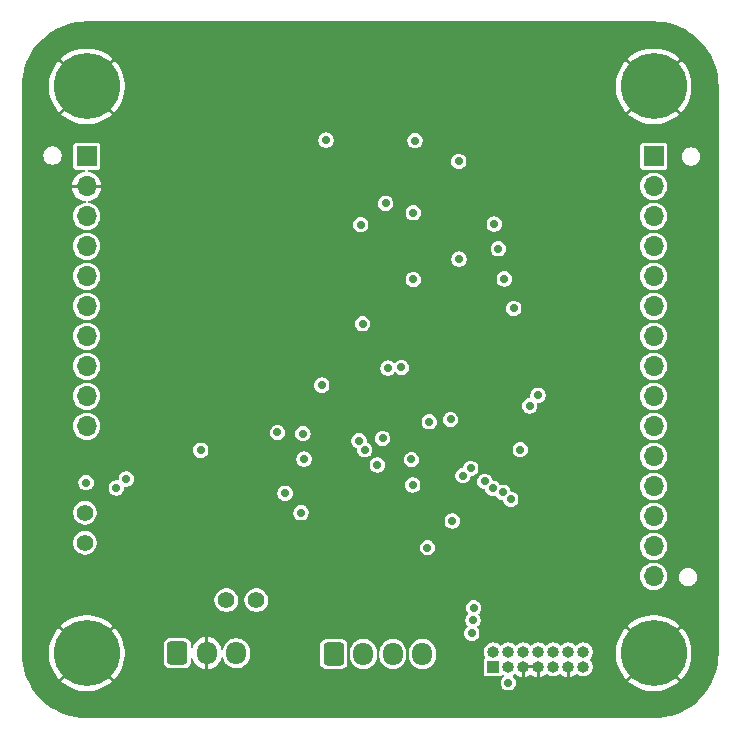
<source format=gbr>
%TF.GenerationSoftware,KiCad,Pcbnew,9.0.0*%
%TF.CreationDate,2025-02-21T21:08:24-05:00*%
%TF.ProjectId,SensorModuleBreakout,53656e73-6f72-44d6-9f64-756c65427265,rev?*%
%TF.SameCoordinates,Original*%
%TF.FileFunction,Copper,L2,Inr*%
%TF.FilePolarity,Positive*%
%FSLAX46Y46*%
G04 Gerber Fmt 4.6, Leading zero omitted, Abs format (unit mm)*
G04 Created by KiCad (PCBNEW 9.0.0) date 2025-02-21 21:08:24*
%MOMM*%
%LPD*%
G01*
G04 APERTURE LIST*
G04 Aperture macros list*
%AMRoundRect*
0 Rectangle with rounded corners*
0 $1 Rounding radius*
0 $2 $3 $4 $5 $6 $7 $8 $9 X,Y pos of 4 corners*
0 Add a 4 corners polygon primitive as box body*
4,1,4,$2,$3,$4,$5,$6,$7,$8,$9,$2,$3,0*
0 Add four circle primitives for the rounded corners*
1,1,$1+$1,$2,$3*
1,1,$1+$1,$4,$5*
1,1,$1+$1,$6,$7*
1,1,$1+$1,$8,$9*
0 Add four rect primitives between the rounded corners*
20,1,$1+$1,$2,$3,$4,$5,0*
20,1,$1+$1,$4,$5,$6,$7,0*
20,1,$1+$1,$6,$7,$8,$9,0*
20,1,$1+$1,$8,$9,$2,$3,0*%
G04 Aperture macros list end*
%TA.AperFunction,ComponentPad*%
%ADD10O,1.700000X1.950000*%
%TD*%
%TA.AperFunction,ComponentPad*%
%ADD11RoundRect,0.250000X-0.600000X-0.725000X0.600000X-0.725000X0.600000X0.725000X-0.600000X0.725000X0*%
%TD*%
%TA.AperFunction,ComponentPad*%
%ADD12R,1.000000X1.000000*%
%TD*%
%TA.AperFunction,ComponentPad*%
%ADD13O,1.000000X1.000000*%
%TD*%
%TA.AperFunction,ComponentPad*%
%ADD14C,5.600000*%
%TD*%
%TA.AperFunction,ComponentPad*%
%ADD15R,1.700000X1.700000*%
%TD*%
%TA.AperFunction,ComponentPad*%
%ADD16O,1.700000X1.700000*%
%TD*%
%TA.AperFunction,ComponentPad*%
%ADD17C,1.400000*%
%TD*%
%TA.AperFunction,ViaPad*%
%ADD18C,0.700000*%
%TD*%
G04 APERTURE END LIST*
D10*
%TO.N,+3V3*%
%TO.C,J4*%
X118670000Y-104000000D03*
%TO.N,GND*%
X116170000Y-104000000D03*
D11*
%TO.N,VBAT*%
X113670000Y-104000000D03*
%TD*%
D12*
%TO.N,unconnected-(J1-NC-Pad1)*%
%TO.C,J1*%
X140430000Y-105150000D03*
D13*
%TO.N,unconnected-(J1-NC-Pad2)*%
X140430000Y-103880000D03*
%TO.N,+3V3*%
X141700000Y-105150000D03*
%TO.N,JTMS{slash}SWDIO*%
X141700000Y-103880000D03*
%TO.N,GND*%
X142970000Y-105150000D03*
%TO.N,JTCK_SWCLK*%
X142970000Y-103880000D03*
%TO.N,GND*%
X144240000Y-105150000D03*
%TO.N,JTDO{slash}SWO*%
X144240000Y-103880000D03*
%TO.N,unconnected-(J1-JRCLK{slash}NC-Pad9)*%
X145510000Y-105150000D03*
%TO.N,unconnected-(J1-JTDI{slash}NC-Pad10)*%
X145510000Y-103880000D03*
%TO.N,GND*%
X146780000Y-105150000D03*
%TO.N,NRST*%
X146780000Y-103880000D03*
%TO.N,VCP_RX*%
X148050000Y-105150000D03*
%TO.N,VCP_TX*%
X148050000Y-103880000D03*
%TD*%
D11*
%TO.N,CC_TX*%
%TO.C,J5*%
X126920000Y-104075000D03*
D10*
%TO.N,CC_RX*%
X129420000Y-104075000D03*
%TO.N,CC_WKE*%
X131920000Y-104075000D03*
%TO.N,CC_RDY*%
X134420000Y-104075000D03*
%TD*%
D14*
%TO.N,GND*%
%TO.C,H2*%
X154000000Y-56000000D03*
%TD*%
%TO.N,GND*%
%TO.C,H3*%
X106000000Y-104000000D03*
%TD*%
D15*
%TO.N,+3V3*%
%TO.C,J2*%
X106000000Y-61920000D03*
D16*
%TO.N,GND*%
X106000000Y-64460000D03*
%TO.N,PB4*%
X106000000Y-67000000D03*
%TO.N,PA15*%
X106000000Y-69540000D03*
%TO.N,PA12*%
X106000000Y-72080000D03*
%TO.N,PA11*%
X106000000Y-74620000D03*
%TO.N,PB8*%
X106000000Y-77160000D03*
%TO.N,PB9*%
X106000000Y-79700000D03*
%TO.N,PA8*%
X106000000Y-82240000D03*
%TO.N,PA1*%
X106000000Y-84780000D03*
%TD*%
D17*
%TO.N,Net-(JP2-A)*%
%TO.C,JP2*%
X120350000Y-99500000D03*
%TO.N,+3V3*%
X117810000Y-99500000D03*
%TD*%
D14*
%TO.N,GND*%
%TO.C,H4*%
X154000000Y-104000000D03*
%TD*%
%TO.N,GND*%
%TO.C,H1*%
X106000000Y-56000000D03*
%TD*%
D15*
%TO.N,SDA*%
%TO.C,J3*%
X154000000Y-61920000D03*
D16*
%TO.N,SCL*%
X154000000Y-64460000D03*
%TO.N,PB15*%
X154000000Y-67000000D03*
%TO.N,PB14*%
X154000000Y-69540000D03*
%TO.N,PB13*%
X154000000Y-72080000D03*
%TO.N,PB12*%
X154000000Y-74620000D03*
%TO.N,PB11*%
X154000000Y-77160000D03*
%TO.N,PB10*%
X154000000Y-79700000D03*
%TO.N,PB2*%
X154000000Y-82240000D03*
%TO.N,PB1*%
X154000000Y-84780000D03*
%TO.N,PB0*%
X154000000Y-87320000D03*
%TO.N,PA7*%
X154000000Y-89860000D03*
%TO.N,PA6*%
X154000000Y-92400000D03*
%TO.N,VCP_RX*%
X154000000Y-94940000D03*
%TO.N,VCP_TX*%
X154000000Y-97480000D03*
%TD*%
D17*
%TO.N,+3V3*%
%TO.C,JP1*%
X105850000Y-92100000D03*
%TO.N,/BOOT0*%
X105850000Y-94640000D03*
%TD*%
D18*
%TO.N,GND*%
X123600000Y-60600000D03*
%TO.N,+3V3*%
X126250000Y-60550000D03*
%TO.N,INT*%
X137500000Y-62350000D03*
%TO.N,/BOOT0*%
X130600000Y-88050000D03*
%TO.N,VCP_RX*%
X138513440Y-88341846D03*
%TO.N,GND*%
X146800000Y-106400000D03*
%TO.N,+3V3*%
X141700000Y-106500000D03*
%TO.N,NRST*%
X138600000Y-102300000D03*
%TO.N,VCP_TX*%
X138700000Y-101200000D03*
%TO.N,JTMS{slash}SWDIO*%
X142700000Y-86750000D03*
%TO.N,JTCK_SWCLK*%
X143500000Y-83050000D03*
%TO.N,JTDO{slash}SWO*%
X144200000Y-82150000D03*
%TO.N,+3V3*%
X134850000Y-95050000D03*
X136800000Y-84200000D03*
X124300000Y-85400000D03*
X133800000Y-60600000D03*
X131300000Y-65900000D03*
X131500000Y-79850000D03*
X122800000Y-90450000D03*
X125900000Y-81300000D03*
X132650000Y-79800000D03*
%TO.N,GND*%
X130000000Y-62000000D03*
X137650000Y-86000000D03*
X133550000Y-95050000D03*
X129800000Y-65900000D03*
X125200000Y-83600000D03*
X117300000Y-95900000D03*
X122800000Y-87850000D03*
X135950000Y-94550000D03*
X136400000Y-60600000D03*
X127550000Y-61200000D03*
X117950000Y-94250000D03*
X130000000Y-59300000D03*
X127650000Y-62800000D03*
X132350000Y-61150000D03*
X107800000Y-92600000D03*
X136050000Y-63950000D03*
X134550000Y-64000000D03*
X129650000Y-81300000D03*
%TO.N,VCP_TX*%
X137850000Y-88950000D03*
%TO.N,NRST*%
X136950000Y-92800000D03*
%TO.N,VCP_RX*%
X138750000Y-100150000D03*
%TO.N,SCL*%
X133650000Y-66700000D03*
X129200000Y-67700000D03*
X133650000Y-72350000D03*
%TO.N,INT*%
X137519975Y-70619975D03*
%TO.N,PA15*%
X135000000Y-84400000D03*
%TO.N,PB15*%
X140500000Y-67650000D03*
X139700000Y-89450000D03*
%TO.N,PB13*%
X141221166Y-90369362D03*
X141350000Y-72300000D03*
%TO.N,PB14*%
X140850000Y-69750000D03*
X140387049Y-90031350D03*
%TO.N,PB12*%
X141905106Y-90954367D03*
X142150000Y-74800000D03*
%TO.N,PA8*%
X133600000Y-89750000D03*
X108500000Y-90000000D03*
%TO.N,PA12*%
X122150000Y-85300000D03*
X124400000Y-87550000D03*
X133490965Y-87590965D03*
%TO.N,PB9*%
X129050000Y-86000000D03*
%TO.N,PB8*%
X115650000Y-86800000D03*
X129533189Y-86759297D03*
%TO.N,PA1*%
X124150000Y-92100000D03*
X105950000Y-89550000D03*
%TO.N,PB4*%
X131050000Y-85800000D03*
X129350000Y-76100000D03*
%TO.N,/BOOT0*%
X109350000Y-89250000D03*
%TD*%
%TA.AperFunction,Conductor*%
%TO.N,GND*%
G36*
X143915000Y-105107213D02*
G01*
X143915000Y-105192787D01*
X143937030Y-105275000D01*
X143272970Y-105275000D01*
X143295000Y-105192787D01*
X143295000Y-105107213D01*
X143272970Y-105025000D01*
X143937030Y-105025000D01*
X143915000Y-105107213D01*
G37*
%TD.AperFunction*%
%TA.AperFunction,Conductor*%
G36*
X154001523Y-50500563D02*
G01*
X154451097Y-50519157D01*
X154457170Y-50519661D01*
X154902169Y-50575129D01*
X154908171Y-50576131D01*
X155347063Y-50668157D01*
X155352959Y-50669650D01*
X155782762Y-50797607D01*
X155788526Y-50799586D01*
X156117385Y-50927908D01*
X156206279Y-50962595D01*
X156211879Y-50965052D01*
X156614718Y-51161987D01*
X156620098Y-51164898D01*
X157005311Y-51394436D01*
X157010431Y-51397781D01*
X157080034Y-51447476D01*
X157375389Y-51658355D01*
X157380193Y-51662095D01*
X157492056Y-51756838D01*
X157722370Y-51951904D01*
X157726870Y-51956046D01*
X158043953Y-52273129D01*
X158048095Y-52277629D01*
X158337901Y-52619803D01*
X158341652Y-52624621D01*
X158602218Y-52989568D01*
X158605563Y-52994688D01*
X158835101Y-53379901D01*
X158838012Y-53385281D01*
X159034947Y-53788120D01*
X159037404Y-53793720D01*
X159200409Y-54211463D01*
X159202395Y-54217248D01*
X159330345Y-54647024D01*
X159331846Y-54652953D01*
X159423865Y-55091813D01*
X159424872Y-55097846D01*
X159480337Y-55542818D01*
X159480842Y-55548913D01*
X159499437Y-55998476D01*
X159499500Y-56001534D01*
X159499500Y-103998465D01*
X159499437Y-104001523D01*
X159480842Y-104451086D01*
X159480337Y-104457181D01*
X159424872Y-104902153D01*
X159423865Y-104908186D01*
X159331846Y-105347046D01*
X159330345Y-105352975D01*
X159202395Y-105782751D01*
X159200409Y-105788536D01*
X159037404Y-106206279D01*
X159034947Y-106211879D01*
X158838012Y-106614718D01*
X158835101Y-106620098D01*
X158605563Y-107005311D01*
X158602218Y-107010431D01*
X158341652Y-107375378D01*
X158337895Y-107380204D01*
X158048095Y-107722370D01*
X158043953Y-107726870D01*
X157726870Y-108043953D01*
X157722370Y-108048095D01*
X157380204Y-108337895D01*
X157375378Y-108341652D01*
X157010431Y-108602218D01*
X157005311Y-108605563D01*
X156620098Y-108835101D01*
X156614718Y-108838012D01*
X156211879Y-109034947D01*
X156206279Y-109037404D01*
X155788536Y-109200409D01*
X155782751Y-109202395D01*
X155352975Y-109330345D01*
X155347046Y-109331846D01*
X154908186Y-109423865D01*
X154902153Y-109424872D01*
X154457181Y-109480337D01*
X154451086Y-109480842D01*
X154001523Y-109499437D01*
X153998465Y-109499500D01*
X106001535Y-109499500D01*
X105998477Y-109499437D01*
X105548913Y-109480842D01*
X105542818Y-109480337D01*
X105097846Y-109424872D01*
X105091813Y-109423865D01*
X104652953Y-109331846D01*
X104647024Y-109330345D01*
X104217248Y-109202395D01*
X104211463Y-109200409D01*
X103793720Y-109037404D01*
X103788120Y-109034947D01*
X103385281Y-108838012D01*
X103379901Y-108835101D01*
X102994688Y-108605563D01*
X102989568Y-108602218D01*
X102806678Y-108471637D01*
X102624613Y-108341646D01*
X102619803Y-108337901D01*
X102277629Y-108048095D01*
X102273129Y-108043953D01*
X101956046Y-107726870D01*
X101951904Y-107722370D01*
X101730446Y-107460895D01*
X101662095Y-107380193D01*
X101658355Y-107375389D01*
X101397781Y-107010431D01*
X101394436Y-107005311D01*
X101164898Y-106620098D01*
X101161987Y-106614718D01*
X101074584Y-106435931D01*
X100965052Y-106211879D01*
X100962595Y-106206279D01*
X100880046Y-105994725D01*
X100799586Y-105788526D01*
X100797607Y-105782762D01*
X100669650Y-105352959D01*
X100668157Y-105347063D01*
X100576131Y-104908171D01*
X100575129Y-104902169D01*
X100519661Y-104457170D01*
X100519157Y-104451086D01*
X100518807Y-104442630D01*
X100500563Y-104001523D01*
X100500500Y-103998465D01*
X100500500Y-103820295D01*
X102800000Y-103820295D01*
X102800000Y-104179704D01*
X102840242Y-104536866D01*
X102920219Y-104887264D01*
X102920224Y-104887282D01*
X103038925Y-105226513D01*
X103194869Y-105550334D01*
X103386093Y-105854666D01*
X103610185Y-106135668D01*
X103648870Y-106174353D01*
X104780240Y-105042982D01*
X104957016Y-105219758D01*
X103825646Y-106351129D01*
X103864331Y-106389814D01*
X104145333Y-106613906D01*
X104449665Y-106805130D01*
X104773486Y-106961074D01*
X105112717Y-107079775D01*
X105112735Y-107079780D01*
X105463135Y-107159757D01*
X105463132Y-107159757D01*
X105820296Y-107200000D01*
X106179704Y-107200000D01*
X106536866Y-107159757D01*
X106887264Y-107079780D01*
X106887282Y-107079775D01*
X107226513Y-106961074D01*
X107550334Y-106805130D01*
X107854666Y-106613906D01*
X108135668Y-106389814D01*
X108174352Y-106351128D01*
X107042983Y-105219759D01*
X107219759Y-105042983D01*
X108351128Y-106174352D01*
X108389814Y-106135668D01*
X108613906Y-105854666D01*
X108805130Y-105550334D01*
X108961074Y-105226513D01*
X109079775Y-104887282D01*
X109079780Y-104887264D01*
X109106978Y-104768104D01*
X112519499Y-104768104D01*
X112527964Y-104838583D01*
X112530123Y-104856564D01*
X112542230Y-104887264D01*
X112585638Y-104997341D01*
X112670308Y-105108994D01*
X112677078Y-105117922D01*
X112797658Y-105209361D01*
X112938436Y-105264877D01*
X113009764Y-105273442D01*
X113026896Y-105275500D01*
X113026898Y-105275500D01*
X114313104Y-105275500D01*
X114328722Y-105273624D01*
X114401564Y-105264877D01*
X114542342Y-105209361D01*
X114662922Y-105117922D01*
X114754361Y-104997342D01*
X114809877Y-104856564D01*
X114820173Y-104770825D01*
X114820500Y-104768104D01*
X114820500Y-104483969D01*
X114842174Y-104431643D01*
X114894500Y-104409969D01*
X114946826Y-104431643D01*
X114964878Y-104461102D01*
X115011577Y-104604828D01*
X115011579Y-104604833D01*
X115100903Y-104780142D01*
X115216551Y-104939317D01*
X115355682Y-105078448D01*
X115514857Y-105194096D01*
X115690166Y-105283420D01*
X115690171Y-105283422D01*
X115877280Y-105344218D01*
X115877293Y-105344221D01*
X116044998Y-105370783D01*
X116045000Y-105370782D01*
X116045000Y-104458262D01*
X116107465Y-104475000D01*
X116232535Y-104475000D01*
X116295000Y-104458262D01*
X116295000Y-105370782D01*
X116295001Y-105370783D01*
X116462706Y-105344221D01*
X116462719Y-105344218D01*
X116649828Y-105283422D01*
X116649833Y-105283420D01*
X116825142Y-105194096D01*
X116984317Y-105078448D01*
X117123448Y-104939317D01*
X117239096Y-104780142D01*
X117328420Y-104604833D01*
X117328422Y-104604828D01*
X117389218Y-104417719D01*
X117389221Y-104417706D01*
X117397281Y-104366818D01*
X117426874Y-104318527D01*
X117481946Y-104305305D01*
X117530237Y-104334898D01*
X117543459Y-104366818D01*
X117547828Y-104394406D01*
X117547831Y-104394419D01*
X117603787Y-104566635D01*
X117603788Y-104566638D01*
X117603789Y-104566639D01*
X117661804Y-104680500D01*
X117686005Y-104727995D01*
X117686005Y-104727996D01*
X117730420Y-104789128D01*
X117792447Y-104874501D01*
X117920499Y-105002553D01*
X118067006Y-105108996D01*
X118228361Y-105191211D01*
X118228364Y-105191212D01*
X118228363Y-105191212D01*
X118400580Y-105247168D01*
X118400586Y-105247169D01*
X118400591Y-105247171D01*
X118512383Y-105264877D01*
X118579453Y-105275500D01*
X118579454Y-105275500D01*
X118760547Y-105275500D01*
X118819188Y-105266212D01*
X118939409Y-105247171D01*
X118939416Y-105247168D01*
X118939419Y-105247168D01*
X119055778Y-105209361D01*
X119111639Y-105191211D01*
X119272994Y-105108996D01*
X119419501Y-105002553D01*
X119547553Y-104874501D01*
X119570364Y-104843104D01*
X125769499Y-104843104D01*
X125778314Y-104916498D01*
X125780123Y-104931564D01*
X125787569Y-104950446D01*
X125835638Y-105072341D01*
X125926976Y-105192787D01*
X125927078Y-105192922D01*
X126047658Y-105284361D01*
X126188436Y-105339877D01*
X126259764Y-105348442D01*
X126276896Y-105350500D01*
X126276898Y-105350500D01*
X127563104Y-105350500D01*
X127578722Y-105348624D01*
X127651564Y-105339877D01*
X127792342Y-105284361D01*
X127912922Y-105192922D01*
X128004361Y-105072342D01*
X128059877Y-104931564D01*
X128070500Y-104843102D01*
X128070500Y-103859453D01*
X128269500Y-103859453D01*
X128269500Y-104290546D01*
X128297828Y-104469406D01*
X128297831Y-104469419D01*
X128353787Y-104641635D01*
X128353788Y-104641638D01*
X128353789Y-104641639D01*
X128436004Y-104802994D01*
X128542447Y-104949501D01*
X128670499Y-105077553D01*
X128817006Y-105183996D01*
X128978361Y-105266211D01*
X128978364Y-105266212D01*
X128978363Y-105266212D01*
X129150580Y-105322168D01*
X129150586Y-105322169D01*
X129150591Y-105322171D01*
X129262383Y-105339877D01*
X129329453Y-105350500D01*
X129329454Y-105350500D01*
X129510547Y-105350500D01*
X129577617Y-105339877D01*
X129689409Y-105322171D01*
X129689416Y-105322168D01*
X129689419Y-105322168D01*
X129808674Y-105283420D01*
X129861639Y-105266211D01*
X130022994Y-105183996D01*
X130169501Y-105077553D01*
X130297553Y-104949501D01*
X130403996Y-104802994D01*
X130486211Y-104641639D01*
X130539629Y-104477234D01*
X130542168Y-104469419D01*
X130542168Y-104469416D01*
X130542171Y-104469409D01*
X130570500Y-104290546D01*
X130570500Y-103859454D01*
X130570500Y-103859453D01*
X130769500Y-103859453D01*
X130769500Y-104290546D01*
X130797828Y-104469406D01*
X130797831Y-104469419D01*
X130853787Y-104641635D01*
X130853788Y-104641638D01*
X130853789Y-104641639D01*
X130936004Y-104802994D01*
X131042447Y-104949501D01*
X131170499Y-105077553D01*
X131317006Y-105183996D01*
X131478361Y-105266211D01*
X131478364Y-105266212D01*
X131478363Y-105266212D01*
X131650580Y-105322168D01*
X131650586Y-105322169D01*
X131650591Y-105322171D01*
X131762383Y-105339877D01*
X131829453Y-105350500D01*
X131829454Y-105350500D01*
X132010547Y-105350500D01*
X132077617Y-105339877D01*
X132189409Y-105322171D01*
X132189416Y-105322168D01*
X132189419Y-105322168D01*
X132308674Y-105283420D01*
X132361639Y-105266211D01*
X132522994Y-105183996D01*
X132669501Y-105077553D01*
X132797553Y-104949501D01*
X132903996Y-104802994D01*
X132986211Y-104641639D01*
X133039629Y-104477234D01*
X133042168Y-104469419D01*
X133042168Y-104469416D01*
X133042171Y-104469409D01*
X133070500Y-104290546D01*
X133070500Y-103859454D01*
X133070500Y-103859453D01*
X133269500Y-103859453D01*
X133269500Y-104290546D01*
X133297828Y-104469406D01*
X133297831Y-104469419D01*
X133353787Y-104641635D01*
X133353788Y-104641638D01*
X133353789Y-104641639D01*
X133436004Y-104802994D01*
X133542447Y-104949501D01*
X133670499Y-105077553D01*
X133817006Y-105183996D01*
X133978361Y-105266211D01*
X133978364Y-105266212D01*
X133978363Y-105266212D01*
X134150580Y-105322168D01*
X134150586Y-105322169D01*
X134150591Y-105322171D01*
X134262383Y-105339877D01*
X134329453Y-105350500D01*
X134329454Y-105350500D01*
X134510547Y-105350500D01*
X134577617Y-105339877D01*
X134689409Y-105322171D01*
X134689416Y-105322168D01*
X134689419Y-105322168D01*
X134808674Y-105283420D01*
X134861639Y-105266211D01*
X135022994Y-105183996D01*
X135169501Y-105077553D01*
X135297553Y-104949501D01*
X135403996Y-104802994D01*
X135486211Y-104641639D01*
X135539629Y-104477234D01*
X135542168Y-104469419D01*
X135542168Y-104469416D01*
X135542171Y-104469409D01*
X135570500Y-104290546D01*
X135570500Y-103859454D01*
X135561267Y-103801159D01*
X139629500Y-103801159D01*
X139629500Y-103958840D01*
X139660261Y-104113491D01*
X139660264Y-104113501D01*
X139720604Y-104259176D01*
X139757059Y-104313735D01*
X139768108Y-104369284D01*
X139747856Y-104407173D01*
X139677794Y-104477234D01*
X139632414Y-104580011D01*
X139629500Y-104605135D01*
X139629500Y-105694863D01*
X139632414Y-105719986D01*
X139632415Y-105719992D01*
X139662680Y-105788536D01*
X139677794Y-105822765D01*
X139757235Y-105902206D01*
X139860009Y-105947585D01*
X139885135Y-105950500D01*
X140974864Y-105950499D01*
X140999991Y-105947585D01*
X141102765Y-105902206D01*
X141172828Y-105832142D01*
X141192770Y-105823882D01*
X141210717Y-105811891D01*
X141218150Y-105813369D01*
X141225153Y-105810469D01*
X141266266Y-105822941D01*
X141312260Y-105853674D01*
X141343725Y-105900766D01*
X141332675Y-105956315D01*
X141312260Y-105976730D01*
X141285333Y-105994721D01*
X141285330Y-105994725D01*
X141194725Y-106085330D01*
X141194723Y-106085331D01*
X141123533Y-106191876D01*
X141074498Y-106310257D01*
X141074497Y-106310260D01*
X141049500Y-106435932D01*
X141049500Y-106564067D01*
X141074497Y-106689739D01*
X141074498Y-106689742D01*
X141122293Y-106805130D01*
X141123535Y-106808127D01*
X141194724Y-106914669D01*
X141285331Y-107005276D01*
X141391873Y-107076465D01*
X141510256Y-107125501D01*
X141510258Y-107125501D01*
X141510260Y-107125502D01*
X141552903Y-107133984D01*
X141635931Y-107150500D01*
X141635933Y-107150500D01*
X141764067Y-107150500D01*
X141764069Y-107150500D01*
X141889744Y-107125501D01*
X142008127Y-107076465D01*
X142114669Y-107005276D01*
X142205276Y-106914669D01*
X142276465Y-106808127D01*
X142325501Y-106689744D01*
X142350500Y-106564069D01*
X142350500Y-106435931D01*
X142325501Y-106310256D01*
X142276465Y-106191873D01*
X142205276Y-106085331D01*
X142114669Y-105994724D01*
X142087739Y-105976730D01*
X142056274Y-105929639D01*
X142067323Y-105874090D01*
X142087737Y-105853675D01*
X142210289Y-105771789D01*
X142212311Y-105769766D01*
X142264634Y-105748087D01*
X142316962Y-105769755D01*
X142396283Y-105849076D01*
X142543695Y-105947572D01*
X142543694Y-105947572D01*
X142707475Y-106015412D01*
X142707486Y-106015415D01*
X142844999Y-106042768D01*
X142845000Y-106042767D01*
X142845000Y-105452970D01*
X142927213Y-105475000D01*
X143012787Y-105475000D01*
X143095000Y-105452970D01*
X143095000Y-106042768D01*
X143232513Y-106015415D01*
X143232524Y-106015412D01*
X143396305Y-105947572D01*
X143543716Y-105849076D01*
X143543718Y-105849075D01*
X143552674Y-105840119D01*
X143605000Y-105818445D01*
X143657326Y-105840119D01*
X143666283Y-105849076D01*
X143813695Y-105947572D01*
X143813694Y-105947572D01*
X143977475Y-106015412D01*
X143977486Y-106015415D01*
X144114999Y-106042768D01*
X144115000Y-106042767D01*
X144115000Y-105452970D01*
X144197213Y-105475000D01*
X144282787Y-105475000D01*
X144365000Y-105452970D01*
X144365000Y-106042768D01*
X144502513Y-106015415D01*
X144502524Y-106015412D01*
X144666305Y-105947572D01*
X144813716Y-105849076D01*
X144893031Y-105769761D01*
X144945357Y-105748087D01*
X144997683Y-105769761D01*
X144999711Y-105771789D01*
X145130821Y-105859394D01*
X145130826Y-105859396D01*
X145130825Y-105859396D01*
X145234179Y-105902206D01*
X145276503Y-105919737D01*
X145431158Y-105950500D01*
X145431160Y-105950500D01*
X145588840Y-105950500D01*
X145588842Y-105950500D01*
X145743497Y-105919737D01*
X145889179Y-105859394D01*
X146020289Y-105771789D01*
X146022311Y-105769766D01*
X146074634Y-105748087D01*
X146126962Y-105769755D01*
X146206283Y-105849076D01*
X146353695Y-105947572D01*
X146353694Y-105947572D01*
X146517475Y-106015412D01*
X146517486Y-106015415D01*
X146654999Y-106042768D01*
X146655000Y-106042767D01*
X146655000Y-105452970D01*
X146737213Y-105475000D01*
X146822787Y-105475000D01*
X146905000Y-105452970D01*
X146905000Y-106042768D01*
X147042513Y-106015415D01*
X147042524Y-106015412D01*
X147206305Y-105947572D01*
X147353716Y-105849076D01*
X147433031Y-105769761D01*
X147485357Y-105748087D01*
X147537683Y-105769761D01*
X147539711Y-105771789D01*
X147670821Y-105859394D01*
X147670826Y-105859396D01*
X147670825Y-105859396D01*
X147774179Y-105902206D01*
X147816503Y-105919737D01*
X147971158Y-105950500D01*
X147971160Y-105950500D01*
X148128840Y-105950500D01*
X148128842Y-105950500D01*
X148283497Y-105919737D01*
X148429179Y-105859394D01*
X148560289Y-105771789D01*
X148671789Y-105660289D01*
X148759394Y-105529179D01*
X148819737Y-105383497D01*
X148850500Y-105228842D01*
X148850500Y-105071158D01*
X148819737Y-104916503D01*
X148807626Y-104887264D01*
X148759396Y-104770825D01*
X148759395Y-104770823D01*
X148759394Y-104770821D01*
X148671789Y-104639711D01*
X148599404Y-104567326D01*
X148577730Y-104515000D01*
X148599404Y-104462674D01*
X148671788Y-104390290D01*
X148671789Y-104390289D01*
X148759394Y-104259179D01*
X148819737Y-104113497D01*
X148850500Y-103958842D01*
X148850500Y-103820295D01*
X150800000Y-103820295D01*
X150800000Y-104179704D01*
X150840242Y-104536866D01*
X150920219Y-104887264D01*
X150920224Y-104887282D01*
X151038925Y-105226513D01*
X151194869Y-105550334D01*
X151386093Y-105854666D01*
X151610185Y-106135668D01*
X151648870Y-106174353D01*
X152780240Y-105042982D01*
X152957016Y-105219758D01*
X151825646Y-106351129D01*
X151864331Y-106389814D01*
X152145333Y-106613906D01*
X152449665Y-106805130D01*
X152773486Y-106961074D01*
X153112717Y-107079775D01*
X153112735Y-107079780D01*
X153463135Y-107159757D01*
X153463132Y-107159757D01*
X153820296Y-107200000D01*
X154179704Y-107200000D01*
X154536866Y-107159757D01*
X154887264Y-107079780D01*
X154887282Y-107079775D01*
X155226513Y-106961074D01*
X155550334Y-106805130D01*
X155854666Y-106613906D01*
X156135668Y-106389814D01*
X156174352Y-106351128D01*
X155042983Y-105219759D01*
X155219759Y-105042983D01*
X156351128Y-106174352D01*
X156389814Y-106135668D01*
X156613906Y-105854666D01*
X156805130Y-105550334D01*
X156961074Y-105226513D01*
X157079775Y-104887282D01*
X157079780Y-104887264D01*
X157159757Y-104536866D01*
X157200000Y-104179704D01*
X157200000Y-103820295D01*
X157159757Y-103463133D01*
X157079780Y-103112735D01*
X157079775Y-103112717D01*
X156961074Y-102773486D01*
X156805130Y-102449665D01*
X156613906Y-102145333D01*
X156389814Y-101864331D01*
X156351129Y-101825646D01*
X155219758Y-102957016D01*
X155042982Y-102780240D01*
X156174353Y-101648870D01*
X156135668Y-101610185D01*
X155854666Y-101386093D01*
X155550334Y-101194869D01*
X155226513Y-101038925D01*
X154887282Y-100920224D01*
X154887264Y-100920219D01*
X154536864Y-100840242D01*
X154536867Y-100840242D01*
X154179704Y-100800000D01*
X153820296Y-100800000D01*
X153463133Y-100840242D01*
X153112735Y-100920219D01*
X153112717Y-100920224D01*
X152773486Y-101038925D01*
X152449665Y-101194869D01*
X152145327Y-101386097D01*
X151864337Y-101610180D01*
X151825646Y-101648870D01*
X152957017Y-102780241D01*
X152780241Y-102957017D01*
X151648870Y-101825646D01*
X151610180Y-101864337D01*
X151386097Y-102145327D01*
X151194869Y-102449665D01*
X151038925Y-102773486D01*
X150920224Y-103112717D01*
X150920219Y-103112735D01*
X150840242Y-103463133D01*
X150800000Y-103820295D01*
X148850500Y-103820295D01*
X148850500Y-103801158D01*
X148819737Y-103646503D01*
X148765694Y-103516030D01*
X148759396Y-103500825D01*
X148759395Y-103500823D01*
X148759394Y-103500821D01*
X148671789Y-103369711D01*
X148560289Y-103258211D01*
X148429179Y-103170606D01*
X148429175Y-103170604D01*
X148429173Y-103170603D01*
X148429174Y-103170603D01*
X148283501Y-103110264D01*
X148283491Y-103110261D01*
X148179925Y-103089661D01*
X148128842Y-103079500D01*
X147971158Y-103079500D01*
X147927315Y-103088220D01*
X147816508Y-103110261D01*
X147816498Y-103110264D01*
X147670825Y-103170603D01*
X147539711Y-103258210D01*
X147539710Y-103258212D01*
X147467326Y-103330596D01*
X147415000Y-103352270D01*
X147362674Y-103330596D01*
X147290288Y-103258210D01*
X147232888Y-103219857D01*
X147159179Y-103170606D01*
X147159175Y-103170604D01*
X147159173Y-103170603D01*
X147159174Y-103170603D01*
X147013501Y-103110264D01*
X147013491Y-103110261D01*
X146909925Y-103089661D01*
X146858842Y-103079500D01*
X146701158Y-103079500D01*
X146657315Y-103088220D01*
X146546508Y-103110261D01*
X146546498Y-103110264D01*
X146400825Y-103170603D01*
X146269711Y-103258210D01*
X146269710Y-103258212D01*
X146197326Y-103330596D01*
X146145000Y-103352270D01*
X146092674Y-103330596D01*
X146020288Y-103258210D01*
X145962888Y-103219857D01*
X145889179Y-103170606D01*
X145889175Y-103170604D01*
X145889173Y-103170603D01*
X145889174Y-103170603D01*
X145743501Y-103110264D01*
X145743491Y-103110261D01*
X145639925Y-103089661D01*
X145588842Y-103079500D01*
X145431158Y-103079500D01*
X145387315Y-103088220D01*
X145276508Y-103110261D01*
X145276498Y-103110264D01*
X145130825Y-103170603D01*
X144999711Y-103258210D01*
X144999710Y-103258212D01*
X144927326Y-103330596D01*
X144875000Y-103352270D01*
X144822674Y-103330596D01*
X144750288Y-103258210D01*
X144692888Y-103219857D01*
X144619179Y-103170606D01*
X144619175Y-103170604D01*
X144619173Y-103170603D01*
X144619174Y-103170603D01*
X144473501Y-103110264D01*
X144473491Y-103110261D01*
X144369925Y-103089661D01*
X144318842Y-103079500D01*
X144161158Y-103079500D01*
X144117315Y-103088220D01*
X144006508Y-103110261D01*
X144006498Y-103110264D01*
X143860825Y-103170603D01*
X143729711Y-103258210D01*
X143729710Y-103258212D01*
X143657326Y-103330596D01*
X143605000Y-103352270D01*
X143552674Y-103330596D01*
X143480288Y-103258210D01*
X143422888Y-103219857D01*
X143349179Y-103170606D01*
X143349175Y-103170604D01*
X143349173Y-103170603D01*
X143349174Y-103170603D01*
X143203501Y-103110264D01*
X143203491Y-103110261D01*
X143099925Y-103089661D01*
X143048842Y-103079500D01*
X142891158Y-103079500D01*
X142847315Y-103088220D01*
X142736508Y-103110261D01*
X142736498Y-103110264D01*
X142590825Y-103170603D01*
X142459711Y-103258210D01*
X142459710Y-103258212D01*
X142387326Y-103330596D01*
X142335000Y-103352270D01*
X142282674Y-103330596D01*
X142210288Y-103258210D01*
X142152888Y-103219857D01*
X142079179Y-103170606D01*
X142079175Y-103170604D01*
X142079173Y-103170603D01*
X142079174Y-103170603D01*
X141933501Y-103110264D01*
X141933491Y-103110261D01*
X141829925Y-103089661D01*
X141778842Y-103079500D01*
X141621158Y-103079500D01*
X141577315Y-103088220D01*
X141466508Y-103110261D01*
X141466498Y-103110264D01*
X141320825Y-103170603D01*
X141189711Y-103258210D01*
X141189710Y-103258212D01*
X141117326Y-103330596D01*
X141065000Y-103352270D01*
X141012674Y-103330596D01*
X140940288Y-103258210D01*
X140882888Y-103219857D01*
X140809179Y-103170606D01*
X140809175Y-103170604D01*
X140809173Y-103170603D01*
X140809174Y-103170603D01*
X140663501Y-103110264D01*
X140663491Y-103110261D01*
X140559925Y-103089661D01*
X140508842Y-103079500D01*
X140351158Y-103079500D01*
X140307315Y-103088220D01*
X140196508Y-103110261D01*
X140196498Y-103110264D01*
X140050825Y-103170603D01*
X139919711Y-103258210D01*
X139919710Y-103258212D01*
X139808212Y-103369710D01*
X139808210Y-103369711D01*
X139720603Y-103500825D01*
X139660264Y-103646498D01*
X139660261Y-103646508D01*
X139629500Y-103801159D01*
X135561267Y-103801159D01*
X135542171Y-103680591D01*
X135542169Y-103680586D01*
X135542168Y-103680580D01*
X135486212Y-103508364D01*
X135486211Y-103508363D01*
X135486211Y-103508361D01*
X135403996Y-103347006D01*
X135297553Y-103200499D01*
X135169501Y-103072447D01*
X135066268Y-102997444D01*
X135022996Y-102966005D01*
X134861635Y-102883787D01*
X134861636Y-102883787D01*
X134689419Y-102827831D01*
X134689406Y-102827828D01*
X134510547Y-102799500D01*
X134510546Y-102799500D01*
X134329454Y-102799500D01*
X134329453Y-102799500D01*
X134150593Y-102827828D01*
X134150580Y-102827831D01*
X133978364Y-102883787D01*
X133817004Y-102966005D01*
X133817003Y-102966005D01*
X133686692Y-103060682D01*
X133670499Y-103072447D01*
X133542447Y-103200499D01*
X133542444Y-103200502D01*
X133542444Y-103200503D01*
X133436005Y-103347003D01*
X133436005Y-103347004D01*
X133353787Y-103508364D01*
X133297831Y-103680580D01*
X133297828Y-103680593D01*
X133269500Y-103859453D01*
X133070500Y-103859453D01*
X133042171Y-103680591D01*
X133042169Y-103680586D01*
X133042168Y-103680580D01*
X132986212Y-103508364D01*
X132986211Y-103508363D01*
X132986211Y-103508361D01*
X132903996Y-103347006D01*
X132797553Y-103200499D01*
X132669501Y-103072447D01*
X132566268Y-102997444D01*
X132522996Y-102966005D01*
X132361635Y-102883787D01*
X132361636Y-102883787D01*
X132189419Y-102827831D01*
X132189406Y-102827828D01*
X132010547Y-102799500D01*
X132010546Y-102799500D01*
X131829454Y-102799500D01*
X131829453Y-102799500D01*
X131650593Y-102827828D01*
X131650580Y-102827831D01*
X131478364Y-102883787D01*
X131317004Y-102966005D01*
X131317003Y-102966005D01*
X131186692Y-103060682D01*
X131170499Y-103072447D01*
X131042447Y-103200499D01*
X131042444Y-103200502D01*
X131042444Y-103200503D01*
X130936005Y-103347003D01*
X130936005Y-103347004D01*
X130853787Y-103508364D01*
X130797831Y-103680580D01*
X130797828Y-103680593D01*
X130769500Y-103859453D01*
X130570500Y-103859453D01*
X130542171Y-103680591D01*
X130542169Y-103680586D01*
X130542168Y-103680580D01*
X130486212Y-103508364D01*
X130486211Y-103508363D01*
X130486211Y-103508361D01*
X130403996Y-103347006D01*
X130297553Y-103200499D01*
X130169501Y-103072447D01*
X130066268Y-102997444D01*
X130022996Y-102966005D01*
X129861635Y-102883787D01*
X129861636Y-102883787D01*
X129689419Y-102827831D01*
X129689406Y-102827828D01*
X129510547Y-102799500D01*
X129510546Y-102799500D01*
X129329454Y-102799500D01*
X129329453Y-102799500D01*
X129150593Y-102827828D01*
X129150580Y-102827831D01*
X128978364Y-102883787D01*
X128817004Y-102966005D01*
X128817003Y-102966005D01*
X128686692Y-103060682D01*
X128670499Y-103072447D01*
X128542447Y-103200499D01*
X128542444Y-103200502D01*
X128542444Y-103200503D01*
X128436005Y-103347003D01*
X128436005Y-103347004D01*
X128353787Y-103508364D01*
X128297831Y-103680580D01*
X128297828Y-103680593D01*
X128269500Y-103859453D01*
X128070500Y-103859453D01*
X128070500Y-103306898D01*
X128059877Y-103218436D01*
X128004361Y-103077658D01*
X127912922Y-102957078D01*
X127816277Y-102883789D01*
X127792341Y-102865638D01*
X127696463Y-102827829D01*
X127651564Y-102810123D01*
X127622076Y-102806582D01*
X127563104Y-102799500D01*
X127563102Y-102799500D01*
X126276898Y-102799500D01*
X126276896Y-102799500D01*
X126188436Y-102810123D01*
X126047658Y-102865638D01*
X125927078Y-102957077D01*
X125927077Y-102957078D01*
X125835638Y-103077658D01*
X125780123Y-103218436D01*
X125773690Y-103272009D01*
X125769500Y-103306898D01*
X125769500Y-104843102D01*
X125769500Y-104843104D01*
X125769499Y-104843104D01*
X119570364Y-104843104D01*
X119653996Y-104727994D01*
X119736211Y-104566639D01*
X119769991Y-104462674D01*
X119792168Y-104394419D01*
X119792168Y-104394416D01*
X119792171Y-104394409D01*
X119820500Y-104215546D01*
X119820500Y-103784454D01*
X119792171Y-103605591D01*
X119792169Y-103605586D01*
X119792168Y-103605580D01*
X119736212Y-103433364D01*
X119736211Y-103433363D01*
X119736211Y-103433361D01*
X119653996Y-103272006D01*
X119547553Y-103125499D01*
X119419501Y-102997447D01*
X119315039Y-102921551D01*
X119272996Y-102891005D01*
X119111635Y-102808787D01*
X119111636Y-102808787D01*
X118939419Y-102752831D01*
X118939406Y-102752828D01*
X118760547Y-102724500D01*
X118760546Y-102724500D01*
X118579454Y-102724500D01*
X118579453Y-102724500D01*
X118400593Y-102752828D01*
X118400580Y-102752831D01*
X118228364Y-102808787D01*
X118067004Y-102891005D01*
X118067003Y-102891005D01*
X117963775Y-102966005D01*
X117920499Y-102997447D01*
X117792447Y-103125499D01*
X117792444Y-103125502D01*
X117792444Y-103125503D01*
X117686005Y-103272003D01*
X117686005Y-103272004D01*
X117603787Y-103433364D01*
X117547831Y-103605580D01*
X117547829Y-103605591D01*
X117543459Y-103633182D01*
X117513866Y-103681473D01*
X117458793Y-103694694D01*
X117410502Y-103665101D01*
X117397281Y-103633181D01*
X117389221Y-103582293D01*
X117389218Y-103582280D01*
X117328422Y-103395171D01*
X117328420Y-103395166D01*
X117239096Y-103219857D01*
X117123448Y-103060682D01*
X116984317Y-102921551D01*
X116825142Y-102805903D01*
X116649833Y-102716579D01*
X116649828Y-102716577D01*
X116462719Y-102655781D01*
X116462708Y-102655779D01*
X116295000Y-102629215D01*
X116295000Y-103541737D01*
X116232535Y-103525000D01*
X116107465Y-103525000D01*
X116045000Y-103541737D01*
X116045000Y-102629215D01*
X115877291Y-102655779D01*
X115877280Y-102655781D01*
X115690171Y-102716577D01*
X115690166Y-102716579D01*
X115514857Y-102805903D01*
X115355682Y-102921551D01*
X115216551Y-103060682D01*
X115100903Y-103219857D01*
X115011579Y-103395166D01*
X115011579Y-103395167D01*
X114964878Y-103538898D01*
X114928095Y-103581965D01*
X114871632Y-103586408D01*
X114828565Y-103549625D01*
X114820500Y-103516030D01*
X114820500Y-103231895D01*
X114816729Y-103200494D01*
X114809877Y-103143436D01*
X114754361Y-103002658D01*
X114662922Y-102882078D01*
X114655522Y-102876466D01*
X114542341Y-102790638D01*
X114446463Y-102752829D01*
X114401564Y-102735123D01*
X114372076Y-102731582D01*
X114313104Y-102724500D01*
X114313102Y-102724500D01*
X113026898Y-102724500D01*
X113026896Y-102724500D01*
X112938436Y-102735123D01*
X112797658Y-102790638D01*
X112677078Y-102882077D01*
X112677077Y-102882078D01*
X112585638Y-103002658D01*
X112530123Y-103143436D01*
X112521117Y-103218436D01*
X112519500Y-103231898D01*
X112519500Y-104768102D01*
X112519500Y-104768104D01*
X112519499Y-104768104D01*
X109106978Y-104768104D01*
X109159757Y-104536866D01*
X109200000Y-104179704D01*
X109200000Y-103820295D01*
X109159757Y-103463133D01*
X109110233Y-103246153D01*
X109079781Y-103112735D01*
X109079775Y-103112717D01*
X108961074Y-102773486D01*
X108805130Y-102449665D01*
X108693286Y-102271666D01*
X108670833Y-102235932D01*
X137949500Y-102235932D01*
X137949500Y-102364067D01*
X137974497Y-102489739D01*
X137974498Y-102489742D01*
X137974499Y-102489744D01*
X138023535Y-102608127D01*
X138094724Y-102714669D01*
X138185331Y-102805276D01*
X138291873Y-102876465D01*
X138410256Y-102925501D01*
X138410258Y-102925501D01*
X138410260Y-102925502D01*
X138452903Y-102933984D01*
X138535931Y-102950500D01*
X138535933Y-102950500D01*
X138664067Y-102950500D01*
X138664069Y-102950500D01*
X138789744Y-102925501D01*
X138908127Y-102876465D01*
X139014669Y-102805276D01*
X139105276Y-102714669D01*
X139176465Y-102608127D01*
X139225501Y-102489744D01*
X139250500Y-102364069D01*
X139250500Y-102235931D01*
X139238168Y-102173939D01*
X139225502Y-102110260D01*
X139225501Y-102110257D01*
X139176466Y-101991876D01*
X139176465Y-101991873D01*
X139105276Y-101885331D01*
X139064862Y-101844917D01*
X139043188Y-101792591D01*
X139064862Y-101740265D01*
X139076077Y-101731062D01*
X139087342Y-101723535D01*
X139114669Y-101705276D01*
X139205276Y-101614669D01*
X139276465Y-101508127D01*
X139325501Y-101389744D01*
X139350500Y-101264069D01*
X139350500Y-101135931D01*
X139325501Y-101010256D01*
X139276465Y-100891873D01*
X139205276Y-100785331D01*
X139172271Y-100752326D01*
X139150597Y-100700000D01*
X139172271Y-100647674D01*
X139255275Y-100564670D01*
X139255276Y-100564669D01*
X139326465Y-100458127D01*
X139375501Y-100339744D01*
X139400500Y-100214069D01*
X139400500Y-100085931D01*
X139375501Y-99960256D01*
X139326465Y-99841873D01*
X139255276Y-99735331D01*
X139164669Y-99644724D01*
X139058127Y-99573535D01*
X139058124Y-99573533D01*
X139058123Y-99573533D01*
X138939742Y-99524498D01*
X138939739Y-99524497D01*
X138849696Y-99506586D01*
X138814069Y-99499500D01*
X138685931Y-99499500D01*
X138654726Y-99505707D01*
X138560260Y-99524497D01*
X138560257Y-99524498D01*
X138441876Y-99573533D01*
X138335331Y-99644723D01*
X138335330Y-99644725D01*
X138244725Y-99735330D01*
X138244723Y-99735331D01*
X138173533Y-99841876D01*
X138124498Y-99960257D01*
X138124497Y-99960260D01*
X138099500Y-100085932D01*
X138099500Y-100214067D01*
X138124497Y-100339739D01*
X138124498Y-100339742D01*
X138143920Y-100386632D01*
X138173535Y-100458127D01*
X138176158Y-100462052D01*
X138244723Y-100564668D01*
X138277729Y-100597674D01*
X138299403Y-100650000D01*
X138277729Y-100702326D01*
X138194725Y-100785330D01*
X138194723Y-100785331D01*
X138123533Y-100891876D01*
X138074498Y-101010257D01*
X138074497Y-101010260D01*
X138049500Y-101135932D01*
X138049500Y-101264067D01*
X138074497Y-101389739D01*
X138074498Y-101389742D01*
X138074499Y-101389744D01*
X138123535Y-101508127D01*
X138169625Y-101577105D01*
X138194723Y-101614668D01*
X138235137Y-101655082D01*
X138256811Y-101707408D01*
X138235137Y-101759734D01*
X138223924Y-101768936D01*
X138185334Y-101794721D01*
X138094725Y-101885330D01*
X138094723Y-101885331D01*
X138023533Y-101991876D01*
X137974498Y-102110257D01*
X137974497Y-102110260D01*
X137949500Y-102235932D01*
X108670833Y-102235932D01*
X108613906Y-102145333D01*
X108389814Y-101864331D01*
X108351129Y-101825646D01*
X107219758Y-102957016D01*
X107042982Y-102780240D01*
X108174353Y-101648870D01*
X108135668Y-101610185D01*
X107854666Y-101386093D01*
X107550334Y-101194869D01*
X107226513Y-101038925D01*
X106887282Y-100920224D01*
X106887264Y-100920219D01*
X106536864Y-100840242D01*
X106536867Y-100840242D01*
X106179704Y-100800000D01*
X105820296Y-100800000D01*
X105463133Y-100840242D01*
X105112735Y-100920219D01*
X105112717Y-100920224D01*
X104773486Y-101038925D01*
X104449665Y-101194869D01*
X104145327Y-101386097D01*
X103864337Y-101610180D01*
X103825646Y-101648870D01*
X104957017Y-102780241D01*
X104780241Y-102957017D01*
X103648870Y-101825646D01*
X103610180Y-101864337D01*
X103386097Y-102145327D01*
X103194869Y-102449665D01*
X103038925Y-102773486D01*
X102920224Y-103112717D01*
X102920219Y-103112735D01*
X102840242Y-103463133D01*
X102800000Y-103820295D01*
X100500500Y-103820295D01*
X100500500Y-99401459D01*
X116809500Y-99401459D01*
X116809500Y-99598541D01*
X116818687Y-99644725D01*
X116847947Y-99791829D01*
X116847950Y-99791839D01*
X116923367Y-99973913D01*
X117032860Y-100137781D01*
X117172218Y-100277139D01*
X117336086Y-100386632D01*
X117508691Y-100458127D01*
X117518165Y-100462051D01*
X117711459Y-100500500D01*
X117711461Y-100500500D01*
X117908539Y-100500500D01*
X117908541Y-100500500D01*
X118101835Y-100462051D01*
X118283914Y-100386632D01*
X118447782Y-100277139D01*
X118587139Y-100137782D01*
X118696632Y-99973914D01*
X118772051Y-99791835D01*
X118810500Y-99598541D01*
X118810500Y-99401459D01*
X119349500Y-99401459D01*
X119349500Y-99598541D01*
X119358687Y-99644725D01*
X119387947Y-99791829D01*
X119387950Y-99791839D01*
X119463367Y-99973913D01*
X119572860Y-100137781D01*
X119712218Y-100277139D01*
X119876086Y-100386632D01*
X120048691Y-100458127D01*
X120058165Y-100462051D01*
X120251459Y-100500500D01*
X120251461Y-100500500D01*
X120448539Y-100500500D01*
X120448541Y-100500500D01*
X120641835Y-100462051D01*
X120823914Y-100386632D01*
X120987782Y-100277139D01*
X121127139Y-100137782D01*
X121236632Y-99973914D01*
X121312051Y-99791835D01*
X121350500Y-99598541D01*
X121350500Y-99401459D01*
X121312051Y-99208165D01*
X121236632Y-99026086D01*
X121127139Y-98862218D01*
X120987782Y-98722861D01*
X120823914Y-98613368D01*
X120823915Y-98613368D01*
X120823913Y-98613367D01*
X120641839Y-98537950D01*
X120641829Y-98537947D01*
X120512388Y-98512200D01*
X120448541Y-98499500D01*
X120251459Y-98499500D01*
X120196662Y-98510399D01*
X120058170Y-98537947D01*
X120058160Y-98537950D01*
X119876086Y-98613367D01*
X119712218Y-98722860D01*
X119712217Y-98722862D01*
X119572862Y-98862217D01*
X119572860Y-98862218D01*
X119463367Y-99026086D01*
X119387950Y-99208160D01*
X119387947Y-99208170D01*
X119355850Y-99369535D01*
X119349500Y-99401459D01*
X118810500Y-99401459D01*
X118772051Y-99208165D01*
X118696632Y-99026086D01*
X118587139Y-98862218D01*
X118447782Y-98722861D01*
X118283914Y-98613368D01*
X118283915Y-98613368D01*
X118283913Y-98613367D01*
X118101839Y-98537950D01*
X118101829Y-98537947D01*
X117972388Y-98512200D01*
X117908541Y-98499500D01*
X117711459Y-98499500D01*
X117656662Y-98510399D01*
X117518170Y-98537947D01*
X117518160Y-98537950D01*
X117336086Y-98613367D01*
X117172218Y-98722860D01*
X117172217Y-98722862D01*
X117032862Y-98862217D01*
X117032860Y-98862218D01*
X116923367Y-99026086D01*
X116847950Y-99208160D01*
X116847947Y-99208170D01*
X116815850Y-99369535D01*
X116809500Y-99401459D01*
X100500500Y-99401459D01*
X100500500Y-97389453D01*
X152849500Y-97389453D01*
X152849500Y-97570546D01*
X152877828Y-97749406D01*
X152877831Y-97749419D01*
X152933787Y-97921635D01*
X152933788Y-97921638D01*
X152933789Y-97921639D01*
X153016004Y-98082994D01*
X153122447Y-98229501D01*
X153250499Y-98357553D01*
X153397006Y-98463996D01*
X153558361Y-98546211D01*
X153558364Y-98546212D01*
X153558363Y-98546212D01*
X153730580Y-98602168D01*
X153730586Y-98602169D01*
X153730591Y-98602171D01*
X153849833Y-98621057D01*
X153909453Y-98630500D01*
X153909454Y-98630500D01*
X154090547Y-98630500D01*
X154135261Y-98623417D01*
X154269409Y-98602171D01*
X154269416Y-98602168D01*
X154269419Y-98602168D01*
X154347601Y-98576765D01*
X154441639Y-98546211D01*
X154602994Y-98463996D01*
X154749501Y-98357553D01*
X154877553Y-98229501D01*
X154983996Y-98082994D01*
X155066211Y-97921639D01*
X155096765Y-97827601D01*
X155122168Y-97749419D01*
X155122168Y-97749416D01*
X155122171Y-97749409D01*
X155150500Y-97570546D01*
X155150500Y-97473522D01*
X156123500Y-97473522D01*
X156123500Y-97626477D01*
X156153339Y-97776491D01*
X156153342Y-97776501D01*
X156211874Y-97917810D01*
X156214433Y-97921639D01*
X156296853Y-98044990D01*
X156405010Y-98153147D01*
X156532189Y-98238125D01*
X156673503Y-98296659D01*
X156823521Y-98326500D01*
X156823523Y-98326500D01*
X156976477Y-98326500D01*
X156976479Y-98326500D01*
X157126497Y-98296659D01*
X157267811Y-98238125D01*
X157394990Y-98153147D01*
X157503147Y-98044990D01*
X157588125Y-97917811D01*
X157646659Y-97776497D01*
X157676500Y-97626479D01*
X157676500Y-97473521D01*
X157646659Y-97323503D01*
X157588125Y-97182189D01*
X157503147Y-97055010D01*
X157394990Y-96946853D01*
X157290457Y-96877006D01*
X157267810Y-96861874D01*
X157126501Y-96803342D01*
X157126491Y-96803339D01*
X157026031Y-96783356D01*
X156976479Y-96773500D01*
X156823521Y-96773500D01*
X156780992Y-96781959D01*
X156673508Y-96803339D01*
X156673498Y-96803342D01*
X156532189Y-96861874D01*
X156405010Y-96946852D01*
X156405009Y-96946854D01*
X156296854Y-97055009D01*
X156296852Y-97055010D01*
X156211874Y-97182189D01*
X156153342Y-97323498D01*
X156153339Y-97323508D01*
X156123500Y-97473522D01*
X155150500Y-97473522D01*
X155150500Y-97389454D01*
X155122171Y-97210591D01*
X155122169Y-97210586D01*
X155122168Y-97210580D01*
X155066212Y-97038364D01*
X155066211Y-97038363D01*
X155066211Y-97038361D01*
X154983996Y-96877006D01*
X154877553Y-96730499D01*
X154749501Y-96602447D01*
X154664128Y-96540420D01*
X154602996Y-96496005D01*
X154441635Y-96413787D01*
X154441636Y-96413787D01*
X154269419Y-96357831D01*
X154269406Y-96357828D01*
X154090547Y-96329500D01*
X154090546Y-96329500D01*
X153909454Y-96329500D01*
X153909453Y-96329500D01*
X153730593Y-96357828D01*
X153730580Y-96357831D01*
X153558364Y-96413787D01*
X153397004Y-96496005D01*
X153397003Y-96496005D01*
X153250503Y-96602444D01*
X153250499Y-96602447D01*
X153122447Y-96730499D01*
X153122444Y-96730502D01*
X153122444Y-96730503D01*
X153016005Y-96877003D01*
X153016005Y-96877004D01*
X152933787Y-97038364D01*
X152877831Y-97210580D01*
X152877828Y-97210593D01*
X152849500Y-97389453D01*
X100500500Y-97389453D01*
X100500500Y-94541459D01*
X104849500Y-94541459D01*
X104849500Y-94738541D01*
X104862200Y-94802388D01*
X104887947Y-94931829D01*
X104887950Y-94931839D01*
X104963367Y-95113913D01*
X105072860Y-95277781D01*
X105212218Y-95417139D01*
X105376086Y-95526632D01*
X105415592Y-95542996D01*
X105558165Y-95602051D01*
X105751459Y-95640500D01*
X105751461Y-95640500D01*
X105948539Y-95640500D01*
X105948541Y-95640500D01*
X106141835Y-95602051D01*
X106323914Y-95526632D01*
X106487782Y-95417139D01*
X106627139Y-95277782D01*
X106736632Y-95113914D01*
X106789643Y-94985932D01*
X134199500Y-94985932D01*
X134199500Y-95114067D01*
X134224497Y-95239739D01*
X134224498Y-95239742D01*
X134224499Y-95239744D01*
X134273535Y-95358127D01*
X134344724Y-95464669D01*
X134435331Y-95555276D01*
X134541873Y-95626465D01*
X134660256Y-95675501D01*
X134660258Y-95675501D01*
X134660260Y-95675502D01*
X134702903Y-95683984D01*
X134785931Y-95700500D01*
X134785933Y-95700500D01*
X134914067Y-95700500D01*
X134914069Y-95700500D01*
X135039744Y-95675501D01*
X135158127Y-95626465D01*
X135264669Y-95555276D01*
X135355276Y-95464669D01*
X135426465Y-95358127D01*
X135475501Y-95239744D01*
X135500500Y-95114069D01*
X135500500Y-94985931D01*
X135475501Y-94860256D01*
X135471026Y-94849453D01*
X152849500Y-94849453D01*
X152849500Y-95030546D01*
X152877828Y-95209406D01*
X152877831Y-95209419D01*
X152933787Y-95381635D01*
X152933788Y-95381638D01*
X152933789Y-95381639D01*
X153007667Y-95526632D01*
X153016005Y-95542995D01*
X153016005Y-95542996D01*
X153024927Y-95555276D01*
X153122447Y-95689501D01*
X153250499Y-95817553D01*
X153397006Y-95923996D01*
X153558361Y-96006211D01*
X153558364Y-96006212D01*
X153558363Y-96006212D01*
X153730580Y-96062168D01*
X153730586Y-96062169D01*
X153730591Y-96062171D01*
X153849833Y-96081057D01*
X153909453Y-96090500D01*
X153909454Y-96090500D01*
X154090547Y-96090500D01*
X154135261Y-96083417D01*
X154269409Y-96062171D01*
X154269416Y-96062168D01*
X154269419Y-96062168D01*
X154347601Y-96036765D01*
X154441639Y-96006211D01*
X154602994Y-95923996D01*
X154749501Y-95817553D01*
X154877553Y-95689501D01*
X154983996Y-95542994D01*
X155066211Y-95381639D01*
X155112315Y-95239744D01*
X155122168Y-95209419D01*
X155122168Y-95209416D01*
X155122171Y-95209409D01*
X155150500Y-95030546D01*
X155150500Y-94849454D01*
X155122171Y-94670591D01*
X155122169Y-94670586D01*
X155122168Y-94670580D01*
X155066212Y-94498364D01*
X155066211Y-94498363D01*
X155066211Y-94498361D01*
X154983996Y-94337006D01*
X154877553Y-94190499D01*
X154749501Y-94062447D01*
X154664128Y-94000420D01*
X154602996Y-93956005D01*
X154441635Y-93873787D01*
X154441636Y-93873787D01*
X154269419Y-93817831D01*
X154269406Y-93817828D01*
X154090547Y-93789500D01*
X154090546Y-93789500D01*
X153909454Y-93789500D01*
X153909453Y-93789500D01*
X153730593Y-93817828D01*
X153730580Y-93817831D01*
X153558364Y-93873787D01*
X153397004Y-93956005D01*
X153397003Y-93956005D01*
X153250503Y-94062444D01*
X153250499Y-94062447D01*
X153122447Y-94190499D01*
X153122444Y-94190502D01*
X153122444Y-94190503D01*
X153016005Y-94337003D01*
X153016005Y-94337004D01*
X152933787Y-94498364D01*
X152877831Y-94670580D01*
X152877828Y-94670593D01*
X152849500Y-94849453D01*
X135471026Y-94849453D01*
X135426465Y-94741873D01*
X135355276Y-94635331D01*
X135264669Y-94544724D01*
X135259784Y-94541460D01*
X135195286Y-94498364D01*
X135158127Y-94473535D01*
X135158124Y-94473533D01*
X135158123Y-94473533D01*
X135039742Y-94424498D01*
X135039739Y-94424497D01*
X134949696Y-94406586D01*
X134914069Y-94399500D01*
X134785931Y-94399500D01*
X134754726Y-94405707D01*
X134660260Y-94424497D01*
X134660257Y-94424498D01*
X134541876Y-94473533D01*
X134435331Y-94544723D01*
X134435330Y-94544725D01*
X134344725Y-94635330D01*
X134344723Y-94635331D01*
X134273533Y-94741876D01*
X134224498Y-94860257D01*
X134224497Y-94860260D01*
X134199500Y-94985932D01*
X106789643Y-94985932D01*
X106812051Y-94931835D01*
X106850500Y-94738541D01*
X106850500Y-94541459D01*
X106812051Y-94348165D01*
X106736632Y-94166086D01*
X106627139Y-94002218D01*
X106487782Y-93862861D01*
X106420386Y-93817828D01*
X106323913Y-93753367D01*
X106141839Y-93677950D01*
X106141829Y-93677947D01*
X106012388Y-93652200D01*
X105948541Y-93639500D01*
X105751459Y-93639500D01*
X105696662Y-93650399D01*
X105558170Y-93677947D01*
X105558160Y-93677950D01*
X105376086Y-93753367D01*
X105212218Y-93862860D01*
X105212217Y-93862862D01*
X105072862Y-94002217D01*
X105072860Y-94002218D01*
X104963367Y-94166086D01*
X104887950Y-94348160D01*
X104887947Y-94348170D01*
X104872765Y-94424497D01*
X104849500Y-94541459D01*
X100500500Y-94541459D01*
X100500500Y-92001459D01*
X104849500Y-92001459D01*
X104849500Y-92198541D01*
X104854472Y-92223535D01*
X104887947Y-92391829D01*
X104887950Y-92391839D01*
X104963367Y-92573913D01*
X105072860Y-92737781D01*
X105212218Y-92877139D01*
X105376086Y-92986632D01*
X105415592Y-93002996D01*
X105558165Y-93062051D01*
X105751459Y-93100500D01*
X105751461Y-93100500D01*
X105948539Y-93100500D01*
X105948541Y-93100500D01*
X106141835Y-93062051D01*
X106323914Y-92986632D01*
X106487782Y-92877139D01*
X106627139Y-92737782D01*
X106736632Y-92573914D01*
X106812051Y-92391835D01*
X106850500Y-92198541D01*
X106850500Y-92035931D01*
X123499500Y-92035931D01*
X123499500Y-92164069D01*
X123501575Y-92174498D01*
X123524497Y-92289739D01*
X123524498Y-92289742D01*
X123566786Y-92391835D01*
X123573535Y-92408127D01*
X123621207Y-92479473D01*
X123628605Y-92490546D01*
X123644724Y-92514669D01*
X123735331Y-92605276D01*
X123841873Y-92676465D01*
X123960256Y-92725501D01*
X123960258Y-92725501D01*
X123960260Y-92725502D01*
X124002903Y-92733984D01*
X124085931Y-92750500D01*
X124085933Y-92750500D01*
X124214067Y-92750500D01*
X124214069Y-92750500D01*
X124287305Y-92735932D01*
X136299500Y-92735932D01*
X136299500Y-92864067D01*
X136324497Y-92989739D01*
X136324498Y-92989742D01*
X136370375Y-93100500D01*
X136373535Y-93108127D01*
X136444724Y-93214669D01*
X136535331Y-93305276D01*
X136641873Y-93376465D01*
X136760256Y-93425501D01*
X136760258Y-93425501D01*
X136760260Y-93425502D01*
X136802903Y-93433984D01*
X136885931Y-93450500D01*
X136885933Y-93450500D01*
X137014067Y-93450500D01*
X137014069Y-93450500D01*
X137139744Y-93425501D01*
X137258127Y-93376465D01*
X137364669Y-93305276D01*
X137455276Y-93214669D01*
X137526465Y-93108127D01*
X137575501Y-92989744D01*
X137600500Y-92864069D01*
X137600500Y-92735931D01*
X137575501Y-92610256D01*
X137526465Y-92491873D01*
X137455276Y-92385331D01*
X137379398Y-92309453D01*
X152849500Y-92309453D01*
X152849500Y-92490546D01*
X152877828Y-92669406D01*
X152877831Y-92669419D01*
X152933787Y-92841635D01*
X152933788Y-92841638D01*
X152933789Y-92841639D01*
X153016004Y-93002994D01*
X153122447Y-93149501D01*
X153250499Y-93277553D01*
X153397006Y-93383996D01*
X153558361Y-93466211D01*
X153558364Y-93466212D01*
X153558363Y-93466212D01*
X153730580Y-93522168D01*
X153730586Y-93522169D01*
X153730591Y-93522171D01*
X153849833Y-93541057D01*
X153909453Y-93550500D01*
X153909454Y-93550500D01*
X154090547Y-93550500D01*
X154135261Y-93543417D01*
X154269409Y-93522171D01*
X154269416Y-93522168D01*
X154269419Y-93522168D01*
X154347601Y-93496765D01*
X154441639Y-93466211D01*
X154602994Y-93383996D01*
X154749501Y-93277553D01*
X154877553Y-93149501D01*
X154983996Y-93002994D01*
X155066211Y-92841639D01*
X155119878Y-92676466D01*
X155122168Y-92669419D01*
X155122168Y-92669416D01*
X155122171Y-92669409D01*
X155150500Y-92490546D01*
X155150500Y-92309454D01*
X155147377Y-92289739D01*
X155136892Y-92223535D01*
X155122171Y-92130591D01*
X155122169Y-92130586D01*
X155122168Y-92130580D01*
X155066212Y-91958364D01*
X155066211Y-91958363D01*
X155066211Y-91958361D01*
X154983996Y-91797006D01*
X154877553Y-91650499D01*
X154749501Y-91522447D01*
X154649098Y-91449500D01*
X154602996Y-91416005D01*
X154441635Y-91333787D01*
X154441636Y-91333787D01*
X154269419Y-91277831D01*
X154269406Y-91277828D01*
X154090547Y-91249500D01*
X154090546Y-91249500D01*
X153909454Y-91249500D01*
X153909453Y-91249500D01*
X153730593Y-91277828D01*
X153730580Y-91277831D01*
X153558364Y-91333787D01*
X153397004Y-91416005D01*
X153397003Y-91416005D01*
X153250503Y-91522444D01*
X153250499Y-91522447D01*
X153122447Y-91650499D01*
X153122444Y-91650502D01*
X153122444Y-91650503D01*
X153016005Y-91797003D01*
X153016005Y-91797004D01*
X152933787Y-91958364D01*
X152877831Y-92130580D01*
X152877828Y-92130593D01*
X152849500Y-92309453D01*
X137379398Y-92309453D01*
X137364669Y-92294724D01*
X137357208Y-92289739D01*
X137329473Y-92271207D01*
X137258127Y-92223535D01*
X137258124Y-92223533D01*
X137258123Y-92223533D01*
X137139742Y-92174498D01*
X137139739Y-92174497D01*
X137049696Y-92156586D01*
X137014069Y-92149500D01*
X136885931Y-92149500D01*
X136854726Y-92155707D01*
X136760260Y-92174497D01*
X136760257Y-92174498D01*
X136641876Y-92223533D01*
X136535331Y-92294723D01*
X136535330Y-92294725D01*
X136444725Y-92385330D01*
X136444723Y-92385331D01*
X136373533Y-92491876D01*
X136324498Y-92610257D01*
X136324497Y-92610260D01*
X136299500Y-92735932D01*
X124287305Y-92735932D01*
X124339744Y-92725501D01*
X124458127Y-92676465D01*
X124564669Y-92605276D01*
X124655276Y-92514669D01*
X124726465Y-92408127D01*
X124775501Y-92289744D01*
X124800500Y-92164069D01*
X124800500Y-92035931D01*
X124775501Y-91910256D01*
X124726465Y-91791873D01*
X124655276Y-91685331D01*
X124564669Y-91594724D01*
X124542435Y-91579868D01*
X124529473Y-91571207D01*
X124458127Y-91523535D01*
X124458124Y-91523533D01*
X124458123Y-91523533D01*
X124339742Y-91474498D01*
X124339739Y-91474497D01*
X124249696Y-91456586D01*
X124214069Y-91449500D01*
X124085931Y-91449500D01*
X124054726Y-91455707D01*
X123960260Y-91474497D01*
X123960257Y-91474498D01*
X123841876Y-91523533D01*
X123735331Y-91594723D01*
X123735330Y-91594725D01*
X123644725Y-91685330D01*
X123644723Y-91685331D01*
X123573533Y-91791876D01*
X123524498Y-91910257D01*
X123524497Y-91910260D01*
X123514929Y-91958364D01*
X123499500Y-92035931D01*
X106850500Y-92035931D01*
X106850500Y-92001459D01*
X106812051Y-91808165D01*
X106736632Y-91626086D01*
X106627139Y-91462218D01*
X106487782Y-91322861D01*
X106420386Y-91277828D01*
X106323913Y-91213367D01*
X106141839Y-91137950D01*
X106141829Y-91137947D01*
X106012388Y-91112200D01*
X105948541Y-91099500D01*
X105751459Y-91099500D01*
X105696662Y-91110399D01*
X105558170Y-91137947D01*
X105558160Y-91137950D01*
X105376086Y-91213367D01*
X105212218Y-91322860D01*
X105212217Y-91322862D01*
X105072861Y-91462217D01*
X104963367Y-91626086D01*
X104887950Y-91808160D01*
X104887947Y-91808170D01*
X104858073Y-91958361D01*
X104849500Y-92001459D01*
X100500500Y-92001459D01*
X100500500Y-89485932D01*
X105299500Y-89485932D01*
X105299500Y-89614067D01*
X105324497Y-89739739D01*
X105324498Y-89739742D01*
X105360420Y-89826466D01*
X105373535Y-89858127D01*
X105385144Y-89875501D01*
X105431396Y-89944723D01*
X105444724Y-89964669D01*
X105535331Y-90055276D01*
X105641873Y-90126465D01*
X105760256Y-90175501D01*
X105760258Y-90175501D01*
X105760260Y-90175502D01*
X105780978Y-90179623D01*
X105885931Y-90200500D01*
X105885933Y-90200500D01*
X106014067Y-90200500D01*
X106014069Y-90200500D01*
X106139744Y-90175501D01*
X106258127Y-90126465D01*
X106364669Y-90055276D01*
X106455276Y-89964669D01*
X106474477Y-89935932D01*
X107849500Y-89935932D01*
X107849500Y-90064067D01*
X107874497Y-90189739D01*
X107874498Y-90189742D01*
X107920847Y-90301639D01*
X107923535Y-90308127D01*
X107970156Y-90377900D01*
X107985256Y-90400500D01*
X107994724Y-90414669D01*
X108085331Y-90505276D01*
X108191873Y-90576465D01*
X108310256Y-90625501D01*
X108310258Y-90625501D01*
X108310260Y-90625502D01*
X108352903Y-90633984D01*
X108435931Y-90650500D01*
X108435933Y-90650500D01*
X108564067Y-90650500D01*
X108564069Y-90650500D01*
X108689744Y-90625501D01*
X108808127Y-90576465D01*
X108914669Y-90505276D01*
X109005276Y-90414669D01*
X109024477Y-90385932D01*
X122149500Y-90385932D01*
X122149500Y-90514067D01*
X122174497Y-90639739D01*
X122174498Y-90639742D01*
X122215013Y-90737555D01*
X122223535Y-90758127D01*
X122294724Y-90864669D01*
X122385331Y-90955276D01*
X122491873Y-91026465D01*
X122610256Y-91075501D01*
X122610258Y-91075501D01*
X122610260Y-91075502D01*
X122652903Y-91083984D01*
X122735931Y-91100500D01*
X122735933Y-91100500D01*
X122864067Y-91100500D01*
X122864069Y-91100500D01*
X122989744Y-91075501D01*
X123108127Y-91026465D01*
X123214669Y-90955276D01*
X123305276Y-90864669D01*
X123376465Y-90758127D01*
X123425501Y-90639744D01*
X123450500Y-90514069D01*
X123450500Y-90385931D01*
X123425501Y-90260256D01*
X123376465Y-90141873D01*
X123305276Y-90035331D01*
X123214669Y-89944724D01*
X123207208Y-89939739D01*
X123179473Y-89921207D01*
X123108127Y-89873535D01*
X123108124Y-89873533D01*
X123108123Y-89873533D01*
X122989742Y-89824498D01*
X122989739Y-89824497D01*
X122899696Y-89806586D01*
X122864069Y-89799500D01*
X122735931Y-89799500D01*
X122704726Y-89805707D01*
X122610260Y-89824497D01*
X122610257Y-89824498D01*
X122491876Y-89873533D01*
X122385331Y-89944723D01*
X122385330Y-89944725D01*
X122294725Y-90035330D01*
X122294723Y-90035331D01*
X122223533Y-90141876D01*
X122174498Y-90260257D01*
X122174497Y-90260260D01*
X122149500Y-90385932D01*
X109024477Y-90385932D01*
X109076465Y-90308127D01*
X109125501Y-90189744D01*
X109150500Y-90064069D01*
X109150500Y-89963729D01*
X109172174Y-89911403D01*
X109224500Y-89889729D01*
X109238925Y-89891149D01*
X109285931Y-89900500D01*
X109285934Y-89900500D01*
X109414067Y-89900500D01*
X109414069Y-89900500D01*
X109539744Y-89875501D01*
X109658127Y-89826465D01*
X109764669Y-89755276D01*
X109834014Y-89685931D01*
X132949500Y-89685931D01*
X132949500Y-89814069D01*
X132951575Y-89824498D01*
X132974497Y-89939739D01*
X132974498Y-89939742D01*
X133022353Y-90055275D01*
X133023535Y-90058127D01*
X133094724Y-90164669D01*
X133185331Y-90255276D01*
X133291873Y-90326465D01*
X133410256Y-90375501D01*
X133410258Y-90375501D01*
X133410260Y-90375502D01*
X133422316Y-90377900D01*
X133535931Y-90400500D01*
X133535933Y-90400500D01*
X133664067Y-90400500D01*
X133664069Y-90400500D01*
X133789744Y-90375501D01*
X133908127Y-90326465D01*
X134014669Y-90255276D01*
X134105276Y-90164669D01*
X134176465Y-90058127D01*
X134225501Y-89939744D01*
X134250500Y-89814069D01*
X134250500Y-89685931D01*
X134225501Y-89560256D01*
X134176465Y-89441873D01*
X134105276Y-89335331D01*
X134014669Y-89244724D01*
X134010402Y-89241873D01*
X133926680Y-89185932D01*
X133908127Y-89173535D01*
X133908124Y-89173533D01*
X133908123Y-89173533D01*
X133789742Y-89124498D01*
X133789739Y-89124497D01*
X133699696Y-89106586D01*
X133664069Y-89099500D01*
X133535931Y-89099500D01*
X133504726Y-89105707D01*
X133410260Y-89124497D01*
X133410257Y-89124498D01*
X133291876Y-89173533D01*
X133185331Y-89244723D01*
X133185330Y-89244725D01*
X133094725Y-89335330D01*
X133094723Y-89335331D01*
X133023533Y-89441876D01*
X132974498Y-89560257D01*
X132974497Y-89560260D01*
X132958687Y-89639744D01*
X132949500Y-89685931D01*
X109834014Y-89685931D01*
X109855276Y-89664669D01*
X109926465Y-89558127D01*
X109975501Y-89439744D01*
X110000500Y-89314069D01*
X110000500Y-89185931D01*
X109975501Y-89060256D01*
X109926465Y-88941873D01*
X109889086Y-88885931D01*
X137199500Y-88885931D01*
X137199500Y-89014069D01*
X137205598Y-89044723D01*
X137224497Y-89139739D01*
X137224498Y-89139742D01*
X137273070Y-89257006D01*
X137273535Y-89258127D01*
X137292340Y-89286270D01*
X137341784Y-89360270D01*
X137344724Y-89364669D01*
X137435331Y-89455276D01*
X137541873Y-89526465D01*
X137660256Y-89575501D01*
X137660258Y-89575501D01*
X137660260Y-89575502D01*
X137702903Y-89583984D01*
X137785931Y-89600500D01*
X137785933Y-89600500D01*
X137914067Y-89600500D01*
X137914069Y-89600500D01*
X138039744Y-89575501D01*
X138158127Y-89526465D01*
X138264669Y-89455276D01*
X138334013Y-89385932D01*
X139049500Y-89385932D01*
X139049500Y-89514067D01*
X139074497Y-89639739D01*
X139074498Y-89639742D01*
X139122353Y-89755275D01*
X139123535Y-89758127D01*
X139158367Y-89810257D01*
X139194333Y-89864085D01*
X139194724Y-89864669D01*
X139285331Y-89955276D01*
X139391873Y-90026465D01*
X139510256Y-90075501D01*
X139510258Y-90075501D01*
X139510260Y-90075502D01*
X139552903Y-90083984D01*
X139635931Y-90100500D01*
X139676830Y-90100500D01*
X139729156Y-90122174D01*
X139749408Y-90160063D01*
X139761546Y-90221088D01*
X139761548Y-90221094D01*
X139806188Y-90328866D01*
X139810584Y-90339477D01*
X139881773Y-90446019D01*
X139972380Y-90536626D01*
X140078922Y-90607815D01*
X140197305Y-90656851D01*
X140197307Y-90656851D01*
X140197309Y-90656852D01*
X140239952Y-90665334D01*
X140322980Y-90681850D01*
X140322982Y-90681850D01*
X140451116Y-90681850D01*
X140451118Y-90681850D01*
X140576067Y-90656995D01*
X140631615Y-90668044D01*
X140652032Y-90688461D01*
X140702924Y-90764627D01*
X140715890Y-90784031D01*
X140806497Y-90874638D01*
X140913039Y-90945827D01*
X141031422Y-90994863D01*
X141031424Y-90994863D01*
X141031426Y-90994864D01*
X141074069Y-91003346D01*
X141157097Y-91019862D01*
X141194160Y-91019862D01*
X141246486Y-91041536D01*
X141266738Y-91079425D01*
X141279603Y-91144105D01*
X141279605Y-91144111D01*
X141323258Y-91249500D01*
X141328641Y-91262494D01*
X141399830Y-91369036D01*
X141490437Y-91459643D01*
X141596979Y-91530832D01*
X141715362Y-91579868D01*
X141715364Y-91579868D01*
X141715366Y-91579869D01*
X141758009Y-91588351D01*
X141841037Y-91604867D01*
X141841039Y-91604867D01*
X141969173Y-91604867D01*
X141969175Y-91604867D01*
X142094850Y-91579868D01*
X142213233Y-91530832D01*
X142319775Y-91459643D01*
X142410382Y-91369036D01*
X142481571Y-91262494D01*
X142530607Y-91144111D01*
X142555606Y-91018436D01*
X142555606Y-90890298D01*
X142534468Y-90784031D01*
X142530608Y-90764627D01*
X142530607Y-90764624D01*
X142527914Y-90758123D01*
X142481571Y-90646240D01*
X142410382Y-90539698D01*
X142319775Y-90449091D01*
X142315177Y-90446019D01*
X142247053Y-90400500D01*
X142213233Y-90377902D01*
X142213230Y-90377900D01*
X142213229Y-90377900D01*
X142094848Y-90328865D01*
X142094845Y-90328864D01*
X142004802Y-90310953D01*
X141969175Y-90303867D01*
X141969173Y-90303867D01*
X141932112Y-90303867D01*
X141879786Y-90282193D01*
X141859534Y-90244304D01*
X141846668Y-90179623D01*
X141846667Y-90179622D01*
X141846667Y-90179618D01*
X141797631Y-90061235D01*
X141726442Y-89954693D01*
X141635835Y-89864086D01*
X141529293Y-89792897D01*
X141529290Y-89792895D01*
X141529289Y-89792895D01*
X141472695Y-89769453D01*
X152849500Y-89769453D01*
X152849500Y-89950546D01*
X152877828Y-90129406D01*
X152877831Y-90129419D01*
X152933787Y-90301635D01*
X152933788Y-90301638D01*
X152933789Y-90301639D01*
X153007354Y-90446018D01*
X153016005Y-90462995D01*
X153016005Y-90462996D01*
X153053112Y-90514069D01*
X153122447Y-90609501D01*
X153250499Y-90737553D01*
X153397006Y-90843996D01*
X153558361Y-90926211D01*
X153558364Y-90926212D01*
X153558363Y-90926212D01*
X153730580Y-90982168D01*
X153730586Y-90982169D01*
X153730591Y-90982171D01*
X153810732Y-90994864D01*
X153909453Y-91010500D01*
X153909454Y-91010500D01*
X154090547Y-91010500D01*
X154135261Y-91003417D01*
X154269409Y-90982171D01*
X154269416Y-90982168D01*
X154269419Y-90982168D01*
X154381266Y-90945827D01*
X154441639Y-90926211D01*
X154602994Y-90843996D01*
X154749501Y-90737553D01*
X154877553Y-90609501D01*
X154983996Y-90462994D01*
X155066211Y-90301639D01*
X155112211Y-90160063D01*
X155122168Y-90129419D01*
X155122168Y-90129416D01*
X155122171Y-90129409D01*
X155150500Y-89950546D01*
X155150500Y-89769454D01*
X155148254Y-89755276D01*
X155133904Y-89664669D01*
X155122171Y-89590591D01*
X155122169Y-89590586D01*
X155122168Y-89590580D01*
X155066212Y-89418364D01*
X155066211Y-89418363D01*
X155066211Y-89418361D01*
X154983996Y-89257006D01*
X154973003Y-89241876D01*
X154923351Y-89173535D01*
X154877553Y-89110499D01*
X154749501Y-88982447D01*
X154616659Y-88885932D01*
X154602996Y-88876005D01*
X154441635Y-88793787D01*
X154441636Y-88793787D01*
X154269419Y-88737831D01*
X154269406Y-88737828D01*
X154090547Y-88709500D01*
X154090546Y-88709500D01*
X153909454Y-88709500D01*
X153909453Y-88709500D01*
X153730593Y-88737828D01*
X153730580Y-88737831D01*
X153558364Y-88793787D01*
X153397004Y-88876005D01*
X153397003Y-88876005D01*
X153271282Y-88967347D01*
X153250499Y-88982447D01*
X153122447Y-89110499D01*
X153122444Y-89110502D01*
X153122444Y-89110503D01*
X153016005Y-89257003D01*
X153016005Y-89257004D01*
X152933787Y-89418364D01*
X152877831Y-89590580D01*
X152877828Y-89590593D01*
X152849500Y-89769453D01*
X141472695Y-89769453D01*
X141410908Y-89743860D01*
X141410905Y-89743859D01*
X141320862Y-89725948D01*
X141285235Y-89718862D01*
X141157097Y-89718862D01*
X141106554Y-89728915D01*
X141032148Y-89743716D01*
X140976599Y-89732667D01*
X140956182Y-89712250D01*
X140924389Y-89664669D01*
X140892325Y-89616681D01*
X140801718Y-89526074D01*
X140695176Y-89454885D01*
X140695173Y-89454883D01*
X140695172Y-89454883D01*
X140576791Y-89405848D01*
X140576788Y-89405847D01*
X140476661Y-89385931D01*
X140451118Y-89380850D01*
X140451116Y-89380850D01*
X140410219Y-89380850D01*
X140357893Y-89359176D01*
X140337641Y-89321287D01*
X140325502Y-89260261D01*
X140325501Y-89260257D01*
X140325501Y-89260256D01*
X140276465Y-89141873D01*
X140205276Y-89035331D01*
X140114669Y-88944724D01*
X140110402Y-88941873D01*
X140026680Y-88885932D01*
X140008127Y-88873535D01*
X140008124Y-88873533D01*
X140008123Y-88873533D01*
X139889742Y-88824498D01*
X139889739Y-88824497D01*
X139799696Y-88806586D01*
X139764069Y-88799500D01*
X139635931Y-88799500D01*
X139604726Y-88805707D01*
X139510260Y-88824497D01*
X139510257Y-88824498D01*
X139391876Y-88873533D01*
X139285331Y-88944723D01*
X139285330Y-88944725D01*
X139194725Y-89035330D01*
X139194723Y-89035331D01*
X139123533Y-89141876D01*
X139074498Y-89260257D01*
X139074497Y-89260260D01*
X139049500Y-89385932D01*
X138334013Y-89385932D01*
X138355276Y-89364669D01*
X138426465Y-89258127D01*
X138475501Y-89139744D01*
X138492973Y-89051909D01*
X138524439Y-89004817D01*
X138565551Y-88992346D01*
X138577507Y-88992346D01*
X138577509Y-88992346D01*
X138703184Y-88967347D01*
X138821567Y-88918311D01*
X138928109Y-88847122D01*
X139018716Y-88756515D01*
X139089905Y-88649973D01*
X139138941Y-88531590D01*
X139163940Y-88405915D01*
X139163940Y-88277777D01*
X139143596Y-88175502D01*
X139138942Y-88152106D01*
X139138941Y-88152103D01*
X139128321Y-88126465D01*
X139089905Y-88033719D01*
X139018716Y-87927177D01*
X138928109Y-87836570D01*
X138821567Y-87765381D01*
X138821564Y-87765379D01*
X138821563Y-87765379D01*
X138703182Y-87716344D01*
X138703179Y-87716343D01*
X138613136Y-87698432D01*
X138577509Y-87691346D01*
X138449371Y-87691346D01*
X138418166Y-87697553D01*
X138323700Y-87716343D01*
X138323697Y-87716344D01*
X138205316Y-87765379D01*
X138098771Y-87836569D01*
X138098770Y-87836571D01*
X138008165Y-87927176D01*
X138008163Y-87927177D01*
X137936973Y-88033722D01*
X137887938Y-88152103D01*
X137887937Y-88152106D01*
X137870467Y-88239937D01*
X137839001Y-88287029D01*
X137797889Y-88299500D01*
X137785931Y-88299500D01*
X137763339Y-88303994D01*
X137660260Y-88324497D01*
X137660257Y-88324498D01*
X137541876Y-88373533D01*
X137435331Y-88444723D01*
X137435330Y-88444725D01*
X137344725Y-88535330D01*
X137344723Y-88535331D01*
X137273533Y-88641876D01*
X137224498Y-88760257D01*
X137224497Y-88760260D01*
X137209565Y-88835330D01*
X137199500Y-88885931D01*
X109889086Y-88885931D01*
X109855276Y-88835331D01*
X109764669Y-88744724D01*
X109754348Y-88737828D01*
X109698483Y-88700500D01*
X109658127Y-88673535D01*
X109658124Y-88673533D01*
X109658123Y-88673533D01*
X109539742Y-88624498D01*
X109539739Y-88624497D01*
X109449696Y-88606586D01*
X109414069Y-88599500D01*
X109285931Y-88599500D01*
X109254726Y-88605707D01*
X109160260Y-88624497D01*
X109160257Y-88624498D01*
X109041876Y-88673533D01*
X108935331Y-88744723D01*
X108935330Y-88744725D01*
X108844725Y-88835330D01*
X108844723Y-88835331D01*
X108773533Y-88941876D01*
X108724498Y-89060257D01*
X108724497Y-89060260D01*
X108699500Y-89185932D01*
X108699500Y-89286270D01*
X108677826Y-89338596D01*
X108625500Y-89360270D01*
X108611063Y-89358848D01*
X108564069Y-89349500D01*
X108435931Y-89349500D01*
X108404726Y-89355707D01*
X108310260Y-89374497D01*
X108310257Y-89374498D01*
X108191876Y-89423533D01*
X108085331Y-89494723D01*
X108085330Y-89494725D01*
X107994725Y-89585330D01*
X107994723Y-89585331D01*
X107923533Y-89691876D01*
X107874498Y-89810257D01*
X107874497Y-89810260D01*
X107849500Y-89935932D01*
X106474477Y-89935932D01*
X106526465Y-89858127D01*
X106575501Y-89739744D01*
X106600500Y-89614069D01*
X106600500Y-89485931D01*
X106584570Y-89405847D01*
X106575502Y-89360260D01*
X106575501Y-89360257D01*
X106575053Y-89359176D01*
X106526465Y-89241873D01*
X106455276Y-89135331D01*
X106364669Y-89044724D01*
X106350611Y-89035331D01*
X106318790Y-89014069D01*
X106258127Y-88973535D01*
X106258124Y-88973533D01*
X106258123Y-88973533D01*
X106139742Y-88924498D01*
X106139739Y-88924497D01*
X106049696Y-88906586D01*
X106014069Y-88899500D01*
X105885931Y-88899500D01*
X105854726Y-88905707D01*
X105760260Y-88924497D01*
X105760257Y-88924498D01*
X105641876Y-88973533D01*
X105535331Y-89044723D01*
X105535330Y-89044725D01*
X105444725Y-89135330D01*
X105444723Y-89135331D01*
X105373533Y-89241876D01*
X105324498Y-89360257D01*
X105324497Y-89360260D01*
X105299500Y-89485932D01*
X100500500Y-89485932D01*
X100500500Y-87485931D01*
X123749500Y-87485931D01*
X123749500Y-87614069D01*
X123756586Y-87649696D01*
X123774497Y-87739739D01*
X123774498Y-87739742D01*
X123814605Y-87836570D01*
X123823535Y-87858127D01*
X123894724Y-87964669D01*
X123985331Y-88055276D01*
X124091873Y-88126465D01*
X124210256Y-88175501D01*
X124210258Y-88175501D01*
X124210260Y-88175502D01*
X124252903Y-88183984D01*
X124335931Y-88200500D01*
X124335933Y-88200500D01*
X124464067Y-88200500D01*
X124464069Y-88200500D01*
X124589744Y-88175501D01*
X124708127Y-88126465D01*
X124814669Y-88055276D01*
X124884013Y-87985932D01*
X129949500Y-87985932D01*
X129949500Y-88114067D01*
X129974497Y-88239739D01*
X129974498Y-88239742D01*
X130009605Y-88324499D01*
X130023535Y-88358127D01*
X130042301Y-88386212D01*
X130081396Y-88444723D01*
X130094724Y-88464669D01*
X130185331Y-88555276D01*
X130291873Y-88626465D01*
X130410256Y-88675501D01*
X130410258Y-88675501D01*
X130410260Y-88675502D01*
X130452903Y-88683984D01*
X130535931Y-88700500D01*
X130535933Y-88700500D01*
X130664067Y-88700500D01*
X130664069Y-88700500D01*
X130789744Y-88675501D01*
X130908127Y-88626465D01*
X131014669Y-88555276D01*
X131105276Y-88464669D01*
X131176465Y-88358127D01*
X131225501Y-88239744D01*
X131250500Y-88114069D01*
X131250500Y-87985931D01*
X131225501Y-87860256D01*
X131176465Y-87741873D01*
X131105276Y-87635331D01*
X131014669Y-87544724D01*
X130987988Y-87526897D01*
X132840465Y-87526897D01*
X132840465Y-87655032D01*
X132865462Y-87780704D01*
X132865463Y-87780707D01*
X132898413Y-87860256D01*
X132914500Y-87899092D01*
X132933266Y-87927177D01*
X132972524Y-87985932D01*
X132985689Y-88005634D01*
X133076296Y-88096241D01*
X133182838Y-88167430D01*
X133301221Y-88216466D01*
X133301223Y-88216466D01*
X133301225Y-88216467D01*
X133343868Y-88224949D01*
X133426896Y-88241465D01*
X133426898Y-88241465D01*
X133555032Y-88241465D01*
X133555034Y-88241465D01*
X133680709Y-88216466D01*
X133799092Y-88167430D01*
X133905634Y-88096241D01*
X133996241Y-88005634D01*
X134067430Y-87899092D01*
X134116466Y-87780709D01*
X134141465Y-87655034D01*
X134141465Y-87526896D01*
X134129133Y-87464904D01*
X134116467Y-87401225D01*
X134116466Y-87401222D01*
X134109663Y-87384799D01*
X134067430Y-87282838D01*
X133996241Y-87176296D01*
X133905634Y-87085689D01*
X133878298Y-87067424D01*
X133870438Y-87062172D01*
X133799092Y-87014500D01*
X133799089Y-87014498D01*
X133799088Y-87014498D01*
X133680707Y-86965463D01*
X133680704Y-86965462D01*
X133590661Y-86947551D01*
X133555034Y-86940465D01*
X133426896Y-86940465D01*
X133395691Y-86946672D01*
X133301225Y-86965462D01*
X133301222Y-86965463D01*
X133182841Y-87014498D01*
X133076296Y-87085688D01*
X133076295Y-87085690D01*
X132985690Y-87176295D01*
X132985688Y-87176296D01*
X132914498Y-87282841D01*
X132865463Y-87401222D01*
X132865462Y-87401225D01*
X132840465Y-87526897D01*
X130987988Y-87526897D01*
X130987987Y-87526896D01*
X130926680Y-87485932D01*
X130908127Y-87473535D01*
X130908124Y-87473533D01*
X130908123Y-87473533D01*
X130789742Y-87424498D01*
X130789739Y-87424497D01*
X130699696Y-87406586D01*
X130664069Y-87399500D01*
X130535931Y-87399500D01*
X130504726Y-87405707D01*
X130410260Y-87424497D01*
X130410257Y-87424498D01*
X130291876Y-87473533D01*
X130185331Y-87544723D01*
X130185330Y-87544725D01*
X130094725Y-87635330D01*
X130094723Y-87635331D01*
X130023533Y-87741876D01*
X129974498Y-87860257D01*
X129974497Y-87860260D01*
X129949500Y-87985932D01*
X124884013Y-87985932D01*
X124905276Y-87964669D01*
X124976465Y-87858127D01*
X125025501Y-87739744D01*
X125050500Y-87614069D01*
X125050500Y-87485931D01*
X125035356Y-87409797D01*
X125025502Y-87360260D01*
X125025501Y-87360257D01*
X125015355Y-87335763D01*
X124976465Y-87241873D01*
X124905276Y-87135331D01*
X124814669Y-87044724D01*
X124708127Y-86973535D01*
X124708124Y-86973533D01*
X124708123Y-86973533D01*
X124589742Y-86924498D01*
X124589739Y-86924497D01*
X124499696Y-86906586D01*
X124464069Y-86899500D01*
X124335931Y-86899500D01*
X124304726Y-86905707D01*
X124210260Y-86924497D01*
X124210257Y-86924498D01*
X124091876Y-86973533D01*
X123985331Y-87044723D01*
X123985330Y-87044725D01*
X123894725Y-87135330D01*
X123894723Y-87135331D01*
X123823533Y-87241876D01*
X123774498Y-87360257D01*
X123774497Y-87360260D01*
X123761520Y-87425502D01*
X123749500Y-87485931D01*
X100500500Y-87485931D01*
X100500500Y-86735932D01*
X114999500Y-86735932D01*
X114999500Y-86864067D01*
X115024497Y-86989739D01*
X115024498Y-86989742D01*
X115056673Y-87067420D01*
X115073535Y-87108127D01*
X115144724Y-87214669D01*
X115235331Y-87305276D01*
X115341873Y-87376465D01*
X115460256Y-87425501D01*
X115460258Y-87425501D01*
X115460260Y-87425502D01*
X115502903Y-87433984D01*
X115585931Y-87450500D01*
X115585933Y-87450500D01*
X115714067Y-87450500D01*
X115714069Y-87450500D01*
X115839744Y-87425501D01*
X115958127Y-87376465D01*
X116064669Y-87305276D01*
X116155276Y-87214669D01*
X116226465Y-87108127D01*
X116275501Y-86989744D01*
X116300500Y-86864069D01*
X116300500Y-86735931D01*
X116288168Y-86673939D01*
X116275502Y-86610260D01*
X116275501Y-86610257D01*
X116259034Y-86570503D01*
X116226465Y-86491873D01*
X116155276Y-86385331D01*
X116064669Y-86294724D01*
X115958127Y-86223535D01*
X115958124Y-86223533D01*
X115958123Y-86223533D01*
X115839742Y-86174498D01*
X115839739Y-86174497D01*
X115749696Y-86156586D01*
X115714069Y-86149500D01*
X115585931Y-86149500D01*
X115554726Y-86155707D01*
X115460260Y-86174497D01*
X115460257Y-86174498D01*
X115341876Y-86223533D01*
X115235331Y-86294723D01*
X115235330Y-86294725D01*
X115144725Y-86385330D01*
X115144723Y-86385331D01*
X115073533Y-86491876D01*
X115024498Y-86610257D01*
X115024497Y-86610260D01*
X114999500Y-86735932D01*
X100500500Y-86735932D01*
X100500500Y-84689453D01*
X104849500Y-84689453D01*
X104849500Y-84870546D01*
X104877828Y-85049406D01*
X104877831Y-85049419D01*
X104933787Y-85221635D01*
X104933788Y-85221638D01*
X104933789Y-85221639D01*
X105011675Y-85374498D01*
X105016005Y-85382995D01*
X105016005Y-85382996D01*
X105060420Y-85444128D01*
X105122447Y-85529501D01*
X105250499Y-85657553D01*
X105397006Y-85763996D01*
X105558361Y-85846211D01*
X105558364Y-85846212D01*
X105558363Y-85846212D01*
X105730580Y-85902168D01*
X105730586Y-85902169D01*
X105730591Y-85902171D01*
X105849833Y-85921057D01*
X105909453Y-85930500D01*
X105909454Y-85930500D01*
X106090547Y-85930500D01*
X106135261Y-85923417D01*
X106269409Y-85902171D01*
X106269416Y-85902168D01*
X106269419Y-85902168D01*
X106348525Y-85876465D01*
X106441639Y-85846211D01*
X106602994Y-85763996D01*
X106749501Y-85657553D01*
X106877553Y-85529501D01*
X106983996Y-85382994D01*
X107058929Y-85235931D01*
X121499500Y-85235931D01*
X121499500Y-85364069D01*
X121506586Y-85399696D01*
X121524497Y-85489739D01*
X121524498Y-85489742D01*
X121565919Y-85589742D01*
X121573535Y-85608127D01*
X121644724Y-85714669D01*
X121735331Y-85805276D01*
X121841873Y-85876465D01*
X121960256Y-85925501D01*
X121960258Y-85925501D01*
X121960260Y-85925502D01*
X121985387Y-85930500D01*
X122085931Y-85950500D01*
X122085933Y-85950500D01*
X122214067Y-85950500D01*
X122214069Y-85950500D01*
X122339744Y-85925501D01*
X122458127Y-85876465D01*
X122564669Y-85805276D01*
X122655276Y-85714669D01*
X122726465Y-85608127D01*
X122775501Y-85489744D01*
X122800500Y-85364069D01*
X122800500Y-85335932D01*
X123649500Y-85335932D01*
X123649500Y-85464067D01*
X123674497Y-85589739D01*
X123674498Y-85589742D01*
X123716803Y-85691876D01*
X123723535Y-85708127D01*
X123794724Y-85814669D01*
X123885331Y-85905276D01*
X123991873Y-85976465D01*
X124110256Y-86025501D01*
X124110258Y-86025501D01*
X124110260Y-86025502D01*
X124152903Y-86033984D01*
X124235931Y-86050500D01*
X124235933Y-86050500D01*
X124364067Y-86050500D01*
X124364069Y-86050500D01*
X124489744Y-86025501D01*
X124608127Y-85976465D01*
X124668790Y-85935931D01*
X128399500Y-85935931D01*
X128399500Y-86064069D01*
X128406548Y-86099500D01*
X128424497Y-86189739D01*
X128424498Y-86189742D01*
X128472353Y-86305275D01*
X128473535Y-86308127D01*
X128544724Y-86414669D01*
X128635331Y-86505276D01*
X128741873Y-86576465D01*
X128741878Y-86576467D01*
X128741877Y-86576467D01*
X128801125Y-86601008D01*
X128837703Y-86616159D01*
X128877752Y-86656207D01*
X128883029Y-86691779D01*
X128882689Y-86695231D01*
X128882689Y-86823364D01*
X128907686Y-86949036D01*
X128907687Y-86949039D01*
X128949751Y-87050591D01*
X128956724Y-87067424D01*
X128968929Y-87085690D01*
X129021701Y-87164670D01*
X129027913Y-87173966D01*
X129118520Y-87264573D01*
X129225062Y-87335762D01*
X129343445Y-87384798D01*
X129343447Y-87384798D01*
X129343449Y-87384799D01*
X129386092Y-87393281D01*
X129469120Y-87409797D01*
X129469122Y-87409797D01*
X129597256Y-87409797D01*
X129597258Y-87409797D01*
X129722933Y-87384798D01*
X129841316Y-87335762D01*
X129947858Y-87264573D01*
X130038465Y-87173966D01*
X130109654Y-87067424D01*
X130158690Y-86949041D01*
X130183689Y-86823366D01*
X130183689Y-86695228D01*
X130181840Y-86685931D01*
X142049500Y-86685931D01*
X142049500Y-86814069D01*
X142056586Y-86849696D01*
X142074497Y-86939739D01*
X142074498Y-86939742D01*
X142117983Y-87044725D01*
X142123535Y-87058127D01*
X142194724Y-87164669D01*
X142285331Y-87255276D01*
X142391873Y-87326465D01*
X142510256Y-87375501D01*
X142510258Y-87375501D01*
X142510260Y-87375502D01*
X142552903Y-87383984D01*
X142635931Y-87400500D01*
X142635933Y-87400500D01*
X142764067Y-87400500D01*
X142764069Y-87400500D01*
X142889744Y-87375501D01*
X143008127Y-87326465D01*
X143114669Y-87255276D01*
X143140492Y-87229453D01*
X152849500Y-87229453D01*
X152849500Y-87410546D01*
X152877828Y-87589406D01*
X152877831Y-87589419D01*
X152933787Y-87761635D01*
X152933788Y-87761638D01*
X152933789Y-87761639D01*
X153003825Y-87899092D01*
X153016005Y-87922995D01*
X153016005Y-87922996D01*
X153046282Y-87964668D01*
X153122447Y-88069501D01*
X153250499Y-88197553D01*
X153397006Y-88303996D01*
X153558361Y-88386211D01*
X153558364Y-88386212D01*
X153558363Y-88386212D01*
X153730580Y-88442168D01*
X153730586Y-88442169D01*
X153730591Y-88442171D01*
X153849833Y-88461057D01*
X153909453Y-88470500D01*
X153909454Y-88470500D01*
X154090547Y-88470500D01*
X154135261Y-88463417D01*
X154269409Y-88442171D01*
X154269416Y-88442168D01*
X154269419Y-88442168D01*
X154381001Y-88405913D01*
X154441639Y-88386211D01*
X154602994Y-88303996D01*
X154749501Y-88197553D01*
X154877553Y-88069501D01*
X154983996Y-87922994D01*
X155066211Y-87761639D01*
X155096765Y-87667601D01*
X155122168Y-87589419D01*
X155122168Y-87589416D01*
X155122171Y-87589409D01*
X155150500Y-87410546D01*
X155150500Y-87229454D01*
X155148158Y-87214670D01*
X155124836Y-87067420D01*
X155122171Y-87050591D01*
X155122169Y-87050586D01*
X155122168Y-87050580D01*
X155066212Y-86878364D01*
X155066211Y-86878363D01*
X155066211Y-86878361D01*
X154983996Y-86717006D01*
X154877553Y-86570499D01*
X154749501Y-86442447D01*
X154664128Y-86380420D01*
X154602996Y-86336005D01*
X154441635Y-86253787D01*
X154441636Y-86253787D01*
X154269419Y-86197831D01*
X154269406Y-86197828D01*
X154090547Y-86169500D01*
X154090546Y-86169500D01*
X153909454Y-86169500D01*
X153909453Y-86169500D01*
X153730593Y-86197828D01*
X153730580Y-86197831D01*
X153558364Y-86253787D01*
X153397004Y-86336005D01*
X153397003Y-86336005D01*
X153288732Y-86414669D01*
X153250499Y-86442447D01*
X153122447Y-86570499D01*
X153122444Y-86570502D01*
X153122444Y-86570503D01*
X153016005Y-86717003D01*
X153016005Y-86717004D01*
X152933787Y-86878364D01*
X152877831Y-87050580D01*
X152877828Y-87050593D01*
X152849500Y-87229453D01*
X143140492Y-87229453D01*
X143205276Y-87164669D01*
X143276465Y-87058127D01*
X143325501Y-86939744D01*
X143350500Y-86814069D01*
X143350500Y-86685931D01*
X143327351Y-86569554D01*
X143325502Y-86560260D01*
X143325501Y-86560257D01*
X143297175Y-86491873D01*
X143276465Y-86441873D01*
X143205276Y-86335331D01*
X143114669Y-86244724D01*
X143008127Y-86173535D01*
X143008124Y-86173533D01*
X143008123Y-86173533D01*
X142889742Y-86124498D01*
X142889739Y-86124497D01*
X142799696Y-86106586D01*
X142764069Y-86099500D01*
X142635931Y-86099500D01*
X142604726Y-86105707D01*
X142510260Y-86124497D01*
X142510257Y-86124498D01*
X142391876Y-86173533D01*
X142285331Y-86244723D01*
X142285330Y-86244725D01*
X142194725Y-86335330D01*
X142194723Y-86335331D01*
X142123533Y-86441876D01*
X142074498Y-86560257D01*
X142074497Y-86560260D01*
X142060139Y-86632447D01*
X142049500Y-86685931D01*
X130181840Y-86685931D01*
X130166787Y-86610256D01*
X130158691Y-86569557D01*
X130158690Y-86569554D01*
X130154840Y-86560260D01*
X130109654Y-86451170D01*
X130038465Y-86344628D01*
X129947858Y-86254021D01*
X129841316Y-86182832D01*
X129841313Y-86182830D01*
X129841312Y-86182830D01*
X129745484Y-86143137D01*
X129705436Y-86103088D01*
X129700161Y-86067505D01*
X129700500Y-86064068D01*
X129700500Y-85935932D01*
X129699419Y-85930500D01*
X129675501Y-85810256D01*
X129673438Y-85805275D01*
X129654939Y-85760614D01*
X129644715Y-85735932D01*
X130399500Y-85735932D01*
X130399500Y-85864067D01*
X130424497Y-85989739D01*
X130424498Y-85989742D01*
X130471447Y-86103088D01*
X130473535Y-86108127D01*
X130544724Y-86214669D01*
X130635331Y-86305276D01*
X130741873Y-86376465D01*
X130860256Y-86425501D01*
X130860258Y-86425501D01*
X130860260Y-86425502D01*
X130902903Y-86433984D01*
X130985931Y-86450500D01*
X130985933Y-86450500D01*
X131114067Y-86450500D01*
X131114069Y-86450500D01*
X131239744Y-86425501D01*
X131358127Y-86376465D01*
X131464669Y-86305276D01*
X131555276Y-86214669D01*
X131626465Y-86108127D01*
X131675501Y-85989744D01*
X131700500Y-85864069D01*
X131700500Y-85735931D01*
X131675501Y-85610256D01*
X131626465Y-85491873D01*
X131555276Y-85385331D01*
X131464669Y-85294724D01*
X131358127Y-85223535D01*
X131358124Y-85223533D01*
X131358123Y-85223533D01*
X131239742Y-85174498D01*
X131239739Y-85174497D01*
X131149696Y-85156586D01*
X131114069Y-85149500D01*
X130985931Y-85149500D01*
X130954726Y-85155707D01*
X130860260Y-85174497D01*
X130860257Y-85174498D01*
X130741876Y-85223533D01*
X130635331Y-85294723D01*
X130635330Y-85294725D01*
X130544725Y-85385330D01*
X130544723Y-85385331D01*
X130473533Y-85491876D01*
X130424498Y-85610257D01*
X130424497Y-85610260D01*
X130399500Y-85735932D01*
X129644715Y-85735932D01*
X129626466Y-85691876D01*
X129626465Y-85691873D01*
X129555276Y-85585331D01*
X129464669Y-85494724D01*
X129460402Y-85491873D01*
X129418790Y-85464069D01*
X129358127Y-85423535D01*
X129358124Y-85423533D01*
X129358123Y-85423533D01*
X129239742Y-85374498D01*
X129239739Y-85374497D01*
X129149696Y-85356586D01*
X129114069Y-85349500D01*
X128985931Y-85349500D01*
X128954726Y-85355707D01*
X128860260Y-85374497D01*
X128860257Y-85374498D01*
X128741876Y-85423533D01*
X128635331Y-85494723D01*
X128635330Y-85494725D01*
X128544725Y-85585330D01*
X128544723Y-85585331D01*
X128473533Y-85691876D01*
X128424498Y-85810257D01*
X128424497Y-85810260D01*
X128406216Y-85902168D01*
X128399500Y-85935931D01*
X124668790Y-85935931D01*
X124714669Y-85905276D01*
X124805276Y-85814669D01*
X124876465Y-85708127D01*
X124925501Y-85589744D01*
X124950500Y-85464069D01*
X124950500Y-85335931D01*
X124938168Y-85273939D01*
X124925502Y-85210260D01*
X124925501Y-85210257D01*
X124925157Y-85209427D01*
X124876465Y-85091873D01*
X124805276Y-84985331D01*
X124714669Y-84894724D01*
X124700611Y-84885331D01*
X124648483Y-84850500D01*
X124608127Y-84823535D01*
X124608124Y-84823533D01*
X124608123Y-84823533D01*
X124489742Y-84774498D01*
X124489739Y-84774497D01*
X124399696Y-84756586D01*
X124364069Y-84749500D01*
X124235931Y-84749500D01*
X124204726Y-84755707D01*
X124110260Y-84774497D01*
X124110257Y-84774498D01*
X123991876Y-84823533D01*
X123885331Y-84894723D01*
X123885330Y-84894725D01*
X123794725Y-84985330D01*
X123794723Y-84985331D01*
X123723533Y-85091876D01*
X123674498Y-85210257D01*
X123674497Y-85210260D01*
X123649500Y-85335932D01*
X122800500Y-85335932D01*
X122800500Y-85235931D01*
X122775501Y-85110256D01*
X122726465Y-84991873D01*
X122655276Y-84885331D01*
X122564669Y-84794724D01*
X122537342Y-84776465D01*
X122496986Y-84749500D01*
X122458127Y-84723535D01*
X122458124Y-84723533D01*
X122458123Y-84723533D01*
X122339742Y-84674498D01*
X122339739Y-84674497D01*
X122249696Y-84656586D01*
X122214069Y-84649500D01*
X122085931Y-84649500D01*
X122054726Y-84655707D01*
X121960260Y-84674497D01*
X121960257Y-84674498D01*
X121841876Y-84723533D01*
X121735331Y-84794723D01*
X121735330Y-84794725D01*
X121644725Y-84885330D01*
X121644723Y-84885331D01*
X121573533Y-84991876D01*
X121524498Y-85110257D01*
X121524497Y-85110260D01*
X121504772Y-85209427D01*
X121499500Y-85235931D01*
X107058929Y-85235931D01*
X107066211Y-85221639D01*
X107081528Y-85174499D01*
X107122168Y-85049419D01*
X107122168Y-85049416D01*
X107122171Y-85049409D01*
X107150500Y-84870546D01*
X107150500Y-84689454D01*
X107122171Y-84510591D01*
X107122169Y-84510586D01*
X107122168Y-84510580D01*
X107071671Y-84355163D01*
X107066211Y-84338362D01*
X107066211Y-84338361D01*
X107064973Y-84335932D01*
X134349500Y-84335932D01*
X134349500Y-84464067D01*
X134374497Y-84589739D01*
X134374498Y-84589742D01*
X134422353Y-84705275D01*
X134423535Y-84708127D01*
X134451180Y-84749500D01*
X134481396Y-84794723D01*
X134494724Y-84814669D01*
X134585331Y-84905276D01*
X134691873Y-84976465D01*
X134810256Y-85025501D01*
X134810258Y-85025501D01*
X134810260Y-85025502D01*
X134852903Y-85033984D01*
X134935931Y-85050500D01*
X134935933Y-85050500D01*
X135064067Y-85050500D01*
X135064069Y-85050500D01*
X135189744Y-85025501D01*
X135308127Y-84976465D01*
X135414669Y-84905276D01*
X135505276Y-84814669D01*
X135576465Y-84708127D01*
X135625501Y-84589744D01*
X135650500Y-84464069D01*
X135650500Y-84335931D01*
X135625501Y-84210256D01*
X135625500Y-84210253D01*
X135604939Y-84160614D01*
X135594715Y-84135932D01*
X136149500Y-84135932D01*
X136149500Y-84264067D01*
X136174497Y-84389739D01*
X136174498Y-84389742D01*
X136205285Y-84464069D01*
X136223535Y-84508127D01*
X136294724Y-84614669D01*
X136385331Y-84705276D01*
X136491873Y-84776465D01*
X136610256Y-84825501D01*
X136610258Y-84825501D01*
X136610260Y-84825502D01*
X136652903Y-84833984D01*
X136735931Y-84850500D01*
X136735933Y-84850500D01*
X136864067Y-84850500D01*
X136864069Y-84850500D01*
X136989744Y-84825501D01*
X137108127Y-84776465D01*
X137214669Y-84705276D01*
X137230492Y-84689453D01*
X152849500Y-84689453D01*
X152849500Y-84870546D01*
X152877828Y-85049406D01*
X152877831Y-85049419D01*
X152933787Y-85221635D01*
X152933788Y-85221638D01*
X152933789Y-85221639D01*
X153011675Y-85374498D01*
X153016005Y-85382995D01*
X153016005Y-85382996D01*
X153060420Y-85444128D01*
X153122447Y-85529501D01*
X153250499Y-85657553D01*
X153397006Y-85763996D01*
X153558361Y-85846211D01*
X153558364Y-85846212D01*
X153558363Y-85846212D01*
X153730580Y-85902168D01*
X153730586Y-85902169D01*
X153730591Y-85902171D01*
X153849833Y-85921057D01*
X153909453Y-85930500D01*
X153909454Y-85930500D01*
X154090547Y-85930500D01*
X154135261Y-85923417D01*
X154269409Y-85902171D01*
X154269416Y-85902168D01*
X154269419Y-85902168D01*
X154348525Y-85876465D01*
X154441639Y-85846211D01*
X154602994Y-85763996D01*
X154749501Y-85657553D01*
X154877553Y-85529501D01*
X154983996Y-85382994D01*
X155066211Y-85221639D01*
X155122171Y-85049409D01*
X155150500Y-84870546D01*
X155150500Y-84689454D01*
X155122171Y-84510591D01*
X155122169Y-84510586D01*
X155122168Y-84510580D01*
X155066212Y-84338364D01*
X155066211Y-84338362D01*
X155066211Y-84338361D01*
X154983996Y-84177006D01*
X154877553Y-84030499D01*
X154749501Y-83902447D01*
X154664128Y-83840420D01*
X154602996Y-83796005D01*
X154441635Y-83713787D01*
X154441636Y-83713787D01*
X154269419Y-83657831D01*
X154269406Y-83657828D01*
X154090547Y-83629500D01*
X154090546Y-83629500D01*
X153909454Y-83629500D01*
X153909453Y-83629500D01*
X153730593Y-83657828D01*
X153730580Y-83657831D01*
X153558364Y-83713787D01*
X153397004Y-83796005D01*
X153397003Y-83796005D01*
X153265053Y-83891873D01*
X153250499Y-83902447D01*
X153122447Y-84030499D01*
X153122444Y-84030502D01*
X153122444Y-84030503D01*
X153016005Y-84177003D01*
X153016005Y-84177004D01*
X152933787Y-84338364D01*
X152877831Y-84510580D01*
X152877828Y-84510593D01*
X152849500Y-84689453D01*
X137230492Y-84689453D01*
X137305276Y-84614669D01*
X137376465Y-84508127D01*
X137425501Y-84389744D01*
X137450500Y-84264069D01*
X137450500Y-84135931D01*
X137438168Y-84073939D01*
X137425502Y-84010260D01*
X137425501Y-84010257D01*
X137415176Y-83985331D01*
X137376465Y-83891873D01*
X137305276Y-83785331D01*
X137214669Y-83694724D01*
X137108127Y-83623535D01*
X137108124Y-83623533D01*
X137108123Y-83623533D01*
X136989742Y-83574498D01*
X136989739Y-83574497D01*
X136893101Y-83555275D01*
X136864069Y-83549500D01*
X136735931Y-83549500D01*
X136706899Y-83555275D01*
X136610260Y-83574497D01*
X136610257Y-83574498D01*
X136491876Y-83623533D01*
X136385331Y-83694723D01*
X136385330Y-83694725D01*
X136294725Y-83785330D01*
X136294723Y-83785331D01*
X136223533Y-83891876D01*
X136174498Y-84010257D01*
X136174497Y-84010260D01*
X136149500Y-84135932D01*
X135594715Y-84135932D01*
X135576466Y-84091876D01*
X135576465Y-84091873D01*
X135505276Y-83985331D01*
X135414669Y-83894724D01*
X135410402Y-83891873D01*
X135379473Y-83871207D01*
X135308127Y-83823535D01*
X135308124Y-83823533D01*
X135308123Y-83823533D01*
X135189742Y-83774498D01*
X135189739Y-83774497D01*
X135099696Y-83756586D01*
X135064069Y-83749500D01*
X134935931Y-83749500D01*
X134904726Y-83755707D01*
X134810260Y-83774497D01*
X134810257Y-83774498D01*
X134691876Y-83823533D01*
X134585331Y-83894723D01*
X134585330Y-83894725D01*
X134494725Y-83985330D01*
X134494723Y-83985331D01*
X134423533Y-84091876D01*
X134374498Y-84210257D01*
X134374497Y-84210260D01*
X134349500Y-84335932D01*
X107064973Y-84335932D01*
X106983996Y-84177006D01*
X106877553Y-84030499D01*
X106749501Y-83902447D01*
X106664128Y-83840420D01*
X106602996Y-83796005D01*
X106441635Y-83713787D01*
X106441636Y-83713787D01*
X106269419Y-83657831D01*
X106269406Y-83657828D01*
X106090547Y-83629500D01*
X106090546Y-83629500D01*
X105909454Y-83629500D01*
X105909453Y-83629500D01*
X105730593Y-83657828D01*
X105730580Y-83657831D01*
X105558364Y-83713787D01*
X105397004Y-83796005D01*
X105397003Y-83796005D01*
X105265053Y-83891873D01*
X105250499Y-83902447D01*
X105122447Y-84030499D01*
X105122444Y-84030502D01*
X105122444Y-84030503D01*
X105016005Y-84177003D01*
X105016005Y-84177004D01*
X104933787Y-84338364D01*
X104877831Y-84510580D01*
X104877828Y-84510593D01*
X104849500Y-84689453D01*
X100500500Y-84689453D01*
X100500500Y-82149453D01*
X104849500Y-82149453D01*
X104849500Y-82330546D01*
X104877828Y-82509406D01*
X104877831Y-82509419D01*
X104933787Y-82681635D01*
X104933788Y-82681638D01*
X104933789Y-82681639D01*
X105011109Y-82833388D01*
X105016005Y-82842995D01*
X105016005Y-82842996D01*
X105028546Y-82860257D01*
X105122447Y-82989501D01*
X105250499Y-83117553D01*
X105397006Y-83223996D01*
X105558361Y-83306211D01*
X105558364Y-83306212D01*
X105558363Y-83306212D01*
X105730580Y-83362168D01*
X105730586Y-83362169D01*
X105730591Y-83362171D01*
X105849833Y-83381057D01*
X105909453Y-83390500D01*
X105909454Y-83390500D01*
X106090547Y-83390500D01*
X106135261Y-83383417D01*
X106269409Y-83362171D01*
X106269416Y-83362168D01*
X106269419Y-83362168D01*
X106347601Y-83336765D01*
X106441639Y-83306211D01*
X106602994Y-83223996D01*
X106749501Y-83117553D01*
X106877553Y-82989501D01*
X106880147Y-82985931D01*
X142849500Y-82985931D01*
X142849500Y-83114069D01*
X142856586Y-83149696D01*
X142874497Y-83239739D01*
X142874498Y-83239742D01*
X142902030Y-83306211D01*
X142923535Y-83358127D01*
X142994724Y-83464669D01*
X143085331Y-83555276D01*
X143191873Y-83626465D01*
X143310256Y-83675501D01*
X143310258Y-83675501D01*
X143310260Y-83675502D01*
X143352903Y-83683984D01*
X143435931Y-83700500D01*
X143435933Y-83700500D01*
X143564067Y-83700500D01*
X143564069Y-83700500D01*
X143689744Y-83675501D01*
X143808127Y-83626465D01*
X143914669Y-83555276D01*
X144005276Y-83464669D01*
X144076465Y-83358127D01*
X144125501Y-83239744D01*
X144150500Y-83114069D01*
X144150500Y-82985931D01*
X144131206Y-82888936D01*
X144142255Y-82833388D01*
X144189347Y-82801922D01*
X144203784Y-82800500D01*
X144264067Y-82800500D01*
X144264069Y-82800500D01*
X144389744Y-82775501D01*
X144508127Y-82726465D01*
X144614669Y-82655276D01*
X144705276Y-82564669D01*
X144776465Y-82458127D01*
X144825501Y-82339744D01*
X144850500Y-82214069D01*
X144850500Y-82149453D01*
X152849500Y-82149453D01*
X152849500Y-82330546D01*
X152877828Y-82509406D01*
X152877831Y-82509419D01*
X152933787Y-82681635D01*
X152933788Y-82681638D01*
X152933789Y-82681639D01*
X153011109Y-82833388D01*
X153016005Y-82842995D01*
X153016005Y-82842996D01*
X153028546Y-82860257D01*
X153122447Y-82989501D01*
X153250499Y-83117553D01*
X153397006Y-83223996D01*
X153558361Y-83306211D01*
X153558364Y-83306212D01*
X153558363Y-83306212D01*
X153730580Y-83362168D01*
X153730586Y-83362169D01*
X153730591Y-83362171D01*
X153849833Y-83381057D01*
X153909453Y-83390500D01*
X153909454Y-83390500D01*
X154090547Y-83390500D01*
X154135261Y-83383417D01*
X154269409Y-83362171D01*
X154269416Y-83362168D01*
X154269419Y-83362168D01*
X154347601Y-83336765D01*
X154441639Y-83306211D01*
X154602994Y-83223996D01*
X154749501Y-83117553D01*
X154877553Y-82989501D01*
X154983996Y-82842994D01*
X155066211Y-82681639D01*
X155122171Y-82509409D01*
X155150500Y-82330546D01*
X155150500Y-82149454D01*
X155122171Y-81970591D01*
X155122169Y-81970586D01*
X155122168Y-81970580D01*
X155066212Y-81798364D01*
X155066211Y-81798363D01*
X155066211Y-81798361D01*
X154983996Y-81637006D01*
X154877553Y-81490499D01*
X154749501Y-81362447D01*
X154652763Y-81292163D01*
X154602996Y-81256005D01*
X154441635Y-81173787D01*
X154441636Y-81173787D01*
X154269419Y-81117831D01*
X154269406Y-81117828D01*
X154090547Y-81089500D01*
X154090546Y-81089500D01*
X153909454Y-81089500D01*
X153909453Y-81089500D01*
X153730593Y-81117828D01*
X153730580Y-81117831D01*
X153558364Y-81173787D01*
X153397004Y-81256005D01*
X153397003Y-81256005D01*
X153250503Y-81362444D01*
X153250499Y-81362447D01*
X153122447Y-81490499D01*
X153122444Y-81490502D01*
X153122444Y-81490503D01*
X153016005Y-81637003D01*
X153016005Y-81637004D01*
X152933787Y-81798364D01*
X152877831Y-81970580D01*
X152877828Y-81970593D01*
X152849500Y-82149453D01*
X144850500Y-82149453D01*
X144850500Y-82085931D01*
X144825501Y-81960256D01*
X144776465Y-81841873D01*
X144705276Y-81735331D01*
X144614669Y-81644724D01*
X144603118Y-81637006D01*
X144579473Y-81621207D01*
X144508127Y-81573535D01*
X144508124Y-81573533D01*
X144508123Y-81573533D01*
X144389742Y-81524498D01*
X144389739Y-81524497D01*
X144299696Y-81506586D01*
X144264069Y-81499500D01*
X144135931Y-81499500D01*
X144104726Y-81505707D01*
X144010260Y-81524497D01*
X144010257Y-81524498D01*
X143891876Y-81573533D01*
X143785331Y-81644723D01*
X143785330Y-81644725D01*
X143694725Y-81735330D01*
X143694723Y-81735331D01*
X143623533Y-81841876D01*
X143574498Y-81960257D01*
X143574497Y-81960260D01*
X143549500Y-82085932D01*
X143549500Y-82214067D01*
X143568794Y-82311063D01*
X143557745Y-82366612D01*
X143510653Y-82398078D01*
X143496216Y-82399500D01*
X143435931Y-82399500D01*
X143404726Y-82405707D01*
X143310260Y-82424497D01*
X143310257Y-82424498D01*
X143191876Y-82473533D01*
X143085331Y-82544723D01*
X143085330Y-82544725D01*
X142994725Y-82635330D01*
X142994723Y-82635331D01*
X142923533Y-82741876D01*
X142874498Y-82860257D01*
X142874497Y-82860260D01*
X142858875Y-82938800D01*
X142849500Y-82985931D01*
X106880147Y-82985931D01*
X106983996Y-82842994D01*
X107066211Y-82681639D01*
X107122171Y-82509409D01*
X107150500Y-82330546D01*
X107150500Y-82149454D01*
X107122171Y-81970591D01*
X107122169Y-81970586D01*
X107122168Y-81970580D01*
X107066212Y-81798364D01*
X107066211Y-81798363D01*
X107066211Y-81798361D01*
X106983996Y-81637006D01*
X106877553Y-81490499D01*
X106749501Y-81362447D01*
X106652763Y-81292163D01*
X106602996Y-81256005D01*
X106563601Y-81235932D01*
X125249500Y-81235932D01*
X125249500Y-81364067D01*
X125274497Y-81489739D01*
X125274498Y-81489742D01*
X125309205Y-81573533D01*
X125323535Y-81608127D01*
X125394724Y-81714669D01*
X125485331Y-81805276D01*
X125591873Y-81876465D01*
X125710256Y-81925501D01*
X125710258Y-81925501D01*
X125710260Y-81925502D01*
X125752903Y-81933984D01*
X125835931Y-81950500D01*
X125835933Y-81950500D01*
X125964067Y-81950500D01*
X125964069Y-81950500D01*
X126089744Y-81925501D01*
X126208127Y-81876465D01*
X126314669Y-81805276D01*
X126405276Y-81714669D01*
X126476465Y-81608127D01*
X126525501Y-81489744D01*
X126550500Y-81364069D01*
X126550500Y-81235931D01*
X126527008Y-81117831D01*
X126525502Y-81110260D01*
X126525501Y-81110257D01*
X126516903Y-81089500D01*
X126476465Y-80991873D01*
X126405276Y-80885331D01*
X126314669Y-80794724D01*
X126208127Y-80723535D01*
X126208124Y-80723533D01*
X126208123Y-80723533D01*
X126089742Y-80674498D01*
X126089739Y-80674497D01*
X125999696Y-80656586D01*
X125964069Y-80649500D01*
X125835931Y-80649500D01*
X125804726Y-80655707D01*
X125710260Y-80674497D01*
X125710257Y-80674498D01*
X125591876Y-80723533D01*
X125485331Y-80794723D01*
X125485330Y-80794725D01*
X125394725Y-80885330D01*
X125394723Y-80885331D01*
X125323533Y-80991876D01*
X125274498Y-81110257D01*
X125274497Y-81110260D01*
X125249500Y-81235932D01*
X106563601Y-81235932D01*
X106441635Y-81173787D01*
X106441636Y-81173787D01*
X106269419Y-81117831D01*
X106269406Y-81117828D01*
X106090547Y-81089500D01*
X106090546Y-81089500D01*
X105909454Y-81089500D01*
X105909453Y-81089500D01*
X105730593Y-81117828D01*
X105730580Y-81117831D01*
X105558364Y-81173787D01*
X105397004Y-81256005D01*
X105397003Y-81256005D01*
X105250503Y-81362444D01*
X105250499Y-81362447D01*
X105122447Y-81490499D01*
X105122444Y-81490502D01*
X105122444Y-81490503D01*
X105016005Y-81637003D01*
X105016005Y-81637004D01*
X104933787Y-81798364D01*
X104877831Y-81970580D01*
X104877828Y-81970593D01*
X104849500Y-82149453D01*
X100500500Y-82149453D01*
X100500500Y-79609453D01*
X104849500Y-79609453D01*
X104849500Y-79790546D01*
X104877828Y-79969406D01*
X104877831Y-79969419D01*
X104933787Y-80141635D01*
X104933788Y-80141638D01*
X104933789Y-80141639D01*
X105016004Y-80302994D01*
X105122447Y-80449501D01*
X105250499Y-80577553D01*
X105397006Y-80683996D01*
X105558361Y-80766211D01*
X105558364Y-80766212D01*
X105558363Y-80766212D01*
X105730580Y-80822168D01*
X105730586Y-80822169D01*
X105730591Y-80822171D01*
X105849833Y-80841057D01*
X105909453Y-80850500D01*
X105909454Y-80850500D01*
X106090547Y-80850500D01*
X106135261Y-80843417D01*
X106269409Y-80822171D01*
X106269416Y-80822168D01*
X106269419Y-80822168D01*
X106353887Y-80794723D01*
X106441639Y-80766211D01*
X106602994Y-80683996D01*
X106749501Y-80577553D01*
X106877553Y-80449501D01*
X106983996Y-80302994D01*
X107066211Y-80141639D01*
X107115565Y-79989742D01*
X107122168Y-79969419D01*
X107122168Y-79969416D01*
X107122171Y-79969409D01*
X107150500Y-79790546D01*
X107150500Y-79785932D01*
X130849500Y-79785932D01*
X130849500Y-79914067D01*
X130874497Y-80039739D01*
X130874498Y-80039742D01*
X130916703Y-80141635D01*
X130923535Y-80158127D01*
X130994724Y-80264669D01*
X131085331Y-80355276D01*
X131191873Y-80426465D01*
X131310256Y-80475501D01*
X131310258Y-80475501D01*
X131310260Y-80475502D01*
X131352903Y-80483984D01*
X131435931Y-80500500D01*
X131435933Y-80500500D01*
X131564067Y-80500500D01*
X131564069Y-80500500D01*
X131689744Y-80475501D01*
X131808127Y-80426465D01*
X131914669Y-80355276D01*
X132005276Y-80264669D01*
X132031064Y-80226073D01*
X132078152Y-80194609D01*
X132133702Y-80205657D01*
X132144911Y-80214856D01*
X132235331Y-80305276D01*
X132341873Y-80376465D01*
X132460256Y-80425501D01*
X132460258Y-80425501D01*
X132460260Y-80425502D01*
X132502903Y-80433984D01*
X132585931Y-80450500D01*
X132585933Y-80450500D01*
X132714067Y-80450500D01*
X132714069Y-80450500D01*
X132839744Y-80425501D01*
X132958127Y-80376465D01*
X133064669Y-80305276D01*
X133155276Y-80214669D01*
X133226465Y-80108127D01*
X133275501Y-79989744D01*
X133300500Y-79864069D01*
X133300500Y-79735931D01*
X133277635Y-79620982D01*
X133275503Y-79610263D01*
X133275501Y-79610257D01*
X133275168Y-79609454D01*
X133275168Y-79609453D01*
X152849500Y-79609453D01*
X152849500Y-79790546D01*
X152877828Y-79969406D01*
X152877831Y-79969419D01*
X152933787Y-80141635D01*
X152933788Y-80141638D01*
X152933789Y-80141639D01*
X153016004Y-80302994D01*
X153122447Y-80449501D01*
X153250499Y-80577553D01*
X153397006Y-80683996D01*
X153558361Y-80766211D01*
X153558364Y-80766212D01*
X153558363Y-80766212D01*
X153730580Y-80822168D01*
X153730586Y-80822169D01*
X153730591Y-80822171D01*
X153849833Y-80841057D01*
X153909453Y-80850500D01*
X153909454Y-80850500D01*
X154090547Y-80850500D01*
X154135261Y-80843417D01*
X154269409Y-80822171D01*
X154269416Y-80822168D01*
X154269419Y-80822168D01*
X154353887Y-80794723D01*
X154441639Y-80766211D01*
X154602994Y-80683996D01*
X154749501Y-80577553D01*
X154877553Y-80449501D01*
X154983996Y-80302994D01*
X155066211Y-80141639D01*
X155115565Y-79989742D01*
X155122168Y-79969419D01*
X155122168Y-79969416D01*
X155122171Y-79969409D01*
X155150500Y-79790546D01*
X155150500Y-79609454D01*
X155122171Y-79430591D01*
X155122169Y-79430586D01*
X155122168Y-79430580D01*
X155066212Y-79258364D01*
X155066211Y-79258363D01*
X155066211Y-79258361D01*
X154983996Y-79097006D01*
X154877553Y-78950499D01*
X154749501Y-78822447D01*
X154664128Y-78760420D01*
X154602996Y-78716005D01*
X154441635Y-78633787D01*
X154441636Y-78633787D01*
X154269419Y-78577831D01*
X154269406Y-78577828D01*
X154090547Y-78549500D01*
X154090546Y-78549500D01*
X153909454Y-78549500D01*
X153909453Y-78549500D01*
X153730593Y-78577828D01*
X153730580Y-78577831D01*
X153558364Y-78633787D01*
X153397004Y-78716005D01*
X153397003Y-78716005D01*
X153250503Y-78822444D01*
X153250499Y-78822447D01*
X153122447Y-78950499D01*
X153122444Y-78950502D01*
X153122444Y-78950503D01*
X153016005Y-79097003D01*
X153016005Y-79097004D01*
X152933787Y-79258364D01*
X152877831Y-79430580D01*
X152877828Y-79430593D01*
X152849500Y-79609453D01*
X133275168Y-79609453D01*
X133226465Y-79491873D01*
X133155276Y-79385331D01*
X133064669Y-79294724D01*
X132958127Y-79223535D01*
X132958124Y-79223533D01*
X132958123Y-79223533D01*
X132839742Y-79174498D01*
X132839739Y-79174497D01*
X132749696Y-79156586D01*
X132714069Y-79149500D01*
X132585931Y-79149500D01*
X132554726Y-79155707D01*
X132460260Y-79174497D01*
X132460257Y-79174498D01*
X132341876Y-79223533D01*
X132235331Y-79294723D01*
X132235330Y-79294725D01*
X132144725Y-79385330D01*
X132144723Y-79385331D01*
X132118937Y-79423924D01*
X132071845Y-79455390D01*
X132016296Y-79444341D01*
X132005087Y-79435142D01*
X131914669Y-79344724D01*
X131808127Y-79273535D01*
X131808124Y-79273533D01*
X131808123Y-79273533D01*
X131689742Y-79224498D01*
X131689739Y-79224497D01*
X131599696Y-79206586D01*
X131564069Y-79199500D01*
X131435931Y-79199500D01*
X131404726Y-79205707D01*
X131310260Y-79224497D01*
X131310257Y-79224498D01*
X131191876Y-79273533D01*
X131085331Y-79344723D01*
X131085330Y-79344725D01*
X130994725Y-79435330D01*
X130994723Y-79435331D01*
X130923533Y-79541876D01*
X130874498Y-79660257D01*
X130874497Y-79660260D01*
X130849500Y-79785932D01*
X107150500Y-79785932D01*
X107150500Y-79609454D01*
X107122171Y-79430591D01*
X107122169Y-79430586D01*
X107122168Y-79430580D01*
X107066212Y-79258364D01*
X107066211Y-79258363D01*
X107066211Y-79258361D01*
X106983996Y-79097006D01*
X106877553Y-78950499D01*
X106749501Y-78822447D01*
X106664128Y-78760420D01*
X106602996Y-78716005D01*
X106441635Y-78633787D01*
X106441636Y-78633787D01*
X106269419Y-78577831D01*
X106269406Y-78577828D01*
X106090547Y-78549500D01*
X106090546Y-78549500D01*
X105909454Y-78549500D01*
X105909453Y-78549500D01*
X105730593Y-78577828D01*
X105730580Y-78577831D01*
X105558364Y-78633787D01*
X105397004Y-78716005D01*
X105397003Y-78716005D01*
X105250503Y-78822444D01*
X105250499Y-78822447D01*
X105122447Y-78950499D01*
X105122444Y-78950502D01*
X105122444Y-78950503D01*
X105016005Y-79097003D01*
X105016005Y-79097004D01*
X104933787Y-79258364D01*
X104877831Y-79430580D01*
X104877828Y-79430593D01*
X104849500Y-79609453D01*
X100500500Y-79609453D01*
X100500500Y-77069453D01*
X104849500Y-77069453D01*
X104849500Y-77250546D01*
X104877828Y-77429406D01*
X104877831Y-77429419D01*
X104933787Y-77601635D01*
X104933788Y-77601638D01*
X104933789Y-77601639D01*
X105016004Y-77762994D01*
X105122447Y-77909501D01*
X105250499Y-78037553D01*
X105397006Y-78143996D01*
X105558361Y-78226211D01*
X105558364Y-78226212D01*
X105558363Y-78226212D01*
X105730580Y-78282168D01*
X105730586Y-78282169D01*
X105730591Y-78282171D01*
X105849833Y-78301057D01*
X105909453Y-78310500D01*
X105909454Y-78310500D01*
X106090547Y-78310500D01*
X106135261Y-78303417D01*
X106269409Y-78282171D01*
X106269416Y-78282168D01*
X106269419Y-78282168D01*
X106347601Y-78256765D01*
X106441639Y-78226211D01*
X106602994Y-78143996D01*
X106749501Y-78037553D01*
X106877553Y-77909501D01*
X106983996Y-77762994D01*
X107066211Y-77601639D01*
X107122171Y-77429409D01*
X107150500Y-77250546D01*
X107150500Y-77069454D01*
X107150500Y-77069453D01*
X152849500Y-77069453D01*
X152849500Y-77250546D01*
X152877828Y-77429406D01*
X152877831Y-77429419D01*
X152933787Y-77601635D01*
X152933788Y-77601638D01*
X152933789Y-77601639D01*
X153016004Y-77762994D01*
X153122447Y-77909501D01*
X153250499Y-78037553D01*
X153397006Y-78143996D01*
X153558361Y-78226211D01*
X153558364Y-78226212D01*
X153558363Y-78226212D01*
X153730580Y-78282168D01*
X153730586Y-78282169D01*
X153730591Y-78282171D01*
X153849833Y-78301057D01*
X153909453Y-78310500D01*
X153909454Y-78310500D01*
X154090547Y-78310500D01*
X154135261Y-78303417D01*
X154269409Y-78282171D01*
X154269416Y-78282168D01*
X154269419Y-78282168D01*
X154347601Y-78256765D01*
X154441639Y-78226211D01*
X154602994Y-78143996D01*
X154749501Y-78037553D01*
X154877553Y-77909501D01*
X154983996Y-77762994D01*
X155066211Y-77601639D01*
X155122171Y-77429409D01*
X155150500Y-77250546D01*
X155150500Y-77069454D01*
X155122171Y-76890591D01*
X155122169Y-76890586D01*
X155122168Y-76890580D01*
X155066212Y-76718364D01*
X155066211Y-76718363D01*
X155066211Y-76718361D01*
X154983996Y-76557006D01*
X154877553Y-76410499D01*
X154749501Y-76282447D01*
X154664128Y-76220420D01*
X154602996Y-76176005D01*
X154441635Y-76093787D01*
X154441636Y-76093787D01*
X154269419Y-76037831D01*
X154269406Y-76037828D01*
X154090547Y-76009500D01*
X154090546Y-76009500D01*
X153909454Y-76009500D01*
X153909453Y-76009500D01*
X153730593Y-76037828D01*
X153730580Y-76037831D01*
X153558364Y-76093787D01*
X153397004Y-76176005D01*
X153397003Y-76176005D01*
X153250503Y-76282444D01*
X153250499Y-76282447D01*
X153122447Y-76410499D01*
X153122444Y-76410502D01*
X153122444Y-76410503D01*
X153016005Y-76557003D01*
X153016005Y-76557004D01*
X152933787Y-76718364D01*
X152877831Y-76890580D01*
X152877828Y-76890593D01*
X152849500Y-77069453D01*
X107150500Y-77069453D01*
X107122171Y-76890591D01*
X107122169Y-76890586D01*
X107122168Y-76890580D01*
X107066212Y-76718364D01*
X107066211Y-76718363D01*
X107066211Y-76718361D01*
X106983996Y-76557006D01*
X106877553Y-76410499D01*
X106749501Y-76282447D01*
X106664128Y-76220420D01*
X106602996Y-76176005D01*
X106450355Y-76098230D01*
X106450354Y-76098229D01*
X106441636Y-76093787D01*
X106269419Y-76037831D01*
X106269406Y-76037828D01*
X106257429Y-76035931D01*
X128699500Y-76035931D01*
X128699500Y-76164069D01*
X128706586Y-76199696D01*
X128724497Y-76289739D01*
X128724498Y-76289742D01*
X128724499Y-76289744D01*
X128773535Y-76408127D01*
X128844724Y-76514669D01*
X128935331Y-76605276D01*
X129041873Y-76676465D01*
X129160256Y-76725501D01*
X129160258Y-76725501D01*
X129160260Y-76725502D01*
X129202903Y-76733984D01*
X129285931Y-76750500D01*
X129285933Y-76750500D01*
X129414067Y-76750500D01*
X129414069Y-76750500D01*
X129539744Y-76725501D01*
X129658127Y-76676465D01*
X129764669Y-76605276D01*
X129855276Y-76514669D01*
X129926465Y-76408127D01*
X129975501Y-76289744D01*
X130000500Y-76164069D01*
X130000500Y-76035931D01*
X129975501Y-75910256D01*
X129926465Y-75791873D01*
X129855276Y-75685331D01*
X129764669Y-75594724D01*
X129658127Y-75523535D01*
X129658124Y-75523533D01*
X129658123Y-75523533D01*
X129539742Y-75474498D01*
X129539739Y-75474497D01*
X129449696Y-75456586D01*
X129414069Y-75449500D01*
X129285931Y-75449500D01*
X129254726Y-75455707D01*
X129160260Y-75474497D01*
X129160257Y-75474498D01*
X129041876Y-75523533D01*
X128935331Y-75594723D01*
X128935330Y-75594725D01*
X128844725Y-75685330D01*
X128844723Y-75685331D01*
X128773533Y-75791876D01*
X128724498Y-75910257D01*
X128724497Y-75910260D01*
X128704758Y-76009500D01*
X128699500Y-76035931D01*
X106257429Y-76035931D01*
X106090547Y-76009500D01*
X106090546Y-76009500D01*
X105909454Y-76009500D01*
X105909453Y-76009500D01*
X105730593Y-76037828D01*
X105730580Y-76037831D01*
X105558364Y-76093787D01*
X105397004Y-76176005D01*
X105397003Y-76176005D01*
X105250503Y-76282444D01*
X105250499Y-76282447D01*
X105122447Y-76410499D01*
X105122444Y-76410502D01*
X105122444Y-76410503D01*
X105016005Y-76557003D01*
X105016005Y-76557004D01*
X104933787Y-76718364D01*
X104877831Y-76890580D01*
X104877828Y-76890593D01*
X104849500Y-77069453D01*
X100500500Y-77069453D01*
X100500500Y-74529453D01*
X104849500Y-74529453D01*
X104849500Y-74710546D01*
X104877828Y-74889406D01*
X104877831Y-74889419D01*
X104933787Y-75061635D01*
X104933788Y-75061638D01*
X104933789Y-75061639D01*
X105016004Y-75222994D01*
X105122447Y-75369501D01*
X105250499Y-75497553D01*
X105397006Y-75603996D01*
X105558361Y-75686211D01*
X105558364Y-75686212D01*
X105558363Y-75686212D01*
X105730580Y-75742168D01*
X105730586Y-75742169D01*
X105730591Y-75742171D01*
X105849833Y-75761057D01*
X105909453Y-75770500D01*
X105909454Y-75770500D01*
X106090547Y-75770500D01*
X106135261Y-75763417D01*
X106269409Y-75742171D01*
X106269416Y-75742168D01*
X106269419Y-75742168D01*
X106347601Y-75716765D01*
X106441639Y-75686211D01*
X106602994Y-75603996D01*
X106749501Y-75497553D01*
X106877553Y-75369501D01*
X106983996Y-75222994D01*
X107066211Y-75061639D01*
X107122171Y-74889409D01*
X107136732Y-74797472D01*
X107146480Y-74735932D01*
X141499500Y-74735932D01*
X141499500Y-74864067D01*
X141524497Y-74989739D01*
X141524498Y-74989742D01*
X141524499Y-74989744D01*
X141573535Y-75108127D01*
X141644724Y-75214669D01*
X141735331Y-75305276D01*
X141841873Y-75376465D01*
X141960256Y-75425501D01*
X141960258Y-75425501D01*
X141960260Y-75425502D01*
X142002903Y-75433984D01*
X142085931Y-75450500D01*
X142085933Y-75450500D01*
X142214067Y-75450500D01*
X142214069Y-75450500D01*
X142339744Y-75425501D01*
X142458127Y-75376465D01*
X142564669Y-75305276D01*
X142655276Y-75214669D01*
X142726465Y-75108127D01*
X142775501Y-74989744D01*
X142800500Y-74864069D01*
X142800500Y-74735931D01*
X142775501Y-74610256D01*
X142742031Y-74529453D01*
X152849500Y-74529453D01*
X152849500Y-74710546D01*
X152877828Y-74889406D01*
X152877831Y-74889419D01*
X152933787Y-75061635D01*
X152933788Y-75061638D01*
X152933789Y-75061639D01*
X153016004Y-75222994D01*
X153122447Y-75369501D01*
X153250499Y-75497553D01*
X153397006Y-75603996D01*
X153558361Y-75686211D01*
X153558364Y-75686212D01*
X153558363Y-75686212D01*
X153730580Y-75742168D01*
X153730586Y-75742169D01*
X153730591Y-75742171D01*
X153849833Y-75761057D01*
X153909453Y-75770500D01*
X153909454Y-75770500D01*
X154090547Y-75770500D01*
X154135261Y-75763417D01*
X154269409Y-75742171D01*
X154269416Y-75742168D01*
X154269419Y-75742168D01*
X154347601Y-75716765D01*
X154441639Y-75686211D01*
X154602994Y-75603996D01*
X154749501Y-75497553D01*
X154877553Y-75369501D01*
X154983996Y-75222994D01*
X155066211Y-75061639D01*
X155122171Y-74889409D01*
X155150500Y-74710546D01*
X155150500Y-74529454D01*
X155122171Y-74350591D01*
X155122169Y-74350586D01*
X155122168Y-74350580D01*
X155066212Y-74178364D01*
X155066211Y-74178363D01*
X155066211Y-74178361D01*
X154983996Y-74017006D01*
X154877553Y-73870499D01*
X154749501Y-73742447D01*
X154664128Y-73680420D01*
X154602996Y-73636005D01*
X154441635Y-73553787D01*
X154441636Y-73553787D01*
X154269419Y-73497831D01*
X154269406Y-73497828D01*
X154090547Y-73469500D01*
X154090546Y-73469500D01*
X153909454Y-73469500D01*
X153909453Y-73469500D01*
X153730593Y-73497828D01*
X153730580Y-73497831D01*
X153558364Y-73553787D01*
X153397004Y-73636005D01*
X153397003Y-73636005D01*
X153250503Y-73742444D01*
X153250499Y-73742447D01*
X153122447Y-73870499D01*
X153122444Y-73870502D01*
X153122444Y-73870503D01*
X153016005Y-74017003D01*
X153016005Y-74017004D01*
X152933787Y-74178364D01*
X152877831Y-74350580D01*
X152877828Y-74350593D01*
X152849500Y-74529453D01*
X142742031Y-74529453D01*
X142726465Y-74491873D01*
X142655276Y-74385331D01*
X142564669Y-74294724D01*
X142458127Y-74223535D01*
X142458124Y-74223533D01*
X142458123Y-74223533D01*
X142339742Y-74174498D01*
X142339739Y-74174497D01*
X142249696Y-74156586D01*
X142214069Y-74149500D01*
X142085931Y-74149500D01*
X142054726Y-74155707D01*
X141960260Y-74174497D01*
X141960257Y-74174498D01*
X141841876Y-74223533D01*
X141735331Y-74294723D01*
X141735330Y-74294725D01*
X141644725Y-74385330D01*
X141644723Y-74385331D01*
X141573533Y-74491876D01*
X141524498Y-74610257D01*
X141524497Y-74610260D01*
X141499500Y-74735932D01*
X107146480Y-74735932D01*
X107148889Y-74720720D01*
X107148889Y-74720719D01*
X107150500Y-74710548D01*
X107150500Y-74529453D01*
X107122171Y-74350593D01*
X107122168Y-74350580D01*
X107066212Y-74178364D01*
X107066211Y-74178363D01*
X107066211Y-74178361D01*
X106983996Y-74017006D01*
X106877553Y-73870499D01*
X106749501Y-73742447D01*
X106664128Y-73680420D01*
X106602996Y-73636005D01*
X106441635Y-73553787D01*
X106441636Y-73553787D01*
X106269419Y-73497831D01*
X106269406Y-73497828D01*
X106090547Y-73469500D01*
X106090546Y-73469500D01*
X105909454Y-73469500D01*
X105909453Y-73469500D01*
X105730593Y-73497828D01*
X105730580Y-73497831D01*
X105558364Y-73553787D01*
X105397004Y-73636005D01*
X105397003Y-73636005D01*
X105250503Y-73742444D01*
X105250499Y-73742447D01*
X105122447Y-73870499D01*
X105122444Y-73870502D01*
X105122444Y-73870503D01*
X105016005Y-74017003D01*
X105016005Y-74017004D01*
X104933787Y-74178364D01*
X104877831Y-74350580D01*
X104877828Y-74350593D01*
X104849500Y-74529453D01*
X100500500Y-74529453D01*
X100500500Y-71989453D01*
X104849500Y-71989453D01*
X104849500Y-72170546D01*
X104877828Y-72349406D01*
X104877831Y-72349419D01*
X104933787Y-72521635D01*
X104933788Y-72521638D01*
X104933789Y-72521639D01*
X105016004Y-72682994D01*
X105122447Y-72829501D01*
X105250499Y-72957553D01*
X105397006Y-73063996D01*
X105558361Y-73146211D01*
X105558364Y-73146212D01*
X105558363Y-73146212D01*
X105730580Y-73202168D01*
X105730586Y-73202169D01*
X105730591Y-73202171D01*
X105849833Y-73221057D01*
X105909453Y-73230500D01*
X105909454Y-73230500D01*
X106090547Y-73230500D01*
X106135261Y-73223417D01*
X106269409Y-73202171D01*
X106269416Y-73202168D01*
X106269419Y-73202168D01*
X106347601Y-73176765D01*
X106441639Y-73146211D01*
X106602994Y-73063996D01*
X106749501Y-72957553D01*
X106877553Y-72829501D01*
X106983996Y-72682994D01*
X107066211Y-72521639D01*
X107117408Y-72364069D01*
X107122168Y-72349419D01*
X107122168Y-72349416D01*
X107122171Y-72349409D01*
X107132225Y-72285932D01*
X132999500Y-72285932D01*
X132999500Y-72414067D01*
X133024497Y-72539739D01*
X133024498Y-72539742D01*
X133052822Y-72608123D01*
X133073535Y-72658127D01*
X133144724Y-72764669D01*
X133235331Y-72855276D01*
X133341873Y-72926465D01*
X133460256Y-72975501D01*
X133460258Y-72975501D01*
X133460260Y-72975502D01*
X133502903Y-72983984D01*
X133585931Y-73000500D01*
X133585933Y-73000500D01*
X133714067Y-73000500D01*
X133714069Y-73000500D01*
X133839744Y-72975501D01*
X133958127Y-72926465D01*
X134064669Y-72855276D01*
X134155276Y-72764669D01*
X134226465Y-72658127D01*
X134275501Y-72539744D01*
X134300500Y-72414069D01*
X134300500Y-72285931D01*
X134290554Y-72235932D01*
X140699500Y-72235932D01*
X140699500Y-72364067D01*
X140724497Y-72489739D01*
X140724498Y-72489742D01*
X140745209Y-72539744D01*
X140773535Y-72608127D01*
X140844724Y-72714669D01*
X140935331Y-72805276D01*
X141041873Y-72876465D01*
X141160256Y-72925501D01*
X141160258Y-72925501D01*
X141160260Y-72925502D01*
X141202903Y-72933984D01*
X141285931Y-72950500D01*
X141285933Y-72950500D01*
X141414067Y-72950500D01*
X141414069Y-72950500D01*
X141539744Y-72925501D01*
X141658127Y-72876465D01*
X141764669Y-72805276D01*
X141855276Y-72714669D01*
X141926465Y-72608127D01*
X141975501Y-72489744D01*
X142000500Y-72364069D01*
X142000500Y-72235931D01*
X141975501Y-72110256D01*
X141926465Y-71991873D01*
X141924848Y-71989453D01*
X152849500Y-71989453D01*
X152849500Y-72170546D01*
X152877828Y-72349406D01*
X152877831Y-72349419D01*
X152933787Y-72521635D01*
X152933788Y-72521638D01*
X152933789Y-72521639D01*
X153016004Y-72682994D01*
X153122447Y-72829501D01*
X153250499Y-72957553D01*
X153397006Y-73063996D01*
X153558361Y-73146211D01*
X153558364Y-73146212D01*
X153558363Y-73146212D01*
X153730580Y-73202168D01*
X153730586Y-73202169D01*
X153730591Y-73202171D01*
X153849833Y-73221057D01*
X153909453Y-73230500D01*
X153909454Y-73230500D01*
X154090547Y-73230500D01*
X154135261Y-73223417D01*
X154269409Y-73202171D01*
X154269416Y-73202168D01*
X154269419Y-73202168D01*
X154347601Y-73176765D01*
X154441639Y-73146211D01*
X154602994Y-73063996D01*
X154749501Y-72957553D01*
X154877553Y-72829501D01*
X154983996Y-72682994D01*
X155066211Y-72521639D01*
X155117408Y-72364069D01*
X155122168Y-72349419D01*
X155122168Y-72349416D01*
X155122171Y-72349409D01*
X155150500Y-72170546D01*
X155150500Y-71989454D01*
X155122171Y-71810591D01*
X155122169Y-71810586D01*
X155122168Y-71810580D01*
X155066212Y-71638364D01*
X155066211Y-71638363D01*
X155066211Y-71638361D01*
X154983996Y-71477006D01*
X154877553Y-71330499D01*
X154749501Y-71202447D01*
X154643248Y-71125250D01*
X154602996Y-71096005D01*
X154441635Y-71013787D01*
X154441636Y-71013787D01*
X154269419Y-70957831D01*
X154269406Y-70957828D01*
X154090547Y-70929500D01*
X154090546Y-70929500D01*
X153909454Y-70929500D01*
X153909453Y-70929500D01*
X153730593Y-70957828D01*
X153730580Y-70957831D01*
X153558364Y-71013787D01*
X153397004Y-71096005D01*
X153397003Y-71096005D01*
X153250503Y-71202444D01*
X153250499Y-71202447D01*
X153122447Y-71330499D01*
X153122444Y-71330502D01*
X153122444Y-71330503D01*
X153016005Y-71477003D01*
X153016005Y-71477004D01*
X152933787Y-71638364D01*
X152877831Y-71810580D01*
X152877828Y-71810593D01*
X152849500Y-71989453D01*
X141924848Y-71989453D01*
X141855276Y-71885331D01*
X141764669Y-71794724D01*
X141658127Y-71723535D01*
X141658124Y-71723533D01*
X141658123Y-71723533D01*
X141539742Y-71674498D01*
X141539739Y-71674497D01*
X141449696Y-71656586D01*
X141414069Y-71649500D01*
X141285931Y-71649500D01*
X141254726Y-71655707D01*
X141160260Y-71674497D01*
X141160257Y-71674498D01*
X141041876Y-71723533D01*
X140935331Y-71794723D01*
X140935330Y-71794725D01*
X140844725Y-71885330D01*
X140844723Y-71885331D01*
X140773533Y-71991876D01*
X140724498Y-72110257D01*
X140724497Y-72110260D01*
X140699500Y-72235932D01*
X134290554Y-72235932D01*
X134275502Y-72160260D01*
X134275501Y-72160257D01*
X134254790Y-72110257D01*
X134226465Y-72041873D01*
X134155276Y-71935331D01*
X134064669Y-71844724D01*
X133958127Y-71773535D01*
X133958124Y-71773533D01*
X133958123Y-71773533D01*
X133839742Y-71724498D01*
X133839739Y-71724497D01*
X133749696Y-71706586D01*
X133714069Y-71699500D01*
X133585931Y-71699500D01*
X133554726Y-71705707D01*
X133460260Y-71724497D01*
X133460257Y-71724498D01*
X133341876Y-71773533D01*
X133235331Y-71844723D01*
X133235330Y-71844725D01*
X133144725Y-71935330D01*
X133144723Y-71935331D01*
X133073533Y-72041876D01*
X133024498Y-72160257D01*
X133024497Y-72160260D01*
X132999500Y-72285932D01*
X107132225Y-72285932D01*
X107150500Y-72170546D01*
X107150500Y-71989454D01*
X107122171Y-71810591D01*
X107122169Y-71810586D01*
X107122168Y-71810580D01*
X107066212Y-71638364D01*
X107066211Y-71638363D01*
X107066211Y-71638361D01*
X106983996Y-71477006D01*
X106877553Y-71330499D01*
X106749501Y-71202447D01*
X106643248Y-71125250D01*
X106602996Y-71096005D01*
X106441635Y-71013787D01*
X106441636Y-71013787D01*
X106269419Y-70957831D01*
X106269406Y-70957828D01*
X106090547Y-70929500D01*
X106090546Y-70929500D01*
X105909454Y-70929500D01*
X105909453Y-70929500D01*
X105730593Y-70957828D01*
X105730580Y-70957831D01*
X105558364Y-71013787D01*
X105397004Y-71096005D01*
X105397003Y-71096005D01*
X105250503Y-71202444D01*
X105250499Y-71202447D01*
X105122447Y-71330499D01*
X105122444Y-71330502D01*
X105122444Y-71330503D01*
X105016005Y-71477003D01*
X105016005Y-71477004D01*
X104933787Y-71638364D01*
X104877831Y-71810580D01*
X104877828Y-71810593D01*
X104849500Y-71989453D01*
X100500500Y-71989453D01*
X100500500Y-69449453D01*
X104849500Y-69449453D01*
X104849500Y-69630546D01*
X104877828Y-69809406D01*
X104877831Y-69809419D01*
X104933787Y-69981635D01*
X104933788Y-69981638D01*
X104933789Y-69981639D01*
X105001587Y-70114700D01*
X105016005Y-70142995D01*
X105016005Y-70142996D01*
X105031752Y-70164670D01*
X105122447Y-70289501D01*
X105250499Y-70417553D01*
X105397006Y-70523996D01*
X105558361Y-70606211D01*
X105558364Y-70606212D01*
X105558363Y-70606212D01*
X105730580Y-70662168D01*
X105730586Y-70662169D01*
X105730591Y-70662171D01*
X105849833Y-70681057D01*
X105909453Y-70690500D01*
X105909454Y-70690500D01*
X106090547Y-70690500D01*
X106135261Y-70683417D01*
X106269409Y-70662171D01*
X106269416Y-70662168D01*
X106269419Y-70662168D01*
X106347601Y-70636765D01*
X106441639Y-70606211D01*
X106540367Y-70555906D01*
X136869475Y-70555906D01*
X136869475Y-70684044D01*
X136876561Y-70719671D01*
X136894472Y-70809714D01*
X136894473Y-70809717D01*
X136894474Y-70809719D01*
X136943510Y-70928102D01*
X137014699Y-71034644D01*
X137105306Y-71125251D01*
X137211848Y-71196440D01*
X137330231Y-71245476D01*
X137330233Y-71245476D01*
X137330235Y-71245477D01*
X137372878Y-71253959D01*
X137455906Y-71270475D01*
X137455908Y-71270475D01*
X137584042Y-71270475D01*
X137584044Y-71270475D01*
X137709719Y-71245476D01*
X137828102Y-71196440D01*
X137934644Y-71125251D01*
X138025251Y-71034644D01*
X138096440Y-70928102D01*
X138145476Y-70809719D01*
X138170475Y-70684044D01*
X138170475Y-70555906D01*
X138145476Y-70430231D01*
X138096440Y-70311848D01*
X138025251Y-70205306D01*
X137934644Y-70114699D01*
X137828102Y-70043510D01*
X137828099Y-70043508D01*
X137828098Y-70043508D01*
X137709717Y-69994473D01*
X137709714Y-69994472D01*
X137619671Y-69976561D01*
X137584044Y-69969475D01*
X137455906Y-69969475D01*
X137424701Y-69975682D01*
X137330235Y-69994472D01*
X137330232Y-69994473D01*
X137211851Y-70043508D01*
X137105306Y-70114698D01*
X137105305Y-70114700D01*
X137014700Y-70205305D01*
X137014698Y-70205306D01*
X136943508Y-70311851D01*
X136894473Y-70430232D01*
X136894472Y-70430235D01*
X136875823Y-70523994D01*
X136869475Y-70555906D01*
X106540367Y-70555906D01*
X106602994Y-70523996D01*
X106749501Y-70417553D01*
X106877553Y-70289501D01*
X106983996Y-70142994D01*
X107066211Y-69981639D01*
X107122171Y-69809409D01*
X107141728Y-69685932D01*
X140199500Y-69685932D01*
X140199500Y-69814067D01*
X140224497Y-69939739D01*
X140224498Y-69939742D01*
X140267479Y-70043508D01*
X140273535Y-70058127D01*
X140311335Y-70114699D01*
X140330242Y-70142996D01*
X140344724Y-70164669D01*
X140435331Y-70255276D01*
X140541873Y-70326465D01*
X140660256Y-70375501D01*
X140660258Y-70375501D01*
X140660260Y-70375502D01*
X140702903Y-70383984D01*
X140785931Y-70400500D01*
X140785933Y-70400500D01*
X140914067Y-70400500D01*
X140914069Y-70400500D01*
X141039744Y-70375501D01*
X141158127Y-70326465D01*
X141264669Y-70255276D01*
X141355276Y-70164669D01*
X141426465Y-70058127D01*
X141475501Y-69939744D01*
X141500500Y-69814069D01*
X141500500Y-69685931D01*
X141475501Y-69560256D01*
X141429605Y-69449453D01*
X152849500Y-69449453D01*
X152849500Y-69630546D01*
X152877828Y-69809406D01*
X152877831Y-69809419D01*
X152933787Y-69981635D01*
X152933788Y-69981638D01*
X152933789Y-69981639D01*
X153001587Y-70114700D01*
X153016005Y-70142995D01*
X153016005Y-70142996D01*
X153031752Y-70164670D01*
X153122447Y-70289501D01*
X153250499Y-70417553D01*
X153397006Y-70523996D01*
X153558361Y-70606211D01*
X153558364Y-70606212D01*
X153558363Y-70606212D01*
X153730580Y-70662168D01*
X153730586Y-70662169D01*
X153730591Y-70662171D01*
X153849833Y-70681057D01*
X153909453Y-70690500D01*
X153909454Y-70690500D01*
X154090547Y-70690500D01*
X154135261Y-70683417D01*
X154269409Y-70662171D01*
X154269416Y-70662168D01*
X154269419Y-70662168D01*
X154347601Y-70636765D01*
X154441639Y-70606211D01*
X154602994Y-70523996D01*
X154749501Y-70417553D01*
X154877553Y-70289501D01*
X154983996Y-70142994D01*
X155066211Y-69981639D01*
X155122171Y-69809409D01*
X155150500Y-69630546D01*
X155150500Y-69449454D01*
X155122171Y-69270591D01*
X155122169Y-69270586D01*
X155122168Y-69270580D01*
X155066212Y-69098364D01*
X155066211Y-69098363D01*
X155066211Y-69098361D01*
X154983996Y-68937006D01*
X154877553Y-68790499D01*
X154749501Y-68662447D01*
X154664128Y-68600420D01*
X154602996Y-68556005D01*
X154441635Y-68473787D01*
X154441636Y-68473787D01*
X154269419Y-68417831D01*
X154269406Y-68417828D01*
X154090547Y-68389500D01*
X154090546Y-68389500D01*
X153909454Y-68389500D01*
X153909453Y-68389500D01*
X153730593Y-68417828D01*
X153730580Y-68417831D01*
X153558364Y-68473787D01*
X153397004Y-68556005D01*
X153397003Y-68556005D01*
X153250503Y-68662444D01*
X153250499Y-68662447D01*
X153122447Y-68790499D01*
X153122444Y-68790502D01*
X153122444Y-68790503D01*
X153016005Y-68937003D01*
X153016005Y-68937004D01*
X152933787Y-69098364D01*
X152877831Y-69270580D01*
X152877828Y-69270593D01*
X152849500Y-69449453D01*
X141429605Y-69449453D01*
X141426465Y-69441873D01*
X141355276Y-69335331D01*
X141264669Y-69244724D01*
X141158127Y-69173535D01*
X141158124Y-69173533D01*
X141158123Y-69173533D01*
X141039742Y-69124498D01*
X141039739Y-69124497D01*
X140949696Y-69106586D01*
X140914069Y-69099500D01*
X140785931Y-69099500D01*
X140754726Y-69105707D01*
X140660260Y-69124497D01*
X140660257Y-69124498D01*
X140541876Y-69173533D01*
X140435331Y-69244723D01*
X140435330Y-69244725D01*
X140344725Y-69335330D01*
X140344723Y-69335331D01*
X140273533Y-69441876D01*
X140224498Y-69560257D01*
X140224497Y-69560260D01*
X140199500Y-69685932D01*
X107141728Y-69685932D01*
X107150500Y-69630546D01*
X107150500Y-69449454D01*
X107122171Y-69270591D01*
X107122169Y-69270586D01*
X107122168Y-69270580D01*
X107066212Y-69098364D01*
X107066211Y-69098363D01*
X107066211Y-69098361D01*
X106983996Y-68937006D01*
X106877553Y-68790499D01*
X106749501Y-68662447D01*
X106664128Y-68600420D01*
X106602996Y-68556005D01*
X106441635Y-68473787D01*
X106441636Y-68473787D01*
X106269419Y-68417831D01*
X106269406Y-68417828D01*
X106090547Y-68389500D01*
X106090546Y-68389500D01*
X105909454Y-68389500D01*
X105909453Y-68389500D01*
X105730593Y-68417828D01*
X105730580Y-68417831D01*
X105558364Y-68473787D01*
X105397004Y-68556005D01*
X105397003Y-68556005D01*
X105250503Y-68662444D01*
X105250499Y-68662447D01*
X105122447Y-68790499D01*
X105122444Y-68790502D01*
X105122444Y-68790503D01*
X105016005Y-68937003D01*
X105016005Y-68937004D01*
X104933787Y-69098364D01*
X104877831Y-69270580D01*
X104877828Y-69270593D01*
X104849500Y-69449453D01*
X100500500Y-69449453D01*
X100500500Y-64334998D01*
X104754216Y-64334998D01*
X104754218Y-64335000D01*
X105515856Y-64335000D01*
X105500000Y-64394174D01*
X105500000Y-64525826D01*
X105515856Y-64585000D01*
X104754218Y-64585000D01*
X104754216Y-64585001D01*
X104780778Y-64752706D01*
X104780781Y-64752719D01*
X104841577Y-64939828D01*
X104841579Y-64939833D01*
X104930903Y-65115142D01*
X105046551Y-65274317D01*
X105185682Y-65413448D01*
X105344857Y-65529096D01*
X105520166Y-65618420D01*
X105520171Y-65618422D01*
X105707280Y-65679218D01*
X105707293Y-65679221D01*
X105884456Y-65707281D01*
X105932747Y-65736874D01*
X105945969Y-65791946D01*
X105916376Y-65840237D01*
X105884456Y-65853459D01*
X105730593Y-65877828D01*
X105730580Y-65877831D01*
X105558364Y-65933787D01*
X105397004Y-66016005D01*
X105397003Y-66016005D01*
X105250503Y-66122444D01*
X105250499Y-66122447D01*
X105122447Y-66250499D01*
X105122444Y-66250502D01*
X105122444Y-66250503D01*
X105016005Y-66397003D01*
X105016005Y-66397004D01*
X104933787Y-66558364D01*
X104877831Y-66730580D01*
X104877828Y-66730593D01*
X104849500Y-66909453D01*
X104849500Y-67090546D01*
X104877828Y-67269406D01*
X104877831Y-67269419D01*
X104933787Y-67441635D01*
X104933788Y-67441636D01*
X104933789Y-67441639D01*
X105012813Y-67596732D01*
X105016005Y-67602995D01*
X105016005Y-67602996D01*
X105039934Y-67635931D01*
X105122447Y-67749501D01*
X105250499Y-67877553D01*
X105397006Y-67983996D01*
X105558361Y-68066211D01*
X105558364Y-68066212D01*
X105558363Y-68066212D01*
X105730580Y-68122168D01*
X105730586Y-68122169D01*
X105730591Y-68122171D01*
X105849833Y-68141057D01*
X105909453Y-68150500D01*
X105909454Y-68150500D01*
X106090547Y-68150500D01*
X106135261Y-68143417D01*
X106269409Y-68122171D01*
X106269416Y-68122168D01*
X106269419Y-68122168D01*
X106347601Y-68096765D01*
X106441639Y-68066211D01*
X106602994Y-67983996D01*
X106749501Y-67877553D01*
X106877553Y-67749501D01*
X106960065Y-67635932D01*
X128549500Y-67635932D01*
X128549500Y-67764067D01*
X128574497Y-67889739D01*
X128574498Y-67889742D01*
X128613539Y-67983996D01*
X128623535Y-68008127D01*
X128694724Y-68114669D01*
X128785331Y-68205276D01*
X128891873Y-68276465D01*
X129010256Y-68325501D01*
X129010258Y-68325501D01*
X129010260Y-68325502D01*
X129052903Y-68333984D01*
X129135931Y-68350500D01*
X129135933Y-68350500D01*
X129264067Y-68350500D01*
X129264069Y-68350500D01*
X129389744Y-68325501D01*
X129508127Y-68276465D01*
X129614669Y-68205276D01*
X129705276Y-68114669D01*
X129776465Y-68008127D01*
X129825501Y-67889744D01*
X129850500Y-67764069D01*
X129850500Y-67635931D01*
X129843949Y-67602996D01*
X129842703Y-67596732D01*
X129840555Y-67585932D01*
X139849500Y-67585932D01*
X139849500Y-67714067D01*
X139874497Y-67839739D01*
X139874498Y-67839742D01*
X139895209Y-67889744D01*
X139923535Y-67958127D01*
X139994724Y-68064669D01*
X140085331Y-68155276D01*
X140191873Y-68226465D01*
X140310256Y-68275501D01*
X140310258Y-68275501D01*
X140310260Y-68275502D01*
X140352903Y-68283984D01*
X140435931Y-68300500D01*
X140435933Y-68300500D01*
X140564067Y-68300500D01*
X140564069Y-68300500D01*
X140689744Y-68275501D01*
X140808127Y-68226465D01*
X140914669Y-68155276D01*
X141005276Y-68064669D01*
X141076465Y-67958127D01*
X141125501Y-67839744D01*
X141150500Y-67714069D01*
X141150500Y-67585931D01*
X141125501Y-67460256D01*
X141076465Y-67341873D01*
X141005276Y-67235331D01*
X140914669Y-67144724D01*
X140808127Y-67073535D01*
X140808124Y-67073533D01*
X140808123Y-67073533D01*
X140689742Y-67024498D01*
X140689739Y-67024497D01*
X140599696Y-67006586D01*
X140564069Y-66999500D01*
X140435931Y-66999500D01*
X140404726Y-67005707D01*
X140310260Y-67024497D01*
X140310257Y-67024498D01*
X140191876Y-67073533D01*
X140085331Y-67144723D01*
X140085330Y-67144725D01*
X139994725Y-67235330D01*
X139994723Y-67235331D01*
X139923533Y-67341876D01*
X139874498Y-67460257D01*
X139874497Y-67460260D01*
X139849500Y-67585932D01*
X129840555Y-67585932D01*
X129825502Y-67510260D01*
X129825501Y-67510257D01*
X129804790Y-67460257D01*
X129776465Y-67391873D01*
X129705276Y-67285331D01*
X129614669Y-67194724D01*
X129508127Y-67123535D01*
X129508124Y-67123533D01*
X129508123Y-67123533D01*
X129389742Y-67074498D01*
X129389739Y-67074497D01*
X129299696Y-67056586D01*
X129264069Y-67049500D01*
X129135931Y-67049500D01*
X129104726Y-67055707D01*
X129010260Y-67074497D01*
X129010257Y-67074498D01*
X128891876Y-67123533D01*
X128785331Y-67194723D01*
X128785330Y-67194725D01*
X128694725Y-67285330D01*
X128694723Y-67285331D01*
X128623533Y-67391876D01*
X128574498Y-67510257D01*
X128574497Y-67510260D01*
X128549500Y-67635932D01*
X106960065Y-67635932D01*
X106983996Y-67602994D01*
X107066211Y-67441639D01*
X107082381Y-67391873D01*
X107122168Y-67269419D01*
X107122168Y-67269416D01*
X107122171Y-67269409D01*
X107150500Y-67090546D01*
X107150500Y-66909454D01*
X107147377Y-66889739D01*
X107122171Y-66730593D01*
X107122168Y-66730580D01*
X107097664Y-66655163D01*
X107091415Y-66635932D01*
X132999500Y-66635932D01*
X132999500Y-66764067D01*
X133024497Y-66889739D01*
X133024498Y-66889742D01*
X133069961Y-66999500D01*
X133073535Y-67008127D01*
X133101180Y-67049500D01*
X133128605Y-67090546D01*
X133144724Y-67114669D01*
X133235331Y-67205276D01*
X133341873Y-67276465D01*
X133460256Y-67325501D01*
X133460258Y-67325501D01*
X133460260Y-67325502D01*
X133502903Y-67333984D01*
X133585931Y-67350500D01*
X133585933Y-67350500D01*
X133714067Y-67350500D01*
X133714069Y-67350500D01*
X133839744Y-67325501D01*
X133958127Y-67276465D01*
X134064669Y-67205276D01*
X134155276Y-67114669D01*
X134226465Y-67008127D01*
X134267337Y-66909453D01*
X152849500Y-66909453D01*
X152849500Y-67090546D01*
X152877828Y-67269406D01*
X152877831Y-67269419D01*
X152933787Y-67441635D01*
X152933788Y-67441636D01*
X152933789Y-67441639D01*
X153012813Y-67596732D01*
X153016005Y-67602995D01*
X153016005Y-67602996D01*
X153039934Y-67635931D01*
X153122447Y-67749501D01*
X153250499Y-67877553D01*
X153397006Y-67983996D01*
X153558361Y-68066211D01*
X153558364Y-68066212D01*
X153558363Y-68066212D01*
X153730580Y-68122168D01*
X153730586Y-68122169D01*
X153730591Y-68122171D01*
X153849833Y-68141057D01*
X153909453Y-68150500D01*
X153909454Y-68150500D01*
X154090547Y-68150500D01*
X154135261Y-68143417D01*
X154269409Y-68122171D01*
X154269416Y-68122168D01*
X154269419Y-68122168D01*
X154347601Y-68096765D01*
X154441639Y-68066211D01*
X154602994Y-67983996D01*
X154749501Y-67877553D01*
X154877553Y-67749501D01*
X154983996Y-67602994D01*
X155066211Y-67441639D01*
X155119878Y-67276466D01*
X155122168Y-67269419D01*
X155122168Y-67269416D01*
X155122171Y-67269409D01*
X155150500Y-67090546D01*
X155150500Y-66909454D01*
X155147377Y-66889739D01*
X155122171Y-66730593D01*
X155122168Y-66730580D01*
X155066212Y-66558364D01*
X155066211Y-66558363D01*
X155066211Y-66558361D01*
X154983996Y-66397006D01*
X154877553Y-66250499D01*
X154749501Y-66122447D01*
X154649098Y-66049500D01*
X154602996Y-66016005D01*
X154441635Y-65933787D01*
X154441636Y-65933787D01*
X154269419Y-65877831D01*
X154269406Y-65877828D01*
X154090547Y-65849500D01*
X154090546Y-65849500D01*
X153909454Y-65849500D01*
X153909453Y-65849500D01*
X153730593Y-65877828D01*
X153730580Y-65877831D01*
X153558364Y-65933787D01*
X153397004Y-66016005D01*
X153397003Y-66016005D01*
X153250503Y-66122444D01*
X153250499Y-66122447D01*
X153122447Y-66250499D01*
X153122444Y-66250502D01*
X153122444Y-66250503D01*
X153016005Y-66397003D01*
X153016005Y-66397004D01*
X152933787Y-66558364D01*
X152877831Y-66730580D01*
X152877828Y-66730593D01*
X152849500Y-66909453D01*
X134267337Y-66909453D01*
X134275501Y-66889744D01*
X134300500Y-66764069D01*
X134300500Y-66635931D01*
X134275501Y-66510256D01*
X134226465Y-66391873D01*
X134155276Y-66285331D01*
X134064669Y-66194724D01*
X133958127Y-66123535D01*
X133958124Y-66123533D01*
X133958123Y-66123533D01*
X133839742Y-66074498D01*
X133839739Y-66074497D01*
X133749696Y-66056586D01*
X133714069Y-66049500D01*
X133585931Y-66049500D01*
X133554726Y-66055707D01*
X133460260Y-66074497D01*
X133460257Y-66074498D01*
X133341876Y-66123533D01*
X133235331Y-66194723D01*
X133235330Y-66194725D01*
X133144725Y-66285330D01*
X133144723Y-66285331D01*
X133073533Y-66391876D01*
X133024498Y-66510257D01*
X133024497Y-66510260D01*
X132999500Y-66635932D01*
X107091415Y-66635932D01*
X107066212Y-66558364D01*
X107066211Y-66558363D01*
X107066211Y-66558361D01*
X106983996Y-66397006D01*
X106877553Y-66250499D01*
X106749501Y-66122447D01*
X106649098Y-66049500D01*
X106602996Y-66016005D01*
X106441635Y-65933787D01*
X106441636Y-65933787D01*
X106345877Y-65902674D01*
X106269419Y-65877831D01*
X106269406Y-65877828D01*
X106115543Y-65853459D01*
X106086942Y-65835932D01*
X130649500Y-65835932D01*
X130649500Y-65964067D01*
X130674497Y-66089739D01*
X130674498Y-66089742D01*
X130717983Y-66194725D01*
X130723535Y-66208127D01*
X130794724Y-66314669D01*
X130885331Y-66405276D01*
X130991873Y-66476465D01*
X131110256Y-66525501D01*
X131110258Y-66525501D01*
X131110260Y-66525502D01*
X131152903Y-66533984D01*
X131235931Y-66550500D01*
X131235933Y-66550500D01*
X131364067Y-66550500D01*
X131364069Y-66550500D01*
X131489744Y-66525501D01*
X131608127Y-66476465D01*
X131714669Y-66405276D01*
X131805276Y-66314669D01*
X131876465Y-66208127D01*
X131925501Y-66089744D01*
X131950500Y-65964069D01*
X131950500Y-65835931D01*
X131925501Y-65710256D01*
X131876465Y-65591873D01*
X131805276Y-65485331D01*
X131714669Y-65394724D01*
X131608127Y-65323535D01*
X131608124Y-65323533D01*
X131608123Y-65323533D01*
X131489742Y-65274498D01*
X131489739Y-65274497D01*
X131399696Y-65256586D01*
X131364069Y-65249500D01*
X131235931Y-65249500D01*
X131204726Y-65255707D01*
X131110260Y-65274497D01*
X131110257Y-65274498D01*
X130991876Y-65323533D01*
X130885331Y-65394723D01*
X130885330Y-65394725D01*
X130794725Y-65485330D01*
X130794723Y-65485331D01*
X130723533Y-65591876D01*
X130674498Y-65710257D01*
X130674497Y-65710260D01*
X130649500Y-65835932D01*
X106086942Y-65835932D01*
X106067252Y-65823866D01*
X106054030Y-65768794D01*
X106083623Y-65720503D01*
X106115543Y-65707281D01*
X106292706Y-65679221D01*
X106292719Y-65679218D01*
X106479828Y-65618422D01*
X106479833Y-65618420D01*
X106655142Y-65529096D01*
X106814317Y-65413448D01*
X106953448Y-65274317D01*
X107069096Y-65115142D01*
X107158420Y-64939833D01*
X107158422Y-64939828D01*
X107219218Y-64752719D01*
X107219221Y-64752706D01*
X107245783Y-64585001D01*
X107245782Y-64585000D01*
X106484144Y-64585000D01*
X106500000Y-64525826D01*
X106500000Y-64394174D01*
X106493376Y-64369453D01*
X152849500Y-64369453D01*
X152849500Y-64550546D01*
X152877828Y-64729406D01*
X152877831Y-64729419D01*
X152933787Y-64901635D01*
X152933788Y-64901638D01*
X152933789Y-64901639D01*
X152953247Y-64939828D01*
X153016005Y-65062995D01*
X153016005Y-65062996D01*
X153060420Y-65124128D01*
X153122447Y-65209501D01*
X153250499Y-65337553D01*
X153397006Y-65443996D01*
X153558361Y-65526211D01*
X153558364Y-65526212D01*
X153558363Y-65526212D01*
X153730580Y-65582168D01*
X153730586Y-65582169D01*
X153730591Y-65582171D01*
X153849833Y-65601057D01*
X153909453Y-65610500D01*
X153909454Y-65610500D01*
X154090547Y-65610500D01*
X154135261Y-65603417D01*
X154269409Y-65582171D01*
X154269416Y-65582168D01*
X154269419Y-65582168D01*
X154347601Y-65556765D01*
X154441639Y-65526211D01*
X154602994Y-65443996D01*
X154749501Y-65337553D01*
X154877553Y-65209501D01*
X154983996Y-65062994D01*
X155066211Y-64901639D01*
X155114597Y-64752719D01*
X155122168Y-64729419D01*
X155122168Y-64729416D01*
X155122171Y-64729409D01*
X155150500Y-64550546D01*
X155150500Y-64369454D01*
X155122171Y-64190591D01*
X155122169Y-64190586D01*
X155122168Y-64190580D01*
X155066212Y-64018364D01*
X155066211Y-64018363D01*
X155066211Y-64018361D01*
X154983996Y-63857006D01*
X154877553Y-63710499D01*
X154749501Y-63582447D01*
X154645039Y-63506551D01*
X154602996Y-63476005D01*
X154441635Y-63393787D01*
X154441636Y-63393787D01*
X154269419Y-63337831D01*
X154269406Y-63337828D01*
X154090547Y-63309500D01*
X154090546Y-63309500D01*
X153909454Y-63309500D01*
X153909453Y-63309500D01*
X153730593Y-63337828D01*
X153730580Y-63337831D01*
X153558364Y-63393787D01*
X153397004Y-63476005D01*
X153397003Y-63476005D01*
X153250503Y-63582444D01*
X153250499Y-63582447D01*
X153122447Y-63710499D01*
X153122444Y-63710502D01*
X153122444Y-63710503D01*
X153016005Y-63857003D01*
X153016005Y-63857004D01*
X152933787Y-64018364D01*
X152877831Y-64190580D01*
X152877828Y-64190593D01*
X152849500Y-64369453D01*
X106493376Y-64369453D01*
X106484144Y-64335000D01*
X107245782Y-64335000D01*
X107245783Y-64334998D01*
X107219221Y-64167293D01*
X107219218Y-64167280D01*
X107158422Y-63980171D01*
X107158420Y-63980166D01*
X107069096Y-63804857D01*
X106953448Y-63645682D01*
X106814317Y-63506551D01*
X106655142Y-63390903D01*
X106479833Y-63301579D01*
X106479828Y-63301577D01*
X106292719Y-63240781D01*
X106292706Y-63240778D01*
X106146288Y-63217588D01*
X106097997Y-63187995D01*
X106084775Y-63132923D01*
X106114368Y-63084632D01*
X106157862Y-63070499D01*
X106894864Y-63070499D01*
X106919991Y-63067585D01*
X107022765Y-63022206D01*
X107102206Y-62942765D01*
X107147585Y-62839991D01*
X107150500Y-62814865D01*
X107150499Y-62285932D01*
X136849500Y-62285932D01*
X136849500Y-62414067D01*
X136874497Y-62539739D01*
X136874498Y-62539742D01*
X136910434Y-62626500D01*
X136923535Y-62658127D01*
X136994724Y-62764669D01*
X137085331Y-62855276D01*
X137191873Y-62926465D01*
X137310256Y-62975501D01*
X137310258Y-62975501D01*
X137310260Y-62975502D01*
X137352903Y-62983984D01*
X137435931Y-63000500D01*
X137435933Y-63000500D01*
X137564067Y-63000500D01*
X137564069Y-63000500D01*
X137689744Y-62975501D01*
X137808127Y-62926465D01*
X137914669Y-62855276D01*
X138005276Y-62764669D01*
X138076465Y-62658127D01*
X138125501Y-62539744D01*
X138150500Y-62414069D01*
X138150500Y-62285931D01*
X138136950Y-62217810D01*
X138125502Y-62160260D01*
X138125501Y-62160257D01*
X138090806Y-62076497D01*
X138076465Y-62041873D01*
X138005276Y-61935331D01*
X137914669Y-61844724D01*
X137808127Y-61773535D01*
X137808124Y-61773533D01*
X137808123Y-61773533D01*
X137689742Y-61724498D01*
X137689739Y-61724497D01*
X137599696Y-61706586D01*
X137564069Y-61699500D01*
X137435931Y-61699500D01*
X137404726Y-61705707D01*
X137310260Y-61724497D01*
X137310257Y-61724498D01*
X137191876Y-61773533D01*
X137085331Y-61844723D01*
X137085330Y-61844725D01*
X136994725Y-61935330D01*
X136994723Y-61935331D01*
X136923533Y-62041876D01*
X136874498Y-62160257D01*
X136874497Y-62160260D01*
X136849500Y-62285932D01*
X107150499Y-62285932D01*
X107150499Y-61873522D01*
X107150499Y-61025136D01*
X107147585Y-61000013D01*
X107147585Y-61000011D01*
X107147585Y-61000009D01*
X107102206Y-60897235D01*
X107022765Y-60817794D01*
X106919991Y-60772415D01*
X106919990Y-60772414D01*
X106919988Y-60772414D01*
X106898659Y-60769940D01*
X106894865Y-60769500D01*
X106894864Y-60769500D01*
X105105136Y-60769500D01*
X105080013Y-60772414D01*
X105080007Y-60772415D01*
X104977234Y-60817794D01*
X104897794Y-60897234D01*
X104852414Y-61000011D01*
X104849500Y-61025135D01*
X104849500Y-62814863D01*
X104852414Y-62839986D01*
X104852415Y-62839992D01*
X104859164Y-62855276D01*
X104897794Y-62942765D01*
X104977235Y-63022206D01*
X105080009Y-63067585D01*
X105105135Y-63070500D01*
X105842134Y-63070499D01*
X105894459Y-63092173D01*
X105916133Y-63144499D01*
X105894459Y-63196825D01*
X105853710Y-63217588D01*
X105707291Y-63240779D01*
X105707280Y-63240781D01*
X105520171Y-63301577D01*
X105520166Y-63301579D01*
X105344857Y-63390903D01*
X105185682Y-63506551D01*
X105046551Y-63645682D01*
X104930903Y-63804857D01*
X104841579Y-63980166D01*
X104841577Y-63980171D01*
X104780781Y-64167280D01*
X104780778Y-64167293D01*
X104754216Y-64334998D01*
X100500500Y-64334998D01*
X100500500Y-61773522D01*
X102323500Y-61773522D01*
X102323500Y-61926477D01*
X102353339Y-62076491D01*
X102353342Y-62076501D01*
X102411874Y-62217810D01*
X102478693Y-62317811D01*
X102496853Y-62344990D01*
X102605010Y-62453147D01*
X102732189Y-62538125D01*
X102873503Y-62596659D01*
X103023521Y-62626500D01*
X103023523Y-62626500D01*
X103176477Y-62626500D01*
X103176479Y-62626500D01*
X103326497Y-62596659D01*
X103467811Y-62538125D01*
X103594990Y-62453147D01*
X103703147Y-62344990D01*
X103788125Y-62217811D01*
X103846659Y-62076497D01*
X103876500Y-61926479D01*
X103876500Y-61773521D01*
X103846659Y-61623503D01*
X103788125Y-61482189D01*
X103703147Y-61355010D01*
X103594990Y-61246853D01*
X103563035Y-61225501D01*
X103467810Y-61161874D01*
X103326501Y-61103342D01*
X103326491Y-61103339D01*
X103226031Y-61083356D01*
X103176479Y-61073500D01*
X103023521Y-61073500D01*
X102980992Y-61081959D01*
X102873508Y-61103339D01*
X102873498Y-61103342D01*
X102732189Y-61161874D01*
X102605010Y-61246852D01*
X102605009Y-61246854D01*
X102496854Y-61355009D01*
X102496852Y-61355010D01*
X102411874Y-61482189D01*
X102353342Y-61623498D01*
X102353339Y-61623508D01*
X102323500Y-61773522D01*
X100500500Y-61773522D01*
X100500500Y-60485932D01*
X125599500Y-60485932D01*
X125599500Y-60614067D01*
X125624497Y-60739739D01*
X125624498Y-60739742D01*
X125645209Y-60789744D01*
X125673535Y-60858127D01*
X125744724Y-60964669D01*
X125835331Y-61055276D01*
X125941873Y-61126465D01*
X126060256Y-61175501D01*
X126060258Y-61175501D01*
X126060260Y-61175502D01*
X126102903Y-61183984D01*
X126185931Y-61200500D01*
X126185933Y-61200500D01*
X126314067Y-61200500D01*
X126314069Y-61200500D01*
X126439744Y-61175501D01*
X126558127Y-61126465D01*
X126664669Y-61055276D01*
X126755276Y-60964669D01*
X126826465Y-60858127D01*
X126875501Y-60739744D01*
X126900500Y-60614069D01*
X126900500Y-60535932D01*
X133149500Y-60535932D01*
X133149500Y-60664067D01*
X133174497Y-60789739D01*
X133174498Y-60789742D01*
X133202822Y-60858123D01*
X133223535Y-60908127D01*
X133261315Y-60964669D01*
X133284928Y-61000009D01*
X133294724Y-61014669D01*
X133385331Y-61105276D01*
X133491873Y-61176465D01*
X133610256Y-61225501D01*
X133610258Y-61225501D01*
X133610260Y-61225502D01*
X133652903Y-61233984D01*
X133735931Y-61250500D01*
X133735933Y-61250500D01*
X133864067Y-61250500D01*
X133864069Y-61250500D01*
X133989744Y-61225501D01*
X134108127Y-61176465D01*
X134214669Y-61105276D01*
X134294810Y-61025135D01*
X152849500Y-61025135D01*
X152849500Y-62814863D01*
X152852414Y-62839986D01*
X152852415Y-62839992D01*
X152859164Y-62855276D01*
X152897794Y-62942765D01*
X152977235Y-63022206D01*
X153080009Y-63067585D01*
X153105135Y-63070500D01*
X154894864Y-63070499D01*
X154919991Y-63067585D01*
X155022765Y-63022206D01*
X155102206Y-62942765D01*
X155147585Y-62839991D01*
X155150500Y-62814865D01*
X155150499Y-61873522D01*
X156373500Y-61873522D01*
X156373500Y-62026477D01*
X156403339Y-62176491D01*
X156403342Y-62176501D01*
X156461874Y-62317810D01*
X156480035Y-62344989D01*
X156546853Y-62444990D01*
X156655010Y-62553147D01*
X156782189Y-62638125D01*
X156923503Y-62696659D01*
X157073521Y-62726500D01*
X157073523Y-62726500D01*
X157226477Y-62726500D01*
X157226479Y-62726500D01*
X157376497Y-62696659D01*
X157517811Y-62638125D01*
X157644990Y-62553147D01*
X157753147Y-62444990D01*
X157838125Y-62317811D01*
X157896659Y-62176497D01*
X157926500Y-62026479D01*
X157926500Y-61873521D01*
X157896659Y-61723503D01*
X157838125Y-61582189D01*
X157753147Y-61455010D01*
X157644990Y-61346853D01*
X157517811Y-61261875D01*
X157517812Y-61261875D01*
X157517810Y-61261874D01*
X157376501Y-61203342D01*
X157376491Y-61203339D01*
X157276031Y-61183356D01*
X157226479Y-61173500D01*
X157073521Y-61173500D01*
X157030992Y-61181959D01*
X156923508Y-61203339D01*
X156923498Y-61203342D01*
X156782189Y-61261874D01*
X156655010Y-61346852D01*
X156655009Y-61346854D01*
X156546854Y-61455009D01*
X156546852Y-61455010D01*
X156461874Y-61582189D01*
X156403342Y-61723498D01*
X156403339Y-61723508D01*
X156373500Y-61873522D01*
X155150499Y-61873522D01*
X155150499Y-61025136D01*
X155147585Y-61000009D01*
X155102206Y-60897235D01*
X155022765Y-60817794D01*
X154919991Y-60772415D01*
X154919990Y-60772414D01*
X154919988Y-60772414D01*
X154898659Y-60769940D01*
X154894865Y-60769500D01*
X154894864Y-60769500D01*
X153105136Y-60769500D01*
X153080013Y-60772414D01*
X153080007Y-60772415D01*
X152977234Y-60817794D01*
X152897794Y-60897234D01*
X152852414Y-61000011D01*
X152849500Y-61025135D01*
X134294810Y-61025135D01*
X134305276Y-61014669D01*
X134376465Y-60908127D01*
X134425501Y-60789744D01*
X134450500Y-60664069D01*
X134450500Y-60535931D01*
X134425501Y-60410256D01*
X134376465Y-60291873D01*
X134305276Y-60185331D01*
X134214669Y-60094724D01*
X134108127Y-60023535D01*
X134108124Y-60023533D01*
X134108123Y-60023533D01*
X133989742Y-59974498D01*
X133989739Y-59974497D01*
X133899696Y-59956586D01*
X133864069Y-59949500D01*
X133735931Y-59949500D01*
X133704726Y-59955707D01*
X133610260Y-59974497D01*
X133610257Y-59974498D01*
X133491876Y-60023533D01*
X133385331Y-60094723D01*
X133385330Y-60094725D01*
X133294725Y-60185330D01*
X133294723Y-60185331D01*
X133223533Y-60291876D01*
X133174498Y-60410257D01*
X133174497Y-60410260D01*
X133149500Y-60535932D01*
X126900500Y-60535932D01*
X126900500Y-60485931D01*
X126875501Y-60360256D01*
X126826465Y-60241873D01*
X126755276Y-60135331D01*
X126664669Y-60044724D01*
X126558127Y-59973535D01*
X126558124Y-59973533D01*
X126558123Y-59973533D01*
X126439742Y-59924498D01*
X126439739Y-59924497D01*
X126349696Y-59906586D01*
X126314069Y-59899500D01*
X126185931Y-59899500D01*
X126154726Y-59905707D01*
X126060260Y-59924497D01*
X126060257Y-59924498D01*
X125941876Y-59973533D01*
X125835331Y-60044723D01*
X125835330Y-60044725D01*
X125744725Y-60135330D01*
X125744723Y-60135331D01*
X125673533Y-60241876D01*
X125624498Y-60360257D01*
X125624497Y-60360260D01*
X125599500Y-60485932D01*
X100500500Y-60485932D01*
X100500500Y-56001534D01*
X100500563Y-55998476D01*
X100505708Y-55874077D01*
X100507933Y-55820295D01*
X102800000Y-55820295D01*
X102800000Y-56179704D01*
X102840242Y-56536866D01*
X102920219Y-56887264D01*
X102920224Y-56887282D01*
X103038925Y-57226513D01*
X103194869Y-57550334D01*
X103386093Y-57854666D01*
X103610185Y-58135668D01*
X103648870Y-58174353D01*
X104780240Y-57042982D01*
X104957016Y-57219758D01*
X103825646Y-58351129D01*
X103864331Y-58389814D01*
X104145333Y-58613906D01*
X104449665Y-58805130D01*
X104773486Y-58961074D01*
X105112717Y-59079775D01*
X105112735Y-59079780D01*
X105463135Y-59159757D01*
X105463132Y-59159757D01*
X105820296Y-59200000D01*
X106179704Y-59200000D01*
X106536866Y-59159757D01*
X106887264Y-59079780D01*
X106887282Y-59079775D01*
X107226513Y-58961074D01*
X107550334Y-58805130D01*
X107854666Y-58613906D01*
X108135668Y-58389814D01*
X108174352Y-58351128D01*
X107042983Y-57219759D01*
X107219759Y-57042983D01*
X108351128Y-58174352D01*
X108389814Y-58135668D01*
X108613906Y-57854666D01*
X108805130Y-57550334D01*
X108961074Y-57226513D01*
X109079775Y-56887282D01*
X109079780Y-56887264D01*
X109159757Y-56536866D01*
X109200000Y-56179704D01*
X109200000Y-55820295D01*
X150800000Y-55820295D01*
X150800000Y-56179704D01*
X150840242Y-56536866D01*
X150920219Y-56887264D01*
X150920224Y-56887282D01*
X151038925Y-57226513D01*
X151194869Y-57550334D01*
X151386093Y-57854666D01*
X151610185Y-58135668D01*
X151648870Y-58174353D01*
X152780240Y-57042982D01*
X152957016Y-57219758D01*
X151825646Y-58351129D01*
X151864331Y-58389814D01*
X152145333Y-58613906D01*
X152449665Y-58805130D01*
X152773486Y-58961074D01*
X153112717Y-59079775D01*
X153112735Y-59079780D01*
X153463135Y-59159757D01*
X153463132Y-59159757D01*
X153820296Y-59200000D01*
X154179704Y-59200000D01*
X154536866Y-59159757D01*
X154887264Y-59079780D01*
X154887282Y-59079775D01*
X155226513Y-58961074D01*
X155550334Y-58805130D01*
X155854666Y-58613906D01*
X156135668Y-58389814D01*
X156174352Y-58351128D01*
X155042983Y-57219759D01*
X155219759Y-57042983D01*
X156351128Y-58174352D01*
X156389814Y-58135668D01*
X156613906Y-57854666D01*
X156805130Y-57550334D01*
X156961074Y-57226513D01*
X157079775Y-56887282D01*
X157079780Y-56887264D01*
X157159757Y-56536866D01*
X157200000Y-56179704D01*
X157200000Y-55820295D01*
X157159757Y-55463133D01*
X157079780Y-55112735D01*
X157079775Y-55112717D01*
X156961074Y-54773486D01*
X156805130Y-54449665D01*
X156613906Y-54145333D01*
X156389814Y-53864331D01*
X156351129Y-53825646D01*
X155219758Y-54957016D01*
X155042982Y-54780240D01*
X156174353Y-53648870D01*
X156135668Y-53610185D01*
X155854666Y-53386093D01*
X155550334Y-53194869D01*
X155226513Y-53038925D01*
X154887282Y-52920224D01*
X154887264Y-52920219D01*
X154536864Y-52840242D01*
X154536867Y-52840242D01*
X154179704Y-52800000D01*
X153820296Y-52800000D01*
X153463133Y-52840242D01*
X153112735Y-52920219D01*
X153112717Y-52920224D01*
X152773486Y-53038925D01*
X152449665Y-53194869D01*
X152145327Y-53386097D01*
X151864337Y-53610180D01*
X151825646Y-53648870D01*
X152957017Y-54780241D01*
X152780241Y-54957017D01*
X151648870Y-53825646D01*
X151610180Y-53864337D01*
X151386097Y-54145327D01*
X151194869Y-54449665D01*
X151038925Y-54773486D01*
X150920224Y-55112717D01*
X150920219Y-55112735D01*
X150840242Y-55463133D01*
X150800000Y-55820295D01*
X109200000Y-55820295D01*
X109159757Y-55463133D01*
X109079780Y-55112735D01*
X109079775Y-55112717D01*
X108961074Y-54773486D01*
X108805130Y-54449665D01*
X108613906Y-54145333D01*
X108389814Y-53864331D01*
X108351129Y-53825646D01*
X107219758Y-54957016D01*
X107042982Y-54780240D01*
X108174353Y-53648870D01*
X108135668Y-53610185D01*
X107854666Y-53386093D01*
X107550334Y-53194869D01*
X107226513Y-53038925D01*
X106887282Y-52920224D01*
X106887264Y-52920219D01*
X106536864Y-52840242D01*
X106536867Y-52840242D01*
X106179704Y-52800000D01*
X105820296Y-52800000D01*
X105463133Y-52840242D01*
X105112735Y-52920219D01*
X105112717Y-52920224D01*
X104773486Y-53038925D01*
X104449665Y-53194869D01*
X104145327Y-53386097D01*
X103864337Y-53610180D01*
X103825646Y-53648870D01*
X104957017Y-54780241D01*
X104780241Y-54957017D01*
X103648870Y-53825646D01*
X103610180Y-53864337D01*
X103386097Y-54145327D01*
X103194869Y-54449665D01*
X103038925Y-54773486D01*
X102920224Y-55112717D01*
X102920219Y-55112735D01*
X102840242Y-55463133D01*
X102800000Y-55820295D01*
X100507933Y-55820295D01*
X100519158Y-55548900D01*
X100519660Y-55542831D01*
X100575130Y-55097826D01*
X100576130Y-55091832D01*
X100668158Y-54652930D01*
X100669648Y-54647046D01*
X100797610Y-54217230D01*
X100799583Y-54211481D01*
X100962597Y-53793714D01*
X100965052Y-53788120D01*
X101033127Y-53648870D01*
X101161993Y-53385268D01*
X101164890Y-53379914D01*
X101394441Y-52994680D01*
X101397775Y-52989576D01*
X101658364Y-52624598D01*
X101662086Y-52619817D01*
X101951916Y-52277615D01*
X101956034Y-52273141D01*
X102273141Y-51956034D01*
X102277615Y-51951916D01*
X102619817Y-51662086D01*
X102624598Y-51658364D01*
X102989576Y-51397775D01*
X102994680Y-51394441D01*
X103379914Y-51164890D01*
X103385268Y-51161993D01*
X103788126Y-50965049D01*
X103793714Y-50962597D01*
X104211481Y-50799583D01*
X104217230Y-50797610D01*
X104647046Y-50669648D01*
X104652930Y-50668158D01*
X105091832Y-50576130D01*
X105097826Y-50575130D01*
X105542831Y-50519660D01*
X105548900Y-50519158D01*
X105998477Y-50500563D01*
X106001535Y-50500500D01*
X106065892Y-50500500D01*
X153934108Y-50500500D01*
X153998465Y-50500500D01*
X154001523Y-50500563D01*
G37*
%TD.AperFunction*%
%TD*%
M02*

</source>
